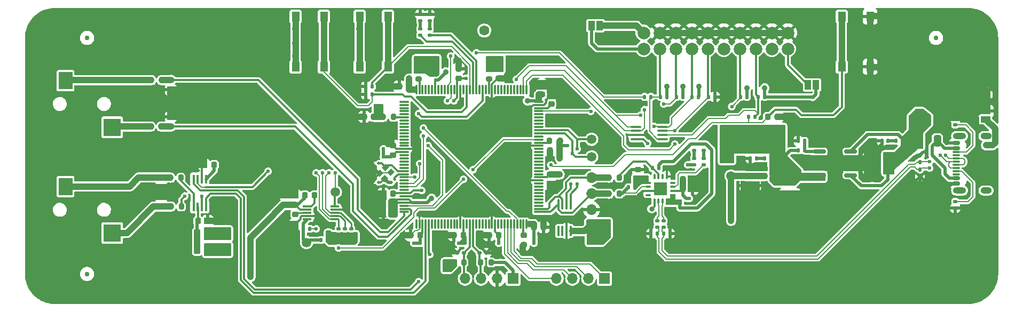
<source format=gbr>
%TF.GenerationSoftware,KiCad,Pcbnew,7.0.8*%
%TF.CreationDate,2024-02-04T20:23:02+01:00*%
%TF.ProjectId,schneidbrett,7363686e-6569-4646-9272-6574742e6b69,rev?*%
%TF.SameCoordinates,Original*%
%TF.FileFunction,Copper,L1,Top*%
%TF.FilePolarity,Positive*%
%FSLAX46Y46*%
G04 Gerber Fmt 4.6, Leading zero omitted, Abs format (unit mm)*
G04 Created by KiCad (PCBNEW 7.0.8) date 2024-02-04 20:23:02*
%MOMM*%
%LPD*%
G01*
G04 APERTURE LIST*
G04 Aperture macros list*
%AMRoundRect*
0 Rectangle with rounded corners*
0 $1 Rounding radius*
0 $2 $3 $4 $5 $6 $7 $8 $9 X,Y pos of 4 corners*
0 Add a 4 corners polygon primitive as box body*
4,1,4,$2,$3,$4,$5,$6,$7,$8,$9,$2,$3,0*
0 Add four circle primitives for the rounded corners*
1,1,$1+$1,$2,$3*
1,1,$1+$1,$4,$5*
1,1,$1+$1,$6,$7*
1,1,$1+$1,$8,$9*
0 Add four rect primitives between the rounded corners*
20,1,$1+$1,$2,$3,$4,$5,0*
20,1,$1+$1,$4,$5,$6,$7,0*
20,1,$1+$1,$6,$7,$8,$9,0*
20,1,$1+$1,$8,$9,$2,$3,0*%
%AMRotRect*
0 Rectangle, with rotation*
0 The origin of the aperture is its center*
0 $1 length*
0 $2 width*
0 $3 Rotation angle, in degrees counterclockwise*
0 Add horizontal line*
21,1,$1,$2,0,0,$3*%
G04 Aperture macros list end*
%TA.AperFunction,SMDPad,CuDef*%
%ADD10RoundRect,0.225000X0.225000X0.250000X-0.225000X0.250000X-0.225000X-0.250000X0.225000X-0.250000X0*%
%TD*%
%TA.AperFunction,SMDPad,CuDef*%
%ADD11RoundRect,0.225000X0.250000X-0.225000X0.250000X0.225000X-0.250000X0.225000X-0.250000X-0.225000X0*%
%TD*%
%TA.AperFunction,SMDPad,CuDef*%
%ADD12RoundRect,0.135000X0.185000X-0.135000X0.185000X0.135000X-0.185000X0.135000X-0.185000X-0.135000X0*%
%TD*%
%TA.AperFunction,SMDPad,CuDef*%
%ADD13RoundRect,0.135000X-0.135000X-0.185000X0.135000X-0.185000X0.135000X0.185000X-0.135000X0.185000X0*%
%TD*%
%TA.AperFunction,SMDPad,CuDef*%
%ADD14RoundRect,0.225000X-0.250000X0.225000X-0.250000X-0.225000X0.250000X-0.225000X0.250000X0.225000X0*%
%TD*%
%TA.AperFunction,SMDPad,CuDef*%
%ADD15C,1.500000*%
%TD*%
%TA.AperFunction,SMDPad,CuDef*%
%ADD16RoundRect,0.140000X0.140000X0.170000X-0.140000X0.170000X-0.140000X-0.170000X0.140000X-0.170000X0*%
%TD*%
%TA.AperFunction,SMDPad,CuDef*%
%ADD17RoundRect,0.200000X0.200000X0.275000X-0.200000X0.275000X-0.200000X-0.275000X0.200000X-0.275000X0*%
%TD*%
%TA.AperFunction,SMDPad,CuDef*%
%ADD18RoundRect,0.075000X-0.350000X-0.075000X0.350000X-0.075000X0.350000X0.075000X-0.350000X0.075000X0*%
%TD*%
%TA.AperFunction,SMDPad,CuDef*%
%ADD19RoundRect,0.075000X-0.075000X-0.350000X0.075000X-0.350000X0.075000X0.350000X-0.075000X0.350000X0*%
%TD*%
%TA.AperFunction,SMDPad,CuDef*%
%ADD20R,2.100000X2.100000*%
%TD*%
%TA.AperFunction,SMDPad,CuDef*%
%ADD21RoundRect,0.135000X-0.185000X0.135000X-0.185000X-0.135000X0.185000X-0.135000X0.185000X0.135000X0*%
%TD*%
%TA.AperFunction,SMDPad,CuDef*%
%ADD22RoundRect,0.100000X0.021213X0.162635X-0.162635X-0.021213X-0.021213X-0.162635X0.162635X0.021213X0*%
%TD*%
%TA.AperFunction,SMDPad,CuDef*%
%ADD23C,0.750000*%
%TD*%
%TA.AperFunction,SMDPad,CuDef*%
%ADD24RoundRect,0.147500X0.172500X-0.147500X0.172500X0.147500X-0.172500X0.147500X-0.172500X-0.147500X0*%
%TD*%
%TA.AperFunction,SMDPad,CuDef*%
%ADD25RoundRect,0.147500X-0.172500X0.147500X-0.172500X-0.147500X0.172500X-0.147500X0.172500X0.147500X0*%
%TD*%
%TA.AperFunction,ComponentPad*%
%ADD26C,5.600000*%
%TD*%
%TA.AperFunction,SMDPad,CuDef*%
%ADD27RoundRect,0.200000X-0.200000X-0.275000X0.200000X-0.275000X0.200000X0.275000X-0.200000X0.275000X0*%
%TD*%
%TA.AperFunction,SMDPad,CuDef*%
%ADD28RoundRect,0.100000X-0.100000X0.712500X-0.100000X-0.712500X0.100000X-0.712500X0.100000X0.712500X0*%
%TD*%
%TA.AperFunction,SMDPad,CuDef*%
%ADD29RoundRect,0.225000X-0.225000X-0.250000X0.225000X-0.250000X0.225000X0.250000X-0.225000X0.250000X0*%
%TD*%
%TA.AperFunction,SMDPad,CuDef*%
%ADD30R,1.300000X1.550000*%
%TD*%
%TA.AperFunction,SMDPad,CuDef*%
%ADD31RoundRect,0.147500X-0.147500X-0.172500X0.147500X-0.172500X0.147500X0.172500X-0.147500X0.172500X0*%
%TD*%
%TA.AperFunction,SMDPad,CuDef*%
%ADD32RoundRect,0.150000X0.825000X0.150000X-0.825000X0.150000X-0.825000X-0.150000X0.825000X-0.150000X0*%
%TD*%
%TA.AperFunction,ComponentPad*%
%ADD33R,1.700000X1.700000*%
%TD*%
%TA.AperFunction,ComponentPad*%
%ADD34O,1.700000X1.700000*%
%TD*%
%TA.AperFunction,SMDPad,CuDef*%
%ADD35RoundRect,0.250000X0.325000X0.650000X-0.325000X0.650000X-0.325000X-0.650000X0.325000X-0.650000X0*%
%TD*%
%TA.AperFunction,SMDPad,CuDef*%
%ADD36RoundRect,0.135000X0.135000X0.185000X-0.135000X0.185000X-0.135000X-0.185000X0.135000X-0.185000X0*%
%TD*%
%TA.AperFunction,SMDPad,CuDef*%
%ADD37RoundRect,0.100000X0.712500X0.100000X-0.712500X0.100000X-0.712500X-0.100000X0.712500X-0.100000X0*%
%TD*%
%TA.AperFunction,SMDPad,CuDef*%
%ADD38RoundRect,0.140000X-0.140000X-0.170000X0.140000X-0.170000X0.140000X0.170000X-0.140000X0.170000X0*%
%TD*%
%TA.AperFunction,SMDPad,CuDef*%
%ADD39RoundRect,0.250000X-1.100000X0.325000X-1.100000X-0.325000X1.100000X-0.325000X1.100000X0.325000X0*%
%TD*%
%TA.AperFunction,SMDPad,CuDef*%
%ADD40R,1.400000X0.300000*%
%TD*%
%TA.AperFunction,SMDPad,CuDef*%
%ADD41RoundRect,0.150000X0.425000X-0.150000X0.425000X0.150000X-0.425000X0.150000X-0.425000X-0.150000X0*%
%TD*%
%TA.AperFunction,SMDPad,CuDef*%
%ADD42RoundRect,0.075000X0.500000X-0.075000X0.500000X0.075000X-0.500000X0.075000X-0.500000X-0.075000X0*%
%TD*%
%TA.AperFunction,ComponentPad*%
%ADD43O,2.100000X1.000000*%
%TD*%
%TA.AperFunction,ComponentPad*%
%ADD44O,1.800000X1.000000*%
%TD*%
%TA.AperFunction,SMDPad,CuDef*%
%ADD45R,1.000000X1.500000*%
%TD*%
%TA.AperFunction,SMDPad,CuDef*%
%ADD46RoundRect,0.127500X-0.177500X-0.127500X0.177500X-0.127500X0.177500X0.127500X-0.177500X0.127500X0*%
%TD*%
%TA.AperFunction,SMDPad,CuDef*%
%ADD47R,2.200000X2.800000*%
%TD*%
%TA.AperFunction,SMDPad,CuDef*%
%ADD48R,2.800000X2.800000*%
%TD*%
%TA.AperFunction,SMDPad,CuDef*%
%ADD49RoundRect,0.250000X0.325000X1.100000X-0.325000X1.100000X-0.325000X-1.100000X0.325000X-1.100000X0*%
%TD*%
%TA.AperFunction,SMDPad,CuDef*%
%ADD50RoundRect,0.100000X0.162635X-0.021213X-0.021213X0.162635X-0.162635X0.021213X0.021213X-0.162635X0*%
%TD*%
%TA.AperFunction,ComponentPad*%
%ADD51C,2.000000*%
%TD*%
%TA.AperFunction,SMDPad,CuDef*%
%ADD52RoundRect,0.127500X-0.127500X0.177500X-0.127500X-0.177500X0.127500X-0.177500X0.127500X0.177500X0*%
%TD*%
%TA.AperFunction,SMDPad,CuDef*%
%ADD53RoundRect,0.200000X-0.275000X0.200000X-0.275000X-0.200000X0.275000X-0.200000X0.275000X0.200000X0*%
%TD*%
%TA.AperFunction,SMDPad,CuDef*%
%ADD54R,1.500000X1.000000*%
%TD*%
%TA.AperFunction,SMDPad,CuDef*%
%ADD55RoundRect,0.250000X-0.262500X-0.450000X0.262500X-0.450000X0.262500X0.450000X-0.262500X0.450000X0*%
%TD*%
%TA.AperFunction,ComponentPad*%
%ADD56C,1.600000*%
%TD*%
%TA.AperFunction,SMDPad,CuDef*%
%ADD57RotRect,0.900000X0.800000X225.000000*%
%TD*%
%TA.AperFunction,SMDPad,CuDef*%
%ADD58RoundRect,0.127500X0.177500X0.127500X-0.177500X0.127500X-0.177500X-0.127500X0.177500X-0.127500X0*%
%TD*%
%TA.AperFunction,SMDPad,CuDef*%
%ADD59RoundRect,0.127500X0.127500X-0.177500X0.127500X0.177500X-0.127500X0.177500X-0.127500X-0.177500X0*%
%TD*%
%TA.AperFunction,SMDPad,CuDef*%
%ADD60R,0.450000X1.450000*%
%TD*%
%TA.AperFunction,SMDPad,CuDef*%
%ADD61RoundRect,0.100000X-0.021213X-0.162635X0.162635X0.021213X0.021213X0.162635X-0.162635X-0.021213X0*%
%TD*%
%TA.AperFunction,SMDPad,CuDef*%
%ADD62RoundRect,0.075000X-0.662500X-0.075000X0.662500X-0.075000X0.662500X0.075000X-0.662500X0.075000X0*%
%TD*%
%TA.AperFunction,SMDPad,CuDef*%
%ADD63RoundRect,0.075000X-0.075000X-0.662500X0.075000X-0.662500X0.075000X0.662500X-0.075000X0.662500X0*%
%TD*%
%TA.AperFunction,ViaPad*%
%ADD64C,0.600000*%
%TD*%
%TA.AperFunction,ViaPad*%
%ADD65C,0.900000*%
%TD*%
%TA.AperFunction,ViaPad*%
%ADD66C,0.700000*%
%TD*%
%TA.AperFunction,ViaPad*%
%ADD67C,0.650000*%
%TD*%
%TA.AperFunction,ViaPad*%
%ADD68C,0.800000*%
%TD*%
%TA.AperFunction,Conductor*%
%ADD69C,0.500000*%
%TD*%
%TA.AperFunction,Conductor*%
%ADD70C,0.300000*%
%TD*%
%TA.AperFunction,Conductor*%
%ADD71C,1.000000*%
%TD*%
%TA.AperFunction,Conductor*%
%ADD72C,0.170000*%
%TD*%
%TA.AperFunction,Conductor*%
%ADD73C,0.150000*%
%TD*%
%TA.AperFunction,Conductor*%
%ADD74C,0.200000*%
%TD*%
%TA.AperFunction,Conductor*%
%ADD75C,0.250000*%
%TD*%
G04 APERTURE END LIST*
D10*
%TO.P,C18,1*%
%TO.N,+3.3VA*%
X134887000Y-102870000D03*
%TO.P,C18,2*%
%TO.N,GND*%
X133337000Y-102870000D03*
%TD*%
D11*
%TO.P,C22,1*%
%TO.N,+3.3VA*%
X117856000Y-101626000D03*
%TO.P,C22,2*%
%TO.N,GND*%
X117856000Y-100076000D03*
%TD*%
D12*
%TO.P,R33,1*%
%TO.N,/Peripherals/FTDI_LED1*%
X184150000Y-92943000D03*
%TO.P,R33,2*%
%TO.N,+VCCIO_FTDI*%
X184150000Y-91923000D03*
%TD*%
D13*
%TO.P,R11,1*%
%TO.N,/Power Supply/POWER_LED_3V3*%
X193798000Y-94234000D03*
%TO.P,R11,2*%
%TO.N,+3.3V*%
X194818000Y-94234000D03*
%TD*%
D14*
%TO.P,C4,1*%
%TO.N,+3.3VA*%
X190754000Y-97015000D03*
%TO.P,C4,2*%
%TO.N,GND*%
X190754000Y-98565000D03*
%TD*%
D15*
%TO.P,MCLK,1,1*%
%TO.N,/Analog/GEN_MCLK*%
X121158000Y-107569000D03*
%TD*%
%TO.P,3V3,1,1*%
%TO.N,+3.3V*%
X197104000Y-94742000D03*
%TD*%
D13*
%TO.P,R10,1*%
%TO.N,GND*%
X199134000Y-91440000D03*
%TO.P,R10,2*%
%TO.N,/Power Supply/POWER_SET_TERMINAL*%
X200154000Y-91440000D03*
%TD*%
D11*
%TO.P,C7,1*%
%TO.N,+3.3V*%
X134874000Y-93739000D03*
%TO.P,C7,2*%
%TO.N,GND*%
X134874000Y-92189000D03*
%TD*%
D16*
%TO.P,C30,1*%
%TO.N,USB+*%
X176756000Y-106172000D03*
%TO.P,C30,2*%
%TO.N,GND*%
X175796000Y-106172000D03*
%TD*%
D17*
%TO.P,R31,1*%
%TO.N,+3.3V*%
X161353000Y-91440000D03*
%TO.P,R31,2*%
%TO.N,/Controller/MCU_VDDUSB*%
X159703000Y-91440000D03*
%TD*%
D18*
%TO.P,U5,1,VCCIO*%
%TO.N,+VCCIO_FTDI*%
X175342000Y-98085000D03*
%TO.P,U5,2,RXD*%
%TO.N,FTDI_UART_RX*%
X175342000Y-98735000D03*
%TO.P,U5,3,GND*%
%TO.N,GND*%
X175342000Y-99385000D03*
%TO.P,U5,4,~{CTS}*%
%TO.N,unconnected-(U5-~{CTS}-Pad4)*%
X175342000Y-100035000D03*
D19*
%TO.P,U5,5,CBUS2*%
%TO.N,/Peripherals/FTDI_CBUS2*%
X176317000Y-101010000D03*
%TO.P,U5,6,USBDP*%
%TO.N,FTDI_USBD+*%
X176967000Y-101010000D03*
%TO.P,U5,7,USBDM*%
%TO.N,FTDI_USBD-*%
X177617000Y-101010000D03*
%TO.P,U5,8,3V3OUT*%
%TO.N,+VCCIO_FTDI*%
X178267000Y-101010000D03*
D18*
%TO.P,U5,9,~{RESET}*%
X179242000Y-100035000D03*
%TO.P,U5,10,VCC*%
%TO.N,+5V*%
X179242000Y-99385000D03*
%TO.P,U5,11,CBUS1*%
%TO.N,/Peripherals/FTDI_CBUS1*%
X179242000Y-98735000D03*
%TO.P,U5,12,CBUS0*%
%TO.N,unconnected-(U5-CBUS0-Pad12)*%
X179242000Y-98085000D03*
D19*
%TO.P,U5,13,GND*%
%TO.N,GND*%
X178267000Y-97110000D03*
%TO.P,U5,14,CBUS3*%
%TO.N,unconnected-(U5-CBUS3-Pad14)*%
X177617000Y-97110000D03*
%TO.P,U5,15,TXD*%
%TO.N,FTDI_UART_TX*%
X176967000Y-97110000D03*
%TO.P,U5,16,~{RTS}*%
%TO.N,unconnected-(U5-~{RTS}-Pad16)*%
X176317000Y-97110000D03*
D20*
%TO.P,U5,17,GND*%
%TO.N,GND*%
X177292000Y-99060000D03*
%TD*%
D21*
%TO.P,R54,1*%
%TO.N,/Controller/GPIO_LED_2_JUNCTION*%
X140716000Y-73658000D03*
%TO.P,R54,2*%
%TO.N,GPIO_LED_2*%
X140716000Y-74678000D03*
%TD*%
%TO.P,R55,1*%
%TO.N,/Controller/GPIO_LED_1_JUNCTION*%
X139192000Y-73658000D03*
%TO.P,R55,2*%
%TO.N,GPIO_LED_1*%
X139192000Y-74678000D03*
%TD*%
%TO.P,R38,1*%
%TO.N,FTDI_USBD+*%
X176784000Y-104138000D03*
%TO.P,R38,2*%
%TO.N,USB+*%
X176784000Y-105158000D03*
%TD*%
D13*
%TO.P,R4,1*%
%TO.N,/Connectors/JTAG_NSRST_INNER*%
X192784000Y-84455000D03*
%TO.P,R4,2*%
%TO.N,+3.3V*%
X193804000Y-84455000D03*
%TD*%
D22*
%TO.P,C38,1*%
%TO.N,MCU_CRYSTAL_PH0*%
X132560274Y-95023726D03*
%TO.P,C38,2*%
%TO.N,GND*%
X132107726Y-95476274D03*
%TD*%
D10*
%TO.P,C15,1*%
%TO.N,+3.3V*%
X151651000Y-106426000D03*
%TO.P,C15,2*%
%TO.N,GND*%
X150101000Y-106426000D03*
%TD*%
D12*
%TO.P,R32,1*%
%TO.N,/Peripherals/FTDI_LED2*%
X182626000Y-92966000D03*
%TO.P,R32,2*%
%TO.N,+VCCIO_FTDI*%
X182626000Y-91946000D03*
%TD*%
D15*
%TO.P,GND,1,1*%
%TO.N,GND*%
X228727000Y-84074000D03*
%TD*%
D11*
%TO.P,C34,1*%
%TO.N,Audio_Out_Left_Filtered*%
X98124000Y-101867000D03*
%TO.P,C34,2*%
%TO.N,GND*%
X98124000Y-100317000D03*
%TD*%
D23*
%TO.P,FID1,*%
%TO.N,*%
X86360000Y-75100000D03*
%TD*%
D24*
%TO.P,D3,1,K*%
%TO.N,/Peripherals/FTDI_CBUS2*%
X182626000Y-95227000D03*
%TO.P,D3,2,A*%
%TO.N,/Peripherals/FTDI_LED2*%
X182626000Y-94257000D03*
%TD*%
D12*
%TO.P,R34,1*%
%TO.N,/Connectors/USB_CC2*%
X224028000Y-88902000D03*
%TO.P,R34,2*%
%TO.N,GND*%
X224028000Y-87882000D03*
%TD*%
D25*
%TO.P,D5,1,K*%
%TO.N,GND*%
X140716000Y-71397000D03*
%TO.P,D5,2,A*%
%TO.N,/Controller/GPIO_LED_2_JUNCTION*%
X140716000Y-72367000D03*
%TD*%
D26*
%TO.P,H4,1,1*%
%TO.N,GND*%
X226060000Y-75100000D03*
%TD*%
D11*
%TO.P,C25,1*%
%TO.N,Net-(U3-VCAP_2)*%
X160020000Y-85611000D03*
%TO.P,C25,2*%
%TO.N,GND*%
X160020000Y-84061000D03*
%TD*%
D15*
%TO.P,RTS,1,1*%
%TO.N,MCU_UART_RTS*%
X166370000Y-93980000D03*
%TD*%
D23*
%TO.P,FID2,*%
%TO.N,*%
X220980000Y-75100000D03*
%TD*%
D27*
%TO.P,R12,1*%
%TO.N,+3.3V*%
X133287000Y-87630000D03*
%TO.P,R12,2*%
%TO.N,/Controller/MCU_VBAT*%
X134937000Y-87630000D03*
%TD*%
D28*
%TO.P,D11,1,IO1*%
%TO.N,MCU_UART_CTS*%
X163027000Y-101519500D03*
%TO.P,D11,2,IO2*%
%TO.N,MCU_UART_RTS*%
X162377000Y-101519500D03*
%TO.P,D11,3,IO3*%
%TO.N,MCU_UART_TX*%
X161727000Y-101519500D03*
%TO.P,D11,4,IO4*%
%TO.N,MCU_UART_RX*%
X161077000Y-101519500D03*
%TO.P,D11,5,IO5*%
%TO.N,unconnected-(D11-IO5-Pad5)*%
X161077000Y-105744500D03*
%TO.P,D11,6,IO6*%
%TO.N,unconnected-(D11-IO6-Pad6)*%
X161727000Y-105744500D03*
%TO.P,D11,7,VSS*%
%TO.N,GND*%
X162377000Y-105744500D03*
%TO.P,D11,8,VCC*%
%TO.N,+3.3V*%
X163027000Y-105744500D03*
%TD*%
D25*
%TO.P,D4,1,K*%
%TO.N,GND*%
X139192000Y-71374000D03*
%TO.P,D4,2,A*%
%TO.N,/Controller/GPIO_LED_1_JUNCTION*%
X139192000Y-72344000D03*
%TD*%
D11*
%TO.P,C10,1*%
%TO.N,+3.3V*%
X145288000Y-81547000D03*
%TO.P,C10,2*%
%TO.N,GND*%
X145288000Y-79997000D03*
%TD*%
D29*
%TO.P,C6,1*%
%TO.N,/Analog/AUDIO_PWR_JUNCTION*%
X103953000Y-104140000D03*
%TO.P,C6,2*%
%TO.N,GND*%
X105503000Y-104140000D03*
%TD*%
%TO.P,C28,1*%
%TO.N,+5V*%
X180835000Y-97536000D03*
%TO.P,C28,2*%
%TO.N,GND*%
X182385000Y-97536000D03*
%TD*%
D30*
%TO.P,SW_OPTION_1,1,1*%
%TO.N,+3.3V*%
X119416000Y-79672000D03*
X119416000Y-71712000D03*
%TO.P,SW_OPTION_1,2,2*%
%TO.N,GPIO_BTN_1*%
X123916000Y-79672000D03*
X123916000Y-71712000D03*
%TD*%
D31*
%TO.P,D1,1,K*%
%TO.N,GND*%
X191539000Y-94234000D03*
%TO.P,D1,2,A*%
%TO.N,/Power Supply/POWER_LED_3V3*%
X192509000Y-94234000D03*
%TD*%
D26*
%TO.P,H3,1,1*%
%TO.N,GND*%
X226060000Y-112565000D03*
%TD*%
D21*
%TO.P,R39,1*%
%TO.N,FTDI_USBD-*%
X177800000Y-104138000D03*
%TO.P,R39,2*%
%TO.N,USB-*%
X177800000Y-105158000D03*
%TD*%
D10*
%TO.P,C40,1*%
%TO.N,+3.3VA*%
X134887000Y-101346000D03*
%TO.P,C40,2*%
%TO.N,GND*%
X133337000Y-101346000D03*
%TD*%
D11*
%TO.P,C21,1*%
%TO.N,GND*%
X119380000Y-104661000D03*
%TO.P,C21,2*%
%TO.N,/Analog/GEN_CAP*%
X119380000Y-103111000D03*
%TD*%
D32*
%TO.P,U1,1,IN*%
%TO.N,+5V*%
X207453000Y-96901000D03*
%TO.P,U1,2,GND*%
%TO.N,GND*%
X207453000Y-95631000D03*
%TO.P,U1,3,GND*%
X207453000Y-94361000D03*
%TO.P,U1,4,~{OFF}*%
%TO.N,+5V*%
X207453000Y-93091000D03*
%TO.P,U1,5,SET*%
%TO.N,/Power Supply/POWER_SET_TERMINAL*%
X202503000Y-93091000D03*
%TO.P,U1,6,GND*%
%TO.N,GND*%
X202503000Y-94361000D03*
%TO.P,U1,7,GND*%
X202503000Y-95631000D03*
%TO.P,U1,8,OUT*%
%TO.N,+3.3V*%
X202503000Y-96901000D03*
%TD*%
D13*
%TO.P,R53,1*%
%TO.N,GND*%
X130554000Y-82804000D03*
%TO.P,R53,2*%
%TO.N,GPIO_BTN_2*%
X131574000Y-82804000D03*
%TD*%
%TO.P,R52,1*%
%TO.N,GND*%
X130554000Y-84074000D03*
%TO.P,R52,2*%
%TO.N,GPIO_BTN_1*%
X131574000Y-84074000D03*
%TD*%
D33*
%TO.P,J4,1,Pin_1*%
%TO.N,+3.3V*%
X166370000Y-104892000D03*
D34*
%TO.P,J4,2,Pin_2*%
%TO.N,GND*%
X166370000Y-102352000D03*
%TO.P,J4,3,Pin_3*%
%TO.N,MCU_UART_RX*%
X166370000Y-99812000D03*
%TO.P,J4,4,Pin_4*%
%TO.N,MCU_UART_TX*%
X166370000Y-97272000D03*
%TD*%
D26*
%TO.P,H2,1,1*%
%TO.N,GND*%
X81280000Y-112565000D03*
%TD*%
D17*
%TO.P,R40,1*%
%TO.N,Audio_In_Left_Filtered*%
X98124000Y-89154000D03*
%TO.P,R40,2*%
%TO.N,Audio_In_Left*%
X96474000Y-89154000D03*
%TD*%
D10*
%TO.P,C36,1*%
%TO.N,/Analog/AUDIO_BYPASS*%
X106519000Y-95250000D03*
%TO.P,C36,2*%
%TO.N,GND*%
X104969000Y-95250000D03*
%TD*%
D35*
%TO.P,FB1,1*%
%TO.N,VBUS*%
X221185000Y-91440000D03*
%TO.P,FB1,2*%
%TO.N,+5V*%
X218235000Y-91440000D03*
%TD*%
D10*
%TO.P,C17,1*%
%TO.N,+3.3V*%
X139205000Y-106426000D03*
%TO.P,C17,2*%
%TO.N,GND*%
X137655000Y-106426000D03*
%TD*%
D30*
%TO.P,SW_RESET1,1,1*%
%TO.N,JTAG_NSRST*%
X206030000Y-79672000D03*
X206030000Y-71712000D03*
%TO.P,SW_RESET1,2,2*%
%TO.N,GND*%
X210530000Y-79672000D03*
X210530000Y-71712000D03*
%TD*%
D13*
%TO.P,R6,1*%
%TO.N,JTAG_TMS*%
X182243000Y-84455000D03*
%TO.P,R6,2*%
%TO.N,+3.3V*%
X183263000Y-84455000D03*
%TD*%
D29*
%TO.P,C14,1*%
%TO.N,+3.3V*%
X157213000Y-105156000D03*
%TO.P,C14,2*%
%TO.N,GND*%
X158763000Y-105156000D03*
%TD*%
D30*
%TO.P,SW_OPTION_2,1,1*%
%TO.N,+3.3V*%
X129576000Y-79672000D03*
X129576000Y-71712000D03*
%TO.P,SW_OPTION_2,2,2*%
%TO.N,GPIO_BTN_2*%
X134076000Y-79672000D03*
X134076000Y-71712000D03*
%TD*%
D13*
%TO.P,R37,1*%
%TO.N,FTDI_UART_RX*%
X172210000Y-98806000D03*
%TO.P,R37,2*%
%TO.N,+VCCIO_FTDI*%
X173230000Y-98806000D03*
%TD*%
D14*
%TO.P,C13,1*%
%TO.N,+3.3V*%
X159766000Y-96761000D03*
%TO.P,C13,2*%
%TO.N,GND*%
X159766000Y-98311000D03*
%TD*%
D10*
%TO.P,C9,1*%
%TO.N,+3.3V*%
X137427000Y-82804000D03*
%TO.P,C9,2*%
%TO.N,GND*%
X135877000Y-82804000D03*
%TD*%
D21*
%TO.P,R35,1*%
%TO.N,/Connectors/USB_CC1*%
X224028000Y-101090000D03*
%TO.P,R35,2*%
%TO.N,GND*%
X224028000Y-102110000D03*
%TD*%
D36*
%TO.P,R51,1*%
%TO.N,GEN_REFCLK*%
X121668000Y-105410000D03*
%TO.P,R51,2*%
%TO.N,/Analog/GEN_MCLK*%
X120648000Y-105410000D03*
%TD*%
D37*
%TO.P,D7,1,IO1*%
%TO.N,/Connectors/JTAG_NTRST_INNER*%
X177626500Y-91145000D03*
%TO.P,D7,2,IO2*%
%TO.N,/Connectors/JTAG_NSRST_INNER*%
X177626500Y-90495000D03*
%TO.P,D7,3,IO3*%
%TO.N,JTAG_TCK*%
X177626500Y-89845000D03*
%TO.P,D7,4,IO4*%
%TO.N,JTAG_TMS*%
X177626500Y-89195000D03*
%TO.P,D7,5,IO5*%
%TO.N,JTAG_TDO*%
X173401500Y-89195000D03*
%TO.P,D7,6,IO6*%
%TO.N,JTAG_TDI*%
X173401500Y-89845000D03*
%TO.P,D7,7,VSS*%
%TO.N,GND*%
X173401500Y-90495000D03*
%TO.P,D7,8,VCC*%
%TO.N,+3.3V*%
X173401500Y-91145000D03*
%TD*%
D14*
%TO.P,C26,1*%
%TO.N,Net-(U3-VCAP_1)*%
X155575000Y-106413000D03*
%TO.P,C26,2*%
%TO.N,GND*%
X155575000Y-107963000D03*
%TD*%
D33*
%TO.P,J6,1,Pin_1*%
%TO.N,+3.3V*%
X153914000Y-113284000D03*
D34*
%TO.P,J6,2,Pin_2*%
%TO.N,GND*%
X151374000Y-113284000D03*
%TO.P,J6,3,Pin_3*%
%TO.N,MCU_I2C_SDA*%
X148834000Y-113284000D03*
%TO.P,J6,4,Pin_4*%
%TO.N,MCU_I2C_SCL*%
X146294000Y-113284000D03*
%TD*%
D38*
%TO.P,C31,1*%
%TO.N,USB-*%
X177828000Y-106172000D03*
%TO.P,C31,2*%
%TO.N,GND*%
X178788000Y-106172000D03*
%TD*%
D14*
%TO.P,C5,1*%
%TO.N,+3.3V*%
X200406000Y-97015000D03*
%TO.P,C5,2*%
%TO.N,GND*%
X200406000Y-98565000D03*
%TD*%
%TO.P,C11,1*%
%TO.N,+3.3V*%
X151638000Y-79997000D03*
%TO.P,C11,2*%
%TO.N,GND*%
X151638000Y-81547000D03*
%TD*%
D17*
%TO.P,R41,1*%
%TO.N,Audio_In_Right_Filtered*%
X98187000Y-81788000D03*
%TO.P,R41,2*%
%TO.N,Audio_In_Right*%
X96537000Y-81788000D03*
%TD*%
D11*
%TO.P,C32,1*%
%TO.N,Audio_In_Left_Filtered*%
X99648000Y-89167000D03*
%TO.P,C32,2*%
%TO.N,GND*%
X99648000Y-87617000D03*
%TD*%
D39*
%TO.P,C2,1*%
%TO.N,+3.3V*%
X197866000Y-97077000D03*
%TO.P,C2,2*%
%TO.N,GND*%
X197866000Y-100027000D03*
%TD*%
D15*
%TO.P,5V,1,1*%
%TO.N,+5V*%
X218313000Y-88138000D03*
%TD*%
D10*
%TO.P,C12,1*%
%TO.N,+3.3V*%
X161303000Y-92964000D03*
%TO.P,C12,2*%
%TO.N,GND*%
X159753000Y-92964000D03*
%TD*%
D40*
%TO.P,U2,1,COMP*%
%TO.N,/Analog/GEN_COMP*%
X121244000Y-101870000D03*
%TO.P,U2,2,VDD*%
%TO.N,+3.3VA*%
X121244000Y-102370000D03*
%TO.P,U2,3,CAP/2.5V*%
%TO.N,/Analog/GEN_CAP*%
X121244000Y-102870000D03*
%TO.P,U2,4,DGND*%
%TO.N,GND*%
X121244000Y-103370000D03*
%TO.P,U2,5,MCLK*%
%TO.N,/Analog/GEN_MCLK*%
X121244000Y-103870000D03*
%TO.P,U2,6,SDATA*%
%TO.N,GEN_SPI_DATA*%
X125644000Y-103870000D03*
%TO.P,U2,7,SCLK*%
%TO.N,GEN_SPI_CLK*%
X125644000Y-103370000D03*
%TO.P,U2,8,~{FSYNC}*%
%TO.N,GEN_SPI_CSEL*%
X125644000Y-102870000D03*
%TO.P,U2,9,AGND*%
%TO.N,GND*%
X125644000Y-102370000D03*
%TO.P,U2,10,VOUT*%
%TO.N,GEN_WAVEFORM*%
X125644000Y-101870000D03*
%TD*%
D29*
%TO.P,C39,1*%
%TO.N,JTAG_NSRST*%
X194310000Y-87630000D03*
%TO.P,C39,2*%
%TO.N,GND*%
X195860000Y-87630000D03*
%TD*%
D10*
%TO.P,C8,1*%
%TO.N,+3.3V*%
X131839000Y-87630000D03*
%TO.P,C8,2*%
%TO.N,GND*%
X130289000Y-87630000D03*
%TD*%
D41*
%TO.P,J5,A1,GND*%
%TO.N,GND*%
X224158000Y-98196000D03*
%TO.P,J5,A4,VBUS*%
%TO.N,VBUS*%
X224158000Y-97396000D03*
D42*
%TO.P,J5,A5,CC1*%
%TO.N,/Connectors/USB_CC1*%
X224158000Y-96246000D03*
%TO.P,J5,A6,D+*%
%TO.N,USB+*%
X224158000Y-95246000D03*
%TO.P,J5,A7,D-*%
%TO.N,USB-*%
X224158000Y-94746000D03*
%TO.P,J5,A8,SBU1*%
%TO.N,unconnected-(J5-SBU1-PadA8)*%
X224158000Y-93746000D03*
D41*
%TO.P,J5,A9,VBUS*%
%TO.N,VBUS*%
X224158000Y-92596000D03*
%TO.P,J5,A12,GND*%
%TO.N,GND*%
X224158000Y-91796000D03*
%TO.P,J5,B1,GND*%
X224158000Y-91796000D03*
%TO.P,J5,B4,VBUS*%
%TO.N,VBUS*%
X224158000Y-92596000D03*
D42*
%TO.P,J5,B5,CC2*%
%TO.N,/Connectors/USB_CC2*%
X224158000Y-93246000D03*
%TO.P,J5,B6,D+*%
%TO.N,USB+*%
X224158000Y-94246000D03*
%TO.P,J5,B7,D-*%
%TO.N,USB-*%
X224158000Y-95746000D03*
%TO.P,J5,B8,SBU2*%
%TO.N,unconnected-(J5-SBU2-PadB8)*%
X224158000Y-96746000D03*
D41*
%TO.P,J5,B9,VBUS*%
%TO.N,VBUS*%
X224158000Y-97396000D03*
%TO.P,J5,B12,GND*%
%TO.N,GND*%
X224158000Y-98196000D03*
D43*
%TO.P,J5,S1,SHIELD*%
%TO.N,/Connectors/USB_SHIELDING*%
X224733000Y-99316000D03*
D44*
X228913000Y-99316000D03*
D43*
X224733000Y-90676000D03*
D44*
X228913000Y-90676000D03*
%TD*%
D13*
%TO.P,R16,1*%
%TO.N,/Analog/GEN_MCLK*%
X123442000Y-107188000D03*
%TO.P,R16,2*%
%TO.N,+3.3V*%
X124462000Y-107188000D03*
%TD*%
%TO.P,R2,1*%
%TO.N,/Power Supply/POWER_LED_5V*%
X214628000Y-91440000D03*
%TO.P,R2,2*%
%TO.N,+5V*%
X215648000Y-91440000D03*
%TD*%
D45*
%TO.P,TCB3,1,1*%
%TO.N,+3.3V*%
X201960000Y-82550000D03*
%TO.P,TCB3,2,2*%
%TO.N,Net-(J7-VDD)*%
X200660000Y-82550000D03*
%TD*%
D23*
%TO.P,FID3,*%
%TO.N,*%
X86360000Y-112565000D03*
%TD*%
D46*
%TO.P,D8,1*%
%TO.N,GND*%
X145007000Y-109220000D03*
%TO.P,D8,2*%
%TO.N,MCU_I2C_SCL*%
X146097000Y-109220000D03*
%TD*%
D13*
%TO.P,R8,1*%
%TO.N,JTAG_TDI*%
X179828000Y-84455000D03*
%TO.P,R8,2*%
%TO.N,+3.3V*%
X180848000Y-84455000D03*
%TD*%
D27*
%TO.P,R42,1*%
%TO.N,Audio_Out_Left_Filtered*%
X99648000Y-101867000D03*
%TO.P,R42,2*%
%TO.N,Audio_Out_Left*%
X101298000Y-101867000D03*
%TD*%
D11*
%TO.P,C27,1*%
%TO.N,+VCCIO_FTDI*%
X173736000Y-97549000D03*
%TO.P,C27,2*%
%TO.N,GND*%
X173736000Y-95999000D03*
%TD*%
D14*
%TO.P,C3,1*%
%TO.N,+3.3VA*%
X192278000Y-97028000D03*
%TO.P,C3,2*%
%TO.N,GND*%
X192278000Y-98578000D03*
%TD*%
D36*
%TO.P,R5,1*%
%TO.N,GND*%
X185928000Y-84455000D03*
%TO.P,R5,2*%
%TO.N,JTAG_TCK*%
X184908000Y-84455000D03*
%TD*%
D13*
%TO.P,R7,1*%
%TO.N,JTAG_TDO*%
X189990000Y-84455000D03*
%TO.P,R7,2*%
%TO.N,+3.3V*%
X191010000Y-84455000D03*
%TD*%
D21*
%TO.P,R14,1*%
%TO.N,GEN_SPI_DATA*%
X126238000Y-105408000D03*
%TO.P,R14,2*%
%TO.N,+3.3V*%
X126238000Y-106428000D03*
%TD*%
D47*
%TO.P,J3,R*%
%TO.N,Audio_Out_Right_Filtered*%
X82935000Y-98680000D03*
%TO.P,J3,S*%
%TO.N,GND*%
X80935000Y-106080000D03*
D48*
%TO.P,J3,T*%
%TO.N,Audio_Out_Left_Filtered*%
X90335000Y-106080000D03*
%TD*%
D15*
%TO.P,GEN_WF,1,1*%
%TO.N,GEN_WAVEFORM*%
X125730000Y-99568000D03*
%TD*%
D27*
%TO.P,R43,1*%
%TO.N,Audio_Out_Right_Filtered*%
X99585000Y-97282000D03*
%TO.P,R43,2*%
%TO.N,Audio_Out_Right*%
X101235000Y-97282000D03*
%TD*%
D49*
%TO.P,C1,1*%
%TO.N,+5V*%
X213311000Y-94996000D03*
%TO.P,C1,2*%
%TO.N,GND*%
X210361000Y-94996000D03*
%TD*%
D50*
%TO.P,C37,1*%
%TO.N,/Controller/MCU_CRYSTAL_3*%
X132560274Y-98016274D03*
%TO.P,C37,2*%
%TO.N,GND*%
X132107726Y-97563726D03*
%TD*%
D21*
%TO.P,R15,1*%
%TO.N,GEN_SPI_CSEL*%
X128270000Y-105406000D03*
%TO.P,R15,2*%
%TO.N,+3.3V*%
X128270000Y-106426000D03*
%TD*%
D27*
%TO.P,R1,1*%
%TO.N,+3.3V*%
X144463000Y-110744000D03*
%TO.P,R1,2*%
%TO.N,MCU_I2C_SCL*%
X146113000Y-110744000D03*
%TD*%
D13*
%TO.P,R36,1*%
%TO.N,FTDI_UART_TX*%
X176020000Y-95758000D03*
%TO.P,R36,2*%
%TO.N,+VCCIO_FTDI*%
X177040000Y-95758000D03*
%TD*%
D24*
%TO.P,D2,1,K*%
%TO.N,/Peripherals/FTDI_CBUS1*%
X184150000Y-95227000D03*
%TO.P,D2,2,A*%
%TO.N,/Peripherals/FTDI_LED1*%
X184150000Y-94257000D03*
%TD*%
D11*
%TO.P,C23,1*%
%TO.N,+3.3VA*%
X119380000Y-101613000D03*
%TO.P,C23,2*%
%TO.N,GND*%
X119380000Y-100063000D03*
%TD*%
D12*
%TO.P,R28,1*%
%TO.N,/Controller/MCU_BOOT0*%
X141732000Y-81792000D03*
%TO.P,R28,2*%
%TO.N,+3.3V*%
X141732000Y-80772000D03*
%TD*%
D27*
%TO.P,R50,1*%
%TO.N,MCU_UART_RX*%
X169101000Y-99822000D03*
%TO.P,R50,2*%
%TO.N,FTDI_UART_RX*%
X170751000Y-99822000D03*
%TD*%
D14*
%TO.P,C35,1*%
%TO.N,Audio_Out_Right_Filtered*%
X98124000Y-97269000D03*
%TO.P,C35,2*%
%TO.N,GND*%
X98124000Y-98819000D03*
%TD*%
D51*
%TO.P,J7,1,VREF*%
%TO.N,+3.3V*%
X174625000Y-76835000D03*
%TO.P,J7,2,VAPP*%
%TO.N,Net-(J7-VAPP)*%
X174625000Y-74295000D03*
%TO.P,J7,3,~{TRST}*%
%TO.N,/Connectors/JTAG_NTRST_INNER*%
X177165000Y-76835000D03*
%TO.P,J7,4,GND*%
%TO.N,GND*%
X177165000Y-74295000D03*
%TO.P,J7,5,TDI*%
%TO.N,JTAG_TDI*%
X179705000Y-76835000D03*
%TO.P,J7,6,GND*%
%TO.N,GND*%
X179705000Y-74295000D03*
%TO.P,J7,7,TMS/SWDIO*%
%TO.N,JTAG_TMS*%
X182245000Y-76835000D03*
%TO.P,J7,8,GND*%
%TO.N,GND*%
X182245000Y-74295000D03*
%TO.P,J7,9,TCK/SWCLK*%
%TO.N,JTAG_TCK*%
X184785000Y-76835000D03*
%TO.P,J7,10,GND*%
%TO.N,GND*%
X184785000Y-74295000D03*
%TO.P,J7,11*%
%TO.N,unconnected-(J7-Pad11)*%
X187325000Y-76835000D03*
%TO.P,J7,12,GND*%
%TO.N,GND*%
X187325000Y-74295000D03*
%TO.P,J7,13,TDO/SWO*%
%TO.N,JTAG_TDO*%
X189865000Y-76835000D03*
%TO.P,J7,14,GND*%
%TO.N,GND*%
X189865000Y-74295000D03*
%TO.P,J7,15,~{SRST}*%
%TO.N,/Connectors/JTAG_NSRST_INNER*%
X192405000Y-76835000D03*
%TO.P,J7,16,GND*%
%TO.N,GND*%
X192405000Y-74295000D03*
%TO.P,J7,17*%
%TO.N,unconnected-(J7-Pad17)*%
X194945000Y-76835000D03*
%TO.P,J7,18,GND*%
%TO.N,GND*%
X194945000Y-74295000D03*
%TO.P,J7,19,VDD*%
%TO.N,Net-(J7-VDD)*%
X197485000Y-76835000D03*
%TO.P,J7,20,GND*%
%TO.N,GND*%
X197485000Y-74295000D03*
%TD*%
D31*
%TO.P,D12,1,K*%
%TO.N,GND*%
X212390000Y-91440000D03*
%TO.P,D12,2,A*%
%TO.N,/Power Supply/POWER_LED_5V*%
X213360000Y-91440000D03*
%TD*%
D21*
%TO.P,R13,1*%
%TO.N,GEN_SPI_CLK*%
X127254000Y-105408000D03*
%TO.P,R13,2*%
%TO.N,+3.3V*%
X127254000Y-106428000D03*
%TD*%
D52*
%TO.P,D6,1*%
%TO.N,GND*%
X218440000Y-93689000D03*
%TO.P,D6,2*%
%TO.N,USB-*%
X218440000Y-94779000D03*
%TD*%
D53*
%TO.P,R30,1*%
%TO.N,+3.3V*%
X150114000Y-79947000D03*
%TO.P,R30,2*%
%TO.N,/Controller/MCU_VDDSDMMC*%
X150114000Y-81597000D03*
%TD*%
D54*
%TO.P,TCB4,1,1*%
%TO.N,/Connectors/USB_SHIELDING*%
X228854000Y-88026000D03*
%TO.P,TCB4,2,2*%
%TO.N,GND*%
X228854000Y-86726000D03*
%TD*%
D13*
%TO.P,R3,1*%
%TO.N,/Connectors/JTAG_NTRST_INNER*%
X177288000Y-84455000D03*
%TO.P,R3,2*%
%TO.N,+3.3V*%
X178308000Y-84455000D03*
%TD*%
D55*
%TO.P,R47,1*%
%TO.N,/Analog/AUDIO_PWR_JUNCTION*%
X103815500Y-106172000D03*
%TO.P,R47,2*%
%TO.N,+3.3V*%
X105640500Y-106172000D03*
%TD*%
D10*
%TO.P,C20,1*%
%TO.N,+3.3V*%
X134887000Y-99822000D03*
%TO.P,C20,2*%
%TO.N,GND*%
X133337000Y-99822000D03*
%TD*%
D53*
%TO.P,R29,1*%
%TO.N,+3.3V*%
X138938000Y-79947000D03*
%TO.P,R29,2*%
%TO.N,/Controller/MCU_PDR_ON*%
X138938000Y-81597000D03*
%TD*%
D29*
%TO.P,C29,1*%
%TO.N,+5V*%
X180835000Y-99060000D03*
%TO.P,C29,2*%
%TO.N,GND*%
X182385000Y-99060000D03*
%TD*%
%TO.P,C24,1*%
%TO.N,+3.3VA*%
X120891000Y-100076000D03*
%TO.P,C24,2*%
%TO.N,/Analog/GEN_COMP*%
X122441000Y-100076000D03*
%TD*%
D27*
%TO.P,R49,1*%
%TO.N,MCU_UART_TX*%
X169101000Y-97282000D03*
%TO.P,R49,2*%
%TO.N,FTDI_UART_TX*%
X170751000Y-97282000D03*
%TD*%
D33*
%TO.P,J1,1,Pin_1*%
%TO.N,GPIO_OPT_3*%
X168402000Y-113284000D03*
D34*
%TO.P,J1,2,Pin_2*%
%TO.N,GPIO_OPT_2*%
X165862000Y-113284000D03*
%TO.P,J1,3,Pin_3*%
%TO.N,GPIO_OPT_1*%
X163322000Y-113284000D03*
%TO.P,J1,4,Pin_4*%
%TO.N,GPIO_OPT_0*%
X160782000Y-113284000D03*
%TD*%
D47*
%TO.P,J2,R*%
%TO.N,Audio_In_Right*%
X82935000Y-81880000D03*
%TO.P,J2,S*%
%TO.N,GND*%
X80935000Y-89280000D03*
D48*
%TO.P,J2,T*%
%TO.N,Audio_In_Left*%
X90335000Y-89280000D03*
%TD*%
D15*
%TO.P,3V3A,1,1*%
%TO.N,+3.3VA*%
X188468000Y-97028000D03*
%TD*%
D56*
%TO.P,SW_BOOT1,1*%
%TO.N,GND*%
X156972000Y-73914000D03*
%TO.P,SW_BOOT1,2*%
%TO.N,/Controller/MCU_BOOT0*%
X149352000Y-73914000D03*
%TD*%
D57*
%TO.P,Y1,1,1*%
%TO.N,MCU_CRYSTAL_PH0*%
X133710066Y-95636117D03*
%TO.P,Y1,2,2*%
%TO.N,GND*%
X132720117Y-96626066D03*
%TO.P,Y1,3,3*%
%TO.N,/Controller/MCU_CRYSTAL_3*%
X133497934Y-97403883D03*
%TO.P,Y1,4,4*%
%TO.N,GND*%
X134487883Y-96413934D03*
%TD*%
D11*
%TO.P,C19,1*%
%TO.N,+3.3V*%
X158496000Y-84087000D03*
%TO.P,C19,2*%
%TO.N,GND*%
X158496000Y-82537000D03*
%TD*%
D36*
%TO.P,R20,1*%
%TO.N,/Connectors/JTAG_NTRST_INNER*%
X175768000Y-84455000D03*
%TO.P,R20,2*%
%TO.N,JTAG_NTRST*%
X174748000Y-84455000D03*
%TD*%
D15*
%TO.P,CTS,1,1*%
%TO.N,MCU_UART_CTS*%
X166370000Y-91186000D03*
%TD*%
D14*
%TO.P,C33,1*%
%TO.N,Audio_In_Right_Filtered*%
X99648000Y-81775000D03*
%TO.P,C33,2*%
%TO.N,GND*%
X99648000Y-83325000D03*
%TD*%
D36*
%TO.P,R9,1*%
%TO.N,/Power Supply/POWER_SET_TERMINAL*%
X200154000Y-92964000D03*
%TO.P,R9,2*%
%TO.N,+3.3V*%
X199134000Y-92964000D03*
%TD*%
D58*
%TO.P,D9,1*%
%TO.N,GND*%
X149653000Y-109220000D03*
%TO.P,D9,2*%
%TO.N,MCU_I2C_SDA*%
X148563000Y-109220000D03*
%TD*%
D17*
%TO.P,R17,1*%
%TO.N,+3.3V*%
X150431000Y-110744000D03*
%TO.P,R17,2*%
%TO.N,MCU_I2C_SDA*%
X148781000Y-110744000D03*
%TD*%
D55*
%TO.P,R48,1*%
%TO.N,/Analog/AUDIO_PWR_JUNCTION*%
X103815500Y-108712000D03*
%TO.P,R48,2*%
%TO.N,+3.3VA*%
X105640500Y-108712000D03*
%TD*%
D59*
%TO.P,D10,1*%
%TO.N,GND*%
X218440000Y-97065000D03*
%TO.P,D10,2*%
%TO.N,USB+*%
X218440000Y-95975000D03*
%TD*%
D60*
%TO.P,U4,1,BYPASS*%
%TO.N,/Analog/AUDIO_BYPASS*%
X105195000Y-97495000D03*
%TO.P,U4,2,GND*%
%TO.N,GND*%
X104545000Y-97495000D03*
%TO.P,U4,3,SHUTDOWN*%
%TO.N,Audio_Shutdown*%
X103895000Y-97495000D03*
%TO.P,U4,4,IN_B*%
%TO.N,Audio_Out_Right_MCU*%
X103245000Y-97495000D03*
%TO.P,U4,5,OUT_B*%
%TO.N,Audio_Out_Right*%
X103245000Y-101895000D03*
%TO.P,U4,6,VDD*%
%TO.N,/Analog/AUDIO_PWR_JUNCTION*%
X103895000Y-101895000D03*
%TO.P,U4,7,OUT_A*%
%TO.N,Audio_Out_Left*%
X104545000Y-101895000D03*
%TO.P,U4,8,IN_A*%
%TO.N,Audio_Out_Left_MCU*%
X105195000Y-101895000D03*
%TD*%
D36*
%TO.P,R21,1*%
%TO.N,/Connectors/JTAG_NSRST_INNER*%
X192280000Y-87630000D03*
%TO.P,R21,2*%
%TO.N,JTAG_NSRST*%
X191260000Y-87630000D03*
%TD*%
D26*
%TO.P,H1,1,1*%
%TO.N,GND*%
X81280000Y-75100000D03*
%TD*%
D10*
%TO.P,L1,1,1*%
%TO.N,+3.3V*%
X195352000Y-97028000D03*
%TO.P,L1,2,2*%
%TO.N,+3.3VA*%
X193802000Y-97028000D03*
%TD*%
D45*
%TO.P,TCB2,1,1*%
%TO.N,+3.3V*%
X166355000Y-73152000D03*
%TO.P,TCB2,2,2*%
%TO.N,Net-(J7-VAPP)*%
X167655000Y-73152000D03*
%TD*%
D61*
%TO.P,R56,1*%
%TO.N,/Controller/MCU_CRYSTAL_3*%
X134647726Y-98016274D03*
%TO.P,R56,2*%
%TO.N,MCU_CRYSTAL_PH1*%
X135100274Y-97563726D03*
%TD*%
D62*
%TO.P,U3,1,PE2*%
%TO.N,unconnected-(U3-PE2-Pad1)*%
X136652000Y-85230000D03*
%TO.P,U3,2,PE3*%
%TO.N,unconnected-(U3-PE3-Pad2)*%
X136652000Y-85730000D03*
%TO.P,U3,3,PE4*%
%TO.N,unconnected-(U3-PE4-Pad3)*%
X136652000Y-86230000D03*
%TO.P,U3,4,PE5*%
%TO.N,unconnected-(U3-PE5-Pad4)*%
X136652000Y-86730000D03*
%TO.P,U3,5,PE6*%
%TO.N,unconnected-(U3-PE6-Pad5)*%
X136652000Y-87230000D03*
%TO.P,U3,6,VBAT*%
%TO.N,/Controller/MCU_VBAT*%
X136652000Y-87730000D03*
%TO.P,U3,7,PC13*%
%TO.N,unconnected-(U3-PC13-Pad7)*%
X136652000Y-88230000D03*
%TO.P,U3,8,PC14*%
%TO.N,unconnected-(U3-PC14-Pad8)*%
X136652000Y-88730000D03*
%TO.P,U3,9,PC15*%
%TO.N,unconnected-(U3-PC15-Pad9)*%
X136652000Y-89230000D03*
%TO.P,U3,10,PF0*%
%TO.N,unconnected-(U3-PF0-Pad10)*%
X136652000Y-89730000D03*
%TO.P,U3,11,PF1*%
%TO.N,unconnected-(U3-PF1-Pad11)*%
X136652000Y-90230000D03*
%TO.P,U3,12,PF2*%
%TO.N,unconnected-(U3-PF2-Pad12)*%
X136652000Y-90730000D03*
%TO.P,U3,13,PF3*%
%TO.N,unconnected-(U3-PF3-Pad13)*%
X136652000Y-91230000D03*
%TO.P,U3,14,PF4*%
%TO.N,unconnected-(U3-PF4-Pad14)*%
X136652000Y-91730000D03*
%TO.P,U3,15,PF5*%
%TO.N,unconnected-(U3-PF5-Pad15)*%
X136652000Y-92230000D03*
%TO.P,U3,16,VSS*%
%TO.N,GND*%
X136652000Y-92730000D03*
%TO.P,U3,17,VDD*%
%TO.N,+3.3V*%
X136652000Y-93230000D03*
%TO.P,U3,18,PF6*%
%TO.N,unconnected-(U3-PF6-Pad18)*%
X136652000Y-93730000D03*
%TO.P,U3,19,PF7*%
%TO.N,unconnected-(U3-PF7-Pad19)*%
X136652000Y-94230000D03*
%TO.P,U3,20,PF8*%
%TO.N,unconnected-(U3-PF8-Pad20)*%
X136652000Y-94730000D03*
%TO.P,U3,21,PF9*%
%TO.N,unconnected-(U3-PF9-Pad21)*%
X136652000Y-95230000D03*
%TO.P,U3,22,PF10*%
%TO.N,unconnected-(U3-PF10-Pad22)*%
X136652000Y-95730000D03*
%TO.P,U3,23,PH0*%
%TO.N,MCU_CRYSTAL_PH0*%
X136652000Y-96230000D03*
%TO.P,U3,24,PH1*%
%TO.N,MCU_CRYSTAL_PH1*%
X136652000Y-96730000D03*
%TO.P,U3,25,NRST*%
%TO.N,JTAG_NSRST*%
X136652000Y-97230000D03*
%TO.P,U3,26,PC0*%
%TO.N,unconnected-(U3-PC0-Pad26)*%
X136652000Y-97730000D03*
%TO.P,U3,27,PC1*%
%TO.N,GEN_SPI_DATA*%
X136652000Y-98230000D03*
%TO.P,U3,28,PC2*%
%TO.N,GEN_SPI_CSEL*%
X136652000Y-98730000D03*
%TO.P,U3,29,PC3*%
%TO.N,unconnected-(U3-PC3-Pad29)*%
X136652000Y-99230000D03*
%TO.P,U3,30,VDD*%
%TO.N,+3.3V*%
X136652000Y-99730000D03*
%TO.P,U3,31,VSSA*%
%TO.N,GND*%
X136652000Y-100230000D03*
%TO.P,U3,32,VREF+*%
%TO.N,+3.3VA*%
X136652000Y-100730000D03*
%TO.P,U3,33,VDDA*%
X136652000Y-101230000D03*
%TO.P,U3,34,PA0*%
%TO.N,GEN_WAVEFORM*%
X136652000Y-101730000D03*
%TO.P,U3,35,PA1*%
%TO.N,Audio_In_Left_Filtered*%
X136652000Y-102230000D03*
%TO.P,U3,36,PA2*%
%TO.N,Audio_In_Right_Filtered*%
X136652000Y-102730000D03*
D63*
%TO.P,U3,37,PA3*%
%TO.N,unconnected-(U3-PA3-Pad37)*%
X138564500Y-104642500D03*
%TO.P,U3,38,VSS*%
%TO.N,GND*%
X139064500Y-104642500D03*
%TO.P,U3,39,VDD*%
%TO.N,+3.3V*%
X139564500Y-104642500D03*
%TO.P,U3,40,PA4*%
%TO.N,Audio_Out_Left_MCU*%
X140064500Y-104642500D03*
%TO.P,U3,41,PA5*%
%TO.N,Audio_Out_Right_MCU*%
X140564500Y-104642500D03*
%TO.P,U3,42,PA6*%
%TO.N,unconnected-(U3-PA6-Pad42)*%
X141064500Y-104642500D03*
%TO.P,U3,43,PA7*%
%TO.N,unconnected-(U3-PA7-Pad43)*%
X141564500Y-104642500D03*
%TO.P,U3,44,PC4*%
%TO.N,unconnected-(U3-PC4-Pad44)*%
X142064500Y-104642500D03*
%TO.P,U3,45,PC5*%
%TO.N,unconnected-(U3-PC5-Pad45)*%
X142564500Y-104642500D03*
%TO.P,U3,46,PB0*%
%TO.N,unconnected-(U3-PB0-Pad46)*%
X143064500Y-104642500D03*
%TO.P,U3,47,PB1*%
%TO.N,unconnected-(U3-PB1-Pad47)*%
X143564500Y-104642500D03*
%TO.P,U3,48,PB2*%
%TO.N,unconnected-(U3-PB2-Pad48)*%
X144064500Y-104642500D03*
%TO.P,U3,49,PF11*%
%TO.N,unconnected-(U3-PF11-Pad49)*%
X144564500Y-104642500D03*
%TO.P,U3,50,PF12*%
%TO.N,unconnected-(U3-PF12-Pad50)*%
X145064500Y-104642500D03*
%TO.P,U3,51,VSS*%
%TO.N,GND*%
X145564500Y-104642500D03*
%TO.P,U3,52,VDD*%
%TO.N,+3.3V*%
X146064500Y-104642500D03*
%TO.P,U3,53,PF13*%
%TO.N,unconnected-(U3-PF13-Pad53)*%
X146564500Y-104642500D03*
%TO.P,U3,54,PF14*%
%TO.N,MCU_I2C_SCL*%
X147064500Y-104642500D03*
%TO.P,U3,55,PF15*%
%TO.N,MCU_I2C_SDA*%
X147564500Y-104642500D03*
%TO.P,U3,56,PG0*%
%TO.N,unconnected-(U3-PG0-Pad56)*%
X148064500Y-104642500D03*
%TO.P,U3,57,PG1*%
%TO.N,unconnected-(U3-PG1-Pad57)*%
X148564500Y-104642500D03*
%TO.P,U3,58,PE7*%
%TO.N,unconnected-(U3-PE7-Pad58)*%
X149064500Y-104642500D03*
%TO.P,U3,59,PE8*%
%TO.N,unconnected-(U3-PE8-Pad59)*%
X149564500Y-104642500D03*
%TO.P,U3,60,PE9*%
%TO.N,unconnected-(U3-PE9-Pad60)*%
X150064500Y-104642500D03*
%TO.P,U3,61,VSS*%
%TO.N,GND*%
X150564500Y-104642500D03*
%TO.P,U3,62,VDD*%
%TO.N,+3.3V*%
X151064500Y-104642500D03*
%TO.P,U3,63,PE10*%
%TO.N,unconnected-(U3-PE10-Pad63)*%
X151564500Y-104642500D03*
%TO.P,U3,64,PE11*%
%TO.N,unconnected-(U3-PE11-Pad64)*%
X152064500Y-104642500D03*
%TO.P,U3,65,PE12*%
%TO.N,GPIO_OPT_0*%
X152564500Y-104642500D03*
%TO.P,U3,66,PE13*%
%TO.N,GPIO_OPT_1*%
X153064500Y-104642500D03*
%TO.P,U3,67,PE14*%
%TO.N,GPIO_OPT_2*%
X153564500Y-104642500D03*
%TO.P,U3,68,PE15*%
%TO.N,GPIO_OPT_3*%
X154064500Y-104642500D03*
%TO.P,U3,69,PB10*%
%TO.N,GEN_SPI_CLK*%
X154564500Y-104642500D03*
%TO.P,U3,70,PB11*%
%TO.N,unconnected-(U3-PB11-Pad70)*%
X155064500Y-104642500D03*
%TO.P,U3,71,VCAP_1*%
%TO.N,Net-(U3-VCAP_1)*%
X155564500Y-104642500D03*
%TO.P,U3,72,VDD*%
%TO.N,+3.3V*%
X156064500Y-104642500D03*
D62*
%TO.P,U3,73,PB12*%
%TO.N,MCU_UART_RX*%
X157977000Y-102730000D03*
%TO.P,U3,74,PB13*%
%TO.N,MCU_UART_TX*%
X157977000Y-102230000D03*
%TO.P,U3,75,PB14*%
%TO.N,unconnected-(U3-PB14-Pad75)*%
X157977000Y-101730000D03*
%TO.P,U3,76,PB15*%
%TO.N,unconnected-(U3-PB15-Pad76)*%
X157977000Y-101230000D03*
%TO.P,U3,77,PD8*%
%TO.N,unconnected-(U3-PD8-Pad77)*%
X157977000Y-100730000D03*
%TO.P,U3,78,PD9*%
%TO.N,unconnected-(U3-PD9-Pad78)*%
X157977000Y-100230000D03*
%TO.P,U3,79,PD10*%
%TO.N,unconnected-(U3-PD10-Pad79)*%
X157977000Y-99730000D03*
%TO.P,U3,80,PD11*%
%TO.N,unconnected-(U3-PD11-Pad80)*%
X157977000Y-99230000D03*
%TO.P,U3,81,PD12*%
%TO.N,unconnected-(U3-PD12-Pad81)*%
X157977000Y-98730000D03*
%TO.P,U3,82,PD13*%
%TO.N,unconnected-(U3-PD13-Pad82)*%
X157977000Y-98230000D03*
%TO.P,U3,83,VSS*%
%TO.N,GND*%
X157977000Y-97730000D03*
%TO.P,U3,84,VDD*%
%TO.N,+3.3V*%
X157977000Y-97230000D03*
%TO.P,U3,85,PD14*%
%TO.N,unconnected-(U3-PD14-Pad85)*%
X157977000Y-96730000D03*
%TO.P,U3,86,PD15*%
%TO.N,unconnected-(U3-PD15-Pad86)*%
X157977000Y-96230000D03*
%TO.P,U3,87,PG2*%
%TO.N,unconnected-(U3-PG2-Pad87)*%
X157977000Y-95730000D03*
%TO.P,U3,88,PG3*%
%TO.N,unconnected-(U3-PG3-Pad88)*%
X157977000Y-95230000D03*
%TO.P,U3,89,PG4*%
%TO.N,unconnected-(U3-PG4-Pad89)*%
X157977000Y-94730000D03*
%TO.P,U3,90,PG5*%
%TO.N,unconnected-(U3-PG5-Pad90)*%
X157977000Y-94230000D03*
%TO.P,U3,91,PG6*%
%TO.N,unconnected-(U3-PG6-Pad91)*%
X157977000Y-93730000D03*
%TO.P,U3,92,PG7*%
%TO.N,unconnected-(U3-PG7-Pad92)*%
X157977000Y-93230000D03*
%TO.P,U3,93,PG8*%
%TO.N,unconnected-(U3-PG8-Pad93)*%
X157977000Y-92730000D03*
%TO.P,U3,94,VSS*%
%TO.N,GND*%
X157977000Y-92230000D03*
%TO.P,U3,95,VDDUSB*%
%TO.N,/Controller/MCU_VDDUSB*%
X157977000Y-91730000D03*
%TO.P,U3,96,PC6*%
%TO.N,GEN_REFCLK*%
X157977000Y-91230000D03*
%TO.P,U3,97,PC7*%
%TO.N,unconnected-(U3-PC7-Pad97)*%
X157977000Y-90730000D03*
%TO.P,U3,98,PC8*%
%TO.N,MCU_UART_RTS*%
X157977000Y-90230000D03*
%TO.P,U3,99,PC9*%
%TO.N,MCU_UART_CTS*%
X157977000Y-89730000D03*
%TO.P,U3,100,PA8*%
%TO.N,unconnected-(U3-PA8-Pad100)*%
X157977000Y-89230000D03*
%TO.P,U3,101,PA9*%
%TO.N,unconnected-(U3-PA9-Pad101)*%
X157977000Y-88730000D03*
%TO.P,U3,102,PA10*%
%TO.N,unconnected-(U3-PA10-Pad102)*%
X157977000Y-88230000D03*
%TO.P,U3,103,PA11*%
%TO.N,unconnected-(U3-PA11-Pad103)*%
X157977000Y-87730000D03*
%TO.P,U3,104,PA12*%
%TO.N,unconnected-(U3-PA12-Pad104)*%
X157977000Y-87230000D03*
%TO.P,U3,105,PA13*%
%TO.N,JTAG_TMS*%
X157977000Y-86730000D03*
%TO.P,U3,106,VCAP_2*%
%TO.N,Net-(U3-VCAP_2)*%
X157977000Y-86230000D03*
%TO.P,U3,107,VSS*%
%TO.N,GND*%
X157977000Y-85730000D03*
%TO.P,U3,108,VDD*%
%TO.N,+3.3V*%
X157977000Y-85230000D03*
D63*
%TO.P,U3,109,PA14*%
%TO.N,JTAG_TCK*%
X156064500Y-83317500D03*
%TO.P,U3,110,PA15*%
%TO.N,JTAG_TDI*%
X155564500Y-83317500D03*
%TO.P,U3,111,PC10*%
%TO.N,unconnected-(U3-PC10-Pad111)*%
X155064500Y-83317500D03*
%TO.P,U3,112,PC11*%
%TO.N,unconnected-(U3-PC11-Pad112)*%
X154564500Y-83317500D03*
%TO.P,U3,113,PC12*%
%TO.N,unconnected-(U3-PC12-Pad113)*%
X154064500Y-83317500D03*
%TO.P,U3,114,PD0*%
%TO.N,unconnected-(U3-PD0-Pad114)*%
X153564500Y-83317500D03*
%TO.P,U3,115,PD1*%
%TO.N,unconnected-(U3-PD1-Pad115)*%
X153064500Y-83317500D03*
%TO.P,U3,116,PD2*%
%TO.N,unconnected-(U3-PD2-Pad116)*%
X152564500Y-83317500D03*
%TO.P,U3,117,PD3*%
%TO.N,unconnected-(U3-PD3-Pad117)*%
X152064500Y-83317500D03*
%TO.P,U3,118,PD4*%
%TO.N,unconnected-(U3-PD4-Pad118)*%
X151564500Y-83317500D03*
%TO.P,U3,119,PD5*%
%TO.N,unconnected-(U3-PD5-Pad119)*%
X151064500Y-83317500D03*
%TO.P,U3,120,VSS*%
%TO.N,GND*%
X150564500Y-83317500D03*
%TO.P,U3,121,VDDSDMMC*%
%TO.N,/Controller/MCU_VDDSDMMC*%
X150064500Y-83317500D03*
%TO.P,U3,122,PD6*%
%TO.N,unconnected-(U3-PD6-Pad122)*%
X149564500Y-83317500D03*
%TO.P,U3,123,PD7*%
%TO.N,Audio_Shutdown*%
X149064500Y-83317500D03*
%TO.P,U3,124,PG9*%
%TO.N,unconnected-(U3-PG9-Pad124)*%
X148564500Y-83317500D03*
%TO.P,U3,125,PG10*%
%TO.N,GPIO_LED_2*%
X148064500Y-83317500D03*
%TO.P,U3,126,PG11*%
%TO.N,GPIO_LED_1*%
X147564500Y-83317500D03*
%TO.P,U3,127,PG12*%
%TO.N,GPIO_BTN_2*%
X147064500Y-83317500D03*
%TO.P,U3,128,PG13*%
%TO.N,GPIO_BTN_1*%
X146564500Y-83317500D03*
%TO.P,U3,129,PG14*%
%TO.N,unconnected-(U3-PG14-Pad129)*%
X146064500Y-83317500D03*
%TO.P,U3,130,VSS*%
%TO.N,GND*%
X145564500Y-83317500D03*
%TO.P,U3,131,VDD*%
%TO.N,+3.3V*%
X145064500Y-83317500D03*
%TO.P,U3,132,PG15*%
%TO.N,unconnected-(U3-PG15-Pad132)*%
X144564500Y-83317500D03*
%TO.P,U3,133,PB3*%
%TO.N,JTAG_TDO*%
X144064500Y-83317500D03*
%TO.P,U3,134,PB4*%
%TO.N,JTAG_NTRST*%
X143564500Y-83317500D03*
%TO.P,U3,135,PB5*%
%TO.N,unconnected-(U3-PB5-Pad135)*%
X143064500Y-83317500D03*
%TO.P,U3,136,PB6*%
%TO.N,unconnected-(U3-PB6-Pad136)*%
X142564500Y-83317500D03*
%TO.P,U3,137,PB7*%
%TO.N,unconnected-(U3-PB7-Pad137)*%
X142064500Y-83317500D03*
%TO.P,U3,138,BOOT0*%
%TO.N,/Controller/MCU_BOOT0*%
X141564500Y-83317500D03*
%TO.P,U3,139,PB8*%
%TO.N,unconnected-(U3-PB8-Pad139)*%
X141064500Y-83317500D03*
%TO.P,U3,140,PB9*%
%TO.N,unconnected-(U3-PB9-Pad140)*%
X140564500Y-83317500D03*
%TO.P,U3,141,PE0*%
%TO.N,unconnected-(U3-PE0-Pad141)*%
X140064500Y-83317500D03*
%TO.P,U3,142,PE1*%
%TO.N,unconnected-(U3-PE1-Pad142)*%
X139564500Y-83317500D03*
%TO.P,U3,143,PDR_ON*%
%TO.N,/Controller/MCU_PDR_ON*%
X139064500Y-83317500D03*
%TO.P,U3,144,VDD*%
%TO.N,+3.3V*%
X138564500Y-83317500D03*
%TD*%
D10*
%TO.P,C16,1*%
%TO.N,+3.3V*%
X146063000Y-106426000D03*
%TO.P,C16,2*%
%TO.N,GND*%
X144513000Y-106426000D03*
%TD*%
D64*
%TO.N,+5V*%
X210820000Y-98552000D03*
X181864000Y-100584000D03*
%TO.N,GND*%
X134874000Y-90932000D03*
D65*
X220980000Y-81280000D03*
X121920000Y-93980000D03*
X149860000Y-90170000D03*
X138684000Y-92710000D03*
X140970000Y-85090000D03*
X161290000Y-98298000D03*
X163830000Y-85090000D03*
X130937000Y-95250000D03*
X91440000Y-101600000D03*
D64*
X222631000Y-89535000D03*
X218440000Y-98044000D03*
D65*
X127254000Y-102362000D03*
X106680000Y-78740000D03*
D64*
X222631000Y-91059000D03*
D65*
X208280000Y-71628000D03*
X201930000Y-98552000D03*
X101600000Y-104140000D03*
D64*
X100965000Y-87630000D03*
D65*
X221742000Y-99187000D03*
X215900000Y-101600000D03*
D64*
X175260000Y-90805000D03*
D65*
X195580000Y-106680000D03*
X116840000Y-111760000D03*
X220599000Y-98171000D03*
X106680000Y-73660000D03*
X115570000Y-86360000D03*
X204978000Y-94234000D03*
X121920000Y-86360000D03*
X132080000Y-73660000D03*
X178816000Y-107442000D03*
D64*
X96647000Y-99568000D03*
D65*
X195580000Y-78740000D03*
X121920000Y-82550000D03*
D64*
X99695000Y-84455000D03*
D65*
X101600000Y-109220000D03*
X162560000Y-107442000D03*
X220980000Y-104140000D03*
X137160000Y-73660000D03*
X86360000Y-93980000D03*
X210312000Y-92710000D03*
X215900000Y-83820000D03*
X195580000Y-115570000D03*
X187452000Y-82804000D03*
X156210000Y-115570000D03*
X210566000Y-81534000D03*
X200406000Y-94234000D03*
X221742000Y-98171000D03*
X106680000Y-83820000D03*
D64*
X100965000Y-83312000D03*
D65*
X190500000Y-104140000D03*
X210820000Y-104140000D03*
X197358000Y-87630000D03*
X185420000Y-111760000D03*
X195580000Y-111760000D03*
X175260000Y-111760000D03*
X168910000Y-115570000D03*
X200660000Y-78740000D03*
D64*
X222631000Y-90297000D03*
X99695000Y-86487000D03*
D65*
X175260000Y-115570000D03*
X115570000Y-78740000D03*
X145542000Y-85852000D03*
X194310000Y-85852000D03*
X121920000Y-111760000D03*
X101600000Y-78740000D03*
X226822000Y-86614000D03*
X226822000Y-87884000D03*
X137160000Y-111760000D03*
X96520000Y-93980000D03*
X111760000Y-83820000D03*
X204470000Y-85090000D03*
X121920000Y-73660000D03*
X103378000Y-95250000D03*
X208280000Y-78740000D03*
X101600000Y-93980000D03*
X220980000Y-106680000D03*
X205740000Y-111760000D03*
X101600000Y-115570000D03*
X208280000Y-75438000D03*
X157226000Y-82550000D03*
X226060000Y-106680000D03*
X190500000Y-100076000D03*
X91440000Y-111760000D03*
X172720000Y-81280000D03*
X212598000Y-79756000D03*
X200660000Y-111760000D03*
X173990000Y-100076000D03*
X82550000Y-92075000D03*
X91440000Y-93980000D03*
X153670000Y-100330000D03*
X101600000Y-73660000D03*
X82550000Y-108585000D03*
X103378000Y-93726000D03*
X224028000Y-86614000D03*
X187452000Y-79756000D03*
X86360000Y-86360000D03*
D64*
X100965000Y-84455000D03*
D65*
X119380000Y-98552000D03*
X215900000Y-86360000D03*
D64*
X134112000Y-90932000D03*
D65*
X78740000Y-92075000D03*
X226060000Y-104140000D03*
X91440000Y-86360000D03*
X200660000Y-104140000D03*
X143764000Y-109220000D03*
X226822000Y-84074000D03*
D64*
X96647000Y-98806000D03*
D65*
X132080000Y-111760000D03*
X220980000Y-83820000D03*
X175260000Y-81280000D03*
X86360000Y-101600000D03*
X197866000Y-101600000D03*
X117856000Y-98552000D03*
X152400000Y-73660000D03*
D64*
X100965000Y-85471000D03*
D65*
X183896000Y-97536000D03*
X132080000Y-78740000D03*
X116840000Y-106680000D03*
X111760000Y-78740000D03*
X119380000Y-106172000D03*
D64*
X99441000Y-100330000D03*
D65*
X200406000Y-100076000D03*
X204978000Y-95758000D03*
X159766000Y-99568000D03*
X170180000Y-74930000D03*
X86360000Y-109220000D03*
X80645000Y-108585000D03*
X190500000Y-106680000D03*
X137160000Y-78740000D03*
X178308000Y-95758000D03*
X211582000Y-92710000D03*
D64*
X217424000Y-94234000D03*
D65*
X170180000Y-81280000D03*
X127000000Y-78740000D03*
X215900000Y-104140000D03*
X185420000Y-104140000D03*
X111760000Y-91440000D03*
X156210000Y-92202000D03*
X205740000Y-88900000D03*
X143256000Y-106426000D03*
X111760000Y-73660000D03*
X208280000Y-88900000D03*
X205740000Y-115570000D03*
X205740000Y-91440000D03*
X220980000Y-111760000D03*
X173990000Y-101092000D03*
X127000000Y-73660000D03*
X225552000Y-85344000D03*
X111760000Y-86360000D03*
D66*
X177800000Y-99568000D03*
D65*
X86360000Y-115570000D03*
X158750000Y-103886000D03*
X146050000Y-91440000D03*
X106680000Y-86360000D03*
X152908000Y-81534000D03*
X210820000Y-106680000D03*
X180340000Y-111760000D03*
X219456000Y-99187000D03*
X201930000Y-100076000D03*
X96520000Y-109220000D03*
X117602000Y-104902000D03*
X220980000Y-78740000D03*
X201168000Y-86106000D03*
X161290000Y-84074000D03*
X181864000Y-88900000D03*
X116332000Y-100076000D03*
X108204000Y-103632000D03*
D66*
X177800000Y-98552000D03*
D65*
X106934000Y-104140000D03*
X78740000Y-106680000D03*
X200660000Y-115570000D03*
X172212000Y-97028000D03*
X106680000Y-111760000D03*
X91440000Y-115570000D03*
X192278000Y-100076000D03*
X131826000Y-102870000D03*
X225552000Y-87884000D03*
D66*
X176784000Y-98552000D03*
D65*
X226822000Y-85344000D03*
X80645000Y-92075000D03*
X138303000Y-100203000D03*
X201930000Y-101600000D03*
X143002000Y-71374000D03*
X215900000Y-76200000D03*
X159258000Y-72898000D03*
X172720000Y-74930000D03*
X195580000Y-81280000D03*
X131826000Y-101346000D03*
X130937000Y-96774000D03*
D64*
X224028000Y-102997000D03*
D65*
X215900000Y-73660000D03*
X183896000Y-99060000D03*
X113030000Y-102870000D03*
X190500000Y-115570000D03*
X122936000Y-103378000D03*
X180340000Y-115570000D03*
X218313000Y-100203000D03*
X96520000Y-86360000D03*
X215900000Y-111760000D03*
X159766000Y-94234000D03*
X190500000Y-111760000D03*
D64*
X222631000Y-88773000D03*
D65*
X150622000Y-102870000D03*
X197866000Y-91440000D03*
D66*
X176784000Y-99568000D03*
D65*
X78740000Y-101600000D03*
X215900000Y-78740000D03*
X96520000Y-78740000D03*
X210820000Y-86360000D03*
X215900000Y-99060000D03*
X185420000Y-106680000D03*
D64*
X99441000Y-99568000D03*
D65*
X136398000Y-106426000D03*
X156210000Y-97790000D03*
X228600000Y-101600000D03*
X203200000Y-88900000D03*
X145542000Y-102870000D03*
X121920000Y-78740000D03*
X144780000Y-96520000D03*
X104902000Y-93726000D03*
X212598000Y-71628000D03*
X200406000Y-95758000D03*
X151130000Y-109220000D03*
D64*
X222631000Y-91821000D03*
D65*
X224028000Y-85344000D03*
X162560000Y-115570000D03*
X116840000Y-91440000D03*
X215900000Y-106680000D03*
X148844000Y-106426000D03*
X221742000Y-100203000D03*
X200660000Y-106680000D03*
X211582000Y-97282000D03*
X127000000Y-111760000D03*
X220599000Y-100203000D03*
X226060000Y-81280000D03*
X195072000Y-100076000D03*
D64*
X222631000Y-88011000D03*
D65*
X155448000Y-109220000D03*
X175768000Y-107442000D03*
X210566000Y-78105000D03*
X149860000Y-115570000D03*
X78740000Y-108585000D03*
X156210000Y-86614000D03*
X86360000Y-78740000D03*
X210312000Y-97282000D03*
X185928000Y-86360000D03*
X131826000Y-99822000D03*
X160020000Y-82550000D03*
D64*
X222631000Y-87249000D03*
X222631000Y-86487000D03*
D65*
X81280000Y-93980000D03*
X130556000Y-85090000D03*
X225552000Y-84074000D03*
X145288000Y-78740000D03*
X210566000Y-73406000D03*
X220980000Y-115570000D03*
X195580000Y-104140000D03*
X210820000Y-88900000D03*
X106680000Y-115570000D03*
X129032000Y-87630000D03*
X160020000Y-109220000D03*
X220599000Y-99187000D03*
X136906000Y-71374000D03*
X190246000Y-94234000D03*
D64*
X99441000Y-98806000D03*
D65*
X131826000Y-93980000D03*
X143510000Y-115570000D03*
D64*
X99695000Y-85471000D03*
D65*
X228600000Y-106680000D03*
D64*
X133096000Y-90932000D03*
D65*
X205740000Y-104140000D03*
X210820000Y-83820000D03*
X195072000Y-101600000D03*
X148590000Y-101600000D03*
X96520000Y-115570000D03*
X134620000Y-82804000D03*
X165100000Y-88900000D03*
X225552000Y-86614000D03*
X153670000Y-93980000D03*
X210820000Y-111760000D03*
X210566000Y-75946000D03*
X96520000Y-73660000D03*
X210820000Y-115570000D03*
X96520000Y-111760000D03*
X200406000Y-101600000D03*
X205740000Y-101600000D03*
D64*
X100965000Y-86487000D03*
D65*
X187198000Y-84582000D03*
X91440000Y-109220000D03*
X101600000Y-111760000D03*
X168910000Y-92710000D03*
X220599000Y-97155000D03*
X170180000Y-109220000D03*
X139192000Y-103124000D03*
X150622000Y-85090000D03*
X78740000Y-90170000D03*
X215900000Y-81280000D03*
X99060000Y-106680000D03*
X130937000Y-98298000D03*
X226060000Y-78740000D03*
X219456000Y-100203000D03*
X111760000Y-93980000D03*
X162560000Y-73660000D03*
X91440000Y-73660000D03*
X159258000Y-74676000D03*
X170180000Y-78740000D03*
X130556000Y-81788000D03*
D64*
X96647000Y-100330000D03*
D65*
X91440000Y-78740000D03*
X144780000Y-101600000D03*
D64*
%TO.N,+3.3V*%
X139192000Y-107696000D03*
X151638000Y-107696000D03*
D65*
X161290000Y-94234000D03*
X150114000Y-78486000D03*
D64*
X107442000Y-106680000D03*
D65*
X194945000Y-90170000D03*
X141732000Y-78486000D03*
X188595000Y-92710000D03*
X188595000Y-90170000D03*
D64*
X128524000Y-107442000D03*
D65*
X189865000Y-91440000D03*
D64*
X146431000Y-81534000D03*
X143256000Y-112014000D03*
D65*
X193675000Y-91440000D03*
D64*
X146304000Y-107696000D03*
X151892000Y-110744000D03*
D65*
X178308000Y-82804000D03*
X129576000Y-77978000D03*
X187452000Y-90170000D03*
D64*
X124714000Y-106172000D03*
D65*
X129540000Y-73660000D03*
X193802000Y-83058000D03*
X194945000Y-92710000D03*
D64*
X133350000Y-92710000D03*
X157226000Y-107696000D03*
D65*
X119380000Y-75946000D03*
X180848000Y-82804000D03*
D64*
X162560000Y-92202000D03*
D65*
X192405000Y-90170000D03*
D64*
X157226000Y-106680000D03*
X126492000Y-107442000D03*
D65*
X193675000Y-92710000D03*
X192405000Y-92710000D03*
D64*
X127508000Y-107442000D03*
D65*
X183388000Y-82804000D03*
X156210000Y-85090000D03*
X129576000Y-75946000D03*
X151638000Y-78486000D03*
X187960000Y-93980000D03*
X138938000Y-78486000D03*
X161290000Y-96774000D03*
X189865000Y-90170000D03*
X191135000Y-90170000D03*
X192405000Y-91440000D03*
X168910000Y-104902000D03*
X189865000Y-92710000D03*
D64*
X137414000Y-81534000D03*
X107442000Y-105664000D03*
X143256000Y-110490000D03*
X139446000Y-99314000D03*
X145288000Y-107696000D03*
X132080000Y-85852000D03*
D65*
X193675000Y-90170000D03*
D64*
X108585000Y-106680000D03*
D65*
X166370000Y-107442000D03*
D64*
X133350000Y-93980000D03*
D65*
X194945000Y-91440000D03*
D64*
X138176000Y-107696000D03*
X133096000Y-85852000D03*
D65*
X191135000Y-91440000D03*
X191008000Y-83058000D03*
X119380000Y-77978000D03*
X191135000Y-92710000D03*
D64*
X144526000Y-85090000D03*
D65*
X119380000Y-73660000D03*
X188595000Y-91440000D03*
D64*
X108585000Y-105664000D03*
X175260000Y-91821000D03*
D65*
X140335000Y-78486000D03*
D64*
%TO.N,+3.3VA*%
X107442000Y-109220000D03*
X107442000Y-108204000D03*
D65*
X188468000Y-103124000D03*
D64*
X108585000Y-109220000D03*
D65*
X140970000Y-100584000D03*
X188468000Y-104140000D03*
X188468000Y-102108000D03*
X188468000Y-99060000D03*
X188468000Y-100076000D03*
X112268000Y-113030000D03*
X188468000Y-101092000D03*
D64*
%TO.N,USB+*%
X219964000Y-95758000D03*
X222504000Y-93726000D03*
%TO.N,+VCCIO_FTDI*%
X175006000Y-97282000D03*
D67*
X180340000Y-101092000D03*
D64*
%TO.N,USB-*%
X219964000Y-94742000D03*
X221615000Y-93726000D03*
D68*
%TO.N,/Peripherals/FTDI_CBUS2*%
X175895000Y-102235000D03*
D64*
X181610000Y-95250000D03*
%TO.N,JTAG_NTRST*%
X144039977Y-77999977D03*
X148082000Y-77470000D03*
%TO.N,JTAG_TDI*%
X177800000Y-85598000D03*
X174752000Y-86487000D03*
%TO.N,JTAG_TMS*%
X176276000Y-89154000D03*
X166243000Y-86741000D03*
%TO.N,JTAG_TCK*%
X179578000Y-89789000D03*
X179578000Y-91948000D03*
%TO.N,JTAG_TDO*%
X154432000Y-81661000D03*
X143510000Y-85090000D03*
X174117000Y-87376000D03*
X188595000Y-85979000D03*
%TO.N,GEN_SPI_DATA*%
X139123964Y-95062373D03*
X122682000Y-96520000D03*
%TO.N,GEN_SPI_CLK*%
X139700000Y-89408000D03*
X123698000Y-96520000D03*
%TO.N,GEN_SPI_CSEL*%
X139725233Y-90652767D03*
X124714000Y-96520000D03*
D65*
%TO.N,/Controller/MCU_BOOT0*%
X143256000Y-80518000D03*
D64*
%TO.N,Audio_Out_Left*%
X104521000Y-100203000D03*
X101854000Y-100203000D03*
%TO.N,GEN_REFCLK*%
X146050000Y-97536000D03*
X122682000Y-105410000D03*
X147574000Y-96012000D03*
X126238000Y-108458000D03*
%TO.N,GEN_WAVEFORM*%
X140462000Y-92202000D03*
X125730000Y-96520000D03*
%TO.N,MCU_UART_RTS*%
X163322000Y-93472000D03*
X163068000Y-98298000D03*
%TO.N,MCU_UART_CTS*%
X164084000Y-98298000D03*
X164084000Y-92710000D03*
%TO.N,JTAG_NSRST*%
X138303000Y-97155000D03*
X159893000Y-95250000D03*
%TO.N,Audio_Out_Right_MCU*%
X138938000Y-113792000D03*
X140716000Y-109474000D03*
%TO.N,Audio_Shutdown*%
X115062000Y-96266000D03*
X138938000Y-87122000D03*
D65*
%TO.N,/Connectors/USB_SHIELDING*%
X228913000Y-92143000D03*
%TD*%
D69*
%TO.N,+5V*%
X181356000Y-100584000D02*
X180835000Y-100063000D01*
D70*
X179242000Y-99385000D02*
X180510000Y-99385000D01*
D69*
X181864000Y-100584000D02*
X181356000Y-100584000D01*
X207453000Y-93091000D02*
X210120000Y-90424000D01*
X214952000Y-90424000D02*
X215648000Y-91120000D01*
D70*
X180510000Y-99385000D02*
X180835000Y-99060000D01*
D69*
X213311000Y-97585000D02*
X212344000Y-98552000D01*
X215648000Y-91440000D02*
X215648000Y-91760000D01*
X210820000Y-98552000D02*
X209104000Y-98552000D01*
X180835000Y-100063000D02*
X180835000Y-99060000D01*
X210120000Y-90424000D02*
X214952000Y-90424000D01*
X213311000Y-93775000D02*
X213311000Y-94996000D01*
D71*
X180835000Y-99060000D02*
X180835000Y-97536000D01*
D69*
X215648000Y-91120000D02*
X215648000Y-91440000D01*
X209104000Y-98552000D02*
X207453000Y-96901000D01*
X213311000Y-94996000D02*
X213311000Y-97585000D01*
X212344000Y-98552000D02*
X210820000Y-98552000D01*
D70*
%TO.N,GND*%
X120399024Y-103370000D02*
X120194000Y-103575024D01*
D69*
X218440000Y-97065000D02*
X218440000Y-98044000D01*
D70*
X120194000Y-103847000D02*
X119380000Y-104661000D01*
D71*
X212598000Y-71628000D02*
X210573000Y-71628000D01*
X155448000Y-109220000D02*
X155448000Y-108090000D01*
D69*
X133604000Y-91440000D02*
X134353000Y-92189000D01*
X224158000Y-91796000D02*
X222656000Y-91796000D01*
X142979000Y-71397000D02*
X143002000Y-71374000D01*
D70*
X150564500Y-102927500D02*
X150564500Y-104642500D01*
D69*
X130556000Y-85090000D02*
X130556000Y-84076000D01*
D71*
X210573000Y-71628000D02*
X210530000Y-71585000D01*
D69*
X222631000Y-91821000D02*
X222631000Y-86487000D01*
D72*
X138788618Y-105665000D02*
X139064500Y-105389118D01*
D71*
X98124000Y-100317000D02*
X98124000Y-98819000D01*
D70*
X150564500Y-83317500D02*
X150564500Y-82478958D01*
D71*
X99648000Y-86440000D02*
X99695000Y-86487000D01*
X99695000Y-86487000D02*
X99648000Y-86534000D01*
D72*
X138416000Y-105665000D02*
X138788618Y-105665000D01*
D69*
X134874000Y-92189000D02*
X134874000Y-91694000D01*
D70*
X178267000Y-97110000D02*
X178267000Y-95799000D01*
X157977000Y-85730000D02*
X158815542Y-85730000D01*
X138664000Y-92730000D02*
X136652000Y-92730000D01*
X145542000Y-85852000D02*
X145564500Y-85829500D01*
X176967000Y-99385000D02*
X176784000Y-99568000D01*
X125644000Y-102370000D02*
X127246000Y-102370000D01*
X145564500Y-104642500D02*
X145564500Y-102892500D01*
D71*
X137655000Y-106426000D02*
X136398000Y-106426000D01*
X99648000Y-83325000D02*
X99648000Y-84408000D01*
D70*
X175342000Y-99385000D02*
X176601000Y-99385000D01*
D69*
X134112000Y-90932000D02*
X133096000Y-90932000D01*
D73*
X132834025Y-96512158D02*
X132720117Y-96626066D01*
D71*
X195860000Y-87630000D02*
X197358000Y-87630000D01*
D70*
X175342000Y-99385000D02*
X174681000Y-99385000D01*
X145564500Y-102892500D02*
X145542000Y-102870000D01*
D69*
X140716000Y-71397000D02*
X142979000Y-71397000D01*
D70*
X174950000Y-90495000D02*
X173401500Y-90495000D01*
D69*
X134366000Y-91694000D02*
X134874000Y-91694000D01*
X197866000Y-91440000D02*
X199134000Y-91440000D01*
D73*
X133604000Y-96520000D02*
X132826183Y-96520000D01*
D70*
X158815542Y-85730000D02*
X159195000Y-85350542D01*
X121244000Y-103370000D02*
X122928000Y-103370000D01*
D69*
X145288000Y-79248000D02*
X145288000Y-78740000D01*
D70*
X162377000Y-105744500D02*
X162377000Y-107259000D01*
X138303000Y-100203000D02*
X138276000Y-100230000D01*
D69*
X224028000Y-102110000D02*
X224028000Y-102997000D01*
D70*
X175260000Y-90805000D02*
X174950000Y-90495000D01*
D71*
X210741000Y-79756000D02*
X210530000Y-79545000D01*
D70*
X135415000Y-92730000D02*
X134874000Y-92189000D01*
D71*
X210566000Y-79581000D02*
X210530000Y-79545000D01*
D73*
X132826183Y-96520000D02*
X132720117Y-96626066D01*
D70*
X156270000Y-97730000D02*
X157977000Y-97730000D01*
D69*
X134493000Y-91313000D02*
X134874000Y-91313000D01*
D70*
X145564500Y-85829500D02*
X145564500Y-83317500D01*
D71*
X151638000Y-81547000D02*
X152895000Y-81547000D01*
D69*
X140693000Y-71374000D02*
X140716000Y-71397000D01*
D71*
X99648000Y-86534000D02*
X99648000Y-87617000D01*
D70*
X176601000Y-99385000D02*
X176784000Y-99568000D01*
D73*
X134487883Y-96413934D02*
X134384024Y-96517793D01*
D71*
X159766000Y-92977000D02*
X159753000Y-92964000D01*
D69*
X175768000Y-106200000D02*
X175796000Y-106172000D01*
X212390000Y-91902000D02*
X211582000Y-92710000D01*
D70*
X157094000Y-85730000D02*
X157977000Y-85730000D01*
D69*
X130556000Y-84076000D02*
X130554000Y-84074000D01*
X175768000Y-107442000D02*
X175768000Y-106200000D01*
D71*
X212598000Y-79756000D02*
X210741000Y-79756000D01*
D70*
X104545000Y-95674000D02*
X104969000Y-95250000D01*
D73*
X134384024Y-96517793D02*
X133606207Y-96517793D01*
D69*
X173990000Y-101092000D02*
X173990000Y-100076000D01*
D70*
X104545000Y-97495000D02*
X104545000Y-95674000D01*
D71*
X145288000Y-79997000D02*
X145288000Y-78740000D01*
X210566000Y-73406000D02*
X210566000Y-79509000D01*
D70*
X132107726Y-97238457D02*
X132720117Y-96626066D01*
D71*
X145288000Y-79997000D02*
X145288000Y-79248000D01*
D70*
X138684000Y-92710000D02*
X138664000Y-92730000D01*
D69*
X217424000Y-94234000D02*
X217969000Y-93689000D01*
X178816000Y-106200000D02*
X178788000Y-106172000D01*
D70*
X138276000Y-100230000D02*
X136652000Y-100230000D01*
X151496458Y-81547000D02*
X151638000Y-81547000D01*
D71*
X210566000Y-81534000D02*
X210566000Y-79581000D01*
X158750000Y-105143000D02*
X158763000Y-105156000D01*
X99695000Y-84455000D02*
X99648000Y-84502000D01*
D70*
X132107726Y-96013675D02*
X132720117Y-96626066D01*
X127246000Y-102370000D02*
X127254000Y-102362000D01*
D69*
X212390000Y-91440000D02*
X212390000Y-91902000D01*
X130554000Y-82804000D02*
X130554000Y-81790000D01*
D70*
X121244000Y-103370000D02*
X120399024Y-103370000D01*
D72*
X139064500Y-103251500D02*
X139064500Y-104642500D01*
D69*
X191539000Y-94234000D02*
X190246000Y-94234000D01*
D73*
X133606207Y-96517793D02*
X133604000Y-96520000D01*
D69*
X222656000Y-91796000D02*
X222631000Y-91821000D01*
D71*
X150101000Y-106426000D02*
X148844000Y-106426000D01*
D69*
X134112000Y-90932000D02*
X134493000Y-91313000D01*
D71*
X177165000Y-74295000D02*
X197485000Y-74295000D01*
X210566000Y-71621000D02*
X210530000Y-71585000D01*
D69*
X172212000Y-96520000D02*
X172733000Y-95999000D01*
D70*
X162377000Y-107259000D02*
X162560000Y-107442000D01*
D71*
X99648000Y-85424000D02*
X99695000Y-85471000D01*
X210566000Y-79509000D02*
X210530000Y-79545000D01*
D69*
X217969000Y-93689000D02*
X218440000Y-93689000D01*
D71*
X152895000Y-81547000D02*
X152908000Y-81534000D01*
D69*
X172733000Y-95999000D02*
X173736000Y-95999000D01*
D72*
X139192000Y-103124000D02*
X139064500Y-103251500D01*
D70*
X156238000Y-92230000D02*
X157977000Y-92230000D01*
X177292000Y-99060000D02*
X176967000Y-99385000D01*
X150564500Y-83317500D02*
X150564500Y-85032500D01*
D71*
X99648000Y-85518000D02*
X99648000Y-86440000D01*
D70*
X120194000Y-103575024D02*
X120194000Y-103847000D01*
X159195000Y-84886000D02*
X160020000Y-84061000D01*
X187071000Y-84455000D02*
X187198000Y-84582000D01*
D69*
X134112000Y-90932000D02*
X133604000Y-91440000D01*
D70*
X150622000Y-102870000D02*
X150564500Y-102927500D01*
D71*
X144513000Y-106426000D02*
X143256000Y-106426000D01*
D69*
X134874000Y-90932000D02*
X134112000Y-90932000D01*
D71*
X99648000Y-84502000D02*
X99648000Y-85424000D01*
D69*
X134112000Y-91440000D02*
X134366000Y-91694000D01*
X145007000Y-109220000D02*
X143764000Y-109220000D01*
D71*
X130289000Y-87630000D02*
X129032000Y-87630000D01*
D70*
X156210000Y-92202000D02*
X156238000Y-92230000D01*
D69*
X151130000Y-109220000D02*
X149653000Y-109220000D01*
X130554000Y-81790000D02*
X130556000Y-81788000D01*
X139192000Y-71374000D02*
X136906000Y-71374000D01*
X133096000Y-90932000D02*
X133604000Y-91440000D01*
D70*
X136652000Y-92730000D02*
X135415000Y-92730000D01*
D69*
X185928000Y-84455000D02*
X187071000Y-84455000D01*
X134874000Y-91313000D02*
X134874000Y-90932000D01*
X178816000Y-107442000D02*
X178816000Y-106200000D01*
X172212000Y-97028000D02*
X172212000Y-96520000D01*
D70*
X132107726Y-95476274D02*
X132107726Y-96013675D01*
D72*
X137655000Y-106426000D02*
X138416000Y-105665000D01*
D71*
X135877000Y-82804000D02*
X134620000Y-82804000D01*
D70*
X122928000Y-103370000D02*
X122936000Y-103378000D01*
D69*
X139192000Y-71374000D02*
X140693000Y-71374000D01*
X130554000Y-84074000D02*
X130554000Y-82804000D01*
D71*
X159766000Y-94234000D02*
X159766000Y-92977000D01*
X158750000Y-103886000D02*
X158750000Y-105143000D01*
X99648000Y-84408000D02*
X99695000Y-84455000D01*
D70*
X159195000Y-85350542D02*
X159195000Y-84886000D01*
X150564500Y-85032500D02*
X150622000Y-85090000D01*
D71*
X210566000Y-73406000D02*
X210566000Y-71621000D01*
D72*
X139064500Y-105389118D02*
X139064500Y-104642500D01*
D69*
X134353000Y-92189000D02*
X134874000Y-92189000D01*
D70*
X178267000Y-95799000D02*
X178308000Y-95758000D01*
D71*
X99695000Y-85471000D02*
X99648000Y-85518000D01*
D69*
X134112000Y-90932000D02*
X134112000Y-91440000D01*
D70*
X156210000Y-97790000D02*
X156270000Y-97730000D01*
X150564500Y-82478958D02*
X151496458Y-81547000D01*
D69*
X134874000Y-91694000D02*
X134874000Y-91313000D01*
D71*
X155448000Y-108090000D02*
X155575000Y-107963000D01*
D70*
X174681000Y-99385000D02*
X173990000Y-100076000D01*
D69*
X218440000Y-97065000D02*
X218477000Y-97065000D01*
D70*
X156210000Y-86614000D02*
X157094000Y-85730000D01*
X132107726Y-97563726D02*
X132107726Y-97238457D01*
D71*
%TO.N,+3.3V*%
X119380000Y-75946000D02*
X119416000Y-75982000D01*
D70*
X144526000Y-85090000D02*
X145064500Y-84551500D01*
D69*
X151892000Y-110744000D02*
X152654000Y-110744000D01*
D71*
X119416000Y-71585000D02*
X119416000Y-73624000D01*
X159779000Y-96774000D02*
X159766000Y-96761000D01*
D70*
X145064500Y-81770500D02*
X145288000Y-81547000D01*
X134887000Y-99822000D02*
X134979000Y-99730000D01*
X151064500Y-104642500D02*
X151064500Y-105839500D01*
D71*
X129540000Y-73660000D02*
X129576000Y-73624000D01*
X200344000Y-97077000D02*
X200406000Y-97015000D01*
X137427000Y-82804000D02*
X137427000Y-83279000D01*
D69*
X145288000Y-107696000D02*
X145542000Y-107696000D01*
X133350000Y-93980000D02*
X134633000Y-93980000D01*
D71*
X161303000Y-91490000D02*
X161353000Y-91440000D01*
D69*
X152654000Y-110744000D02*
X153914000Y-112004000D01*
D70*
X151064500Y-105839500D02*
X151651000Y-106426000D01*
D69*
X145542000Y-107696000D02*
X146304000Y-107696000D01*
X125478000Y-107188000D02*
X126238000Y-106428000D01*
D71*
X157213000Y-105156000D02*
X157213000Y-104681000D01*
D69*
X201295000Y-84455000D02*
X193804000Y-84455000D01*
X183388000Y-84330000D02*
X183263000Y-84455000D01*
X178308000Y-82804000D02*
X178308000Y-84455000D01*
X197866000Y-92964000D02*
X197104000Y-93726000D01*
X139192000Y-107696000D02*
X139192000Y-106439000D01*
D71*
X150164000Y-79997000D02*
X150114000Y-79947000D01*
D70*
X145301000Y-81534000D02*
X145288000Y-81547000D01*
D71*
X161303000Y-92202000D02*
X161303000Y-91490000D01*
D70*
X145064500Y-83317500D02*
X145064500Y-81770500D01*
D71*
X133287000Y-87630000D02*
X131839000Y-87630000D01*
X137427000Y-83279000D02*
X137465500Y-83317500D01*
D69*
X137414000Y-82791000D02*
X137427000Y-82804000D01*
D70*
X174584000Y-91145000D02*
X173401500Y-91145000D01*
X159297000Y-97230000D02*
X159766000Y-96761000D01*
D69*
X157226000Y-107696000D02*
X157226000Y-106680000D01*
D71*
X119416000Y-75982000D02*
X119416000Y-77942000D01*
X119416000Y-73624000D02*
X119380000Y-73660000D01*
X141732000Y-80772000D02*
X140907000Y-79947000D01*
D69*
X162560000Y-92202000D02*
X161303000Y-92202000D01*
X124462000Y-107188000D02*
X125478000Y-107188000D01*
X166355000Y-75931000D02*
X166355000Y-73152000D01*
X191008000Y-84453000D02*
X191010000Y-84455000D01*
D70*
X145064500Y-84551500D02*
X145064500Y-83317500D01*
D71*
X158496000Y-84087000D02*
X158021000Y-84087000D01*
X119380000Y-73660000D02*
X119416000Y-73696000D01*
D70*
X135383000Y-93230000D02*
X134874000Y-93739000D01*
D71*
X119380000Y-77978000D02*
X119416000Y-78014000D01*
D69*
X201960000Y-82550000D02*
X201960000Y-84044000D01*
D71*
X137465500Y-83317500D02*
X138214500Y-83317500D01*
D69*
X146063000Y-107175000D02*
X145542000Y-107696000D01*
X200520000Y-96901000D02*
X200406000Y-97015000D01*
D71*
X119416000Y-77942000D02*
X119380000Y-77978000D01*
D70*
X175260000Y-91821000D02*
X174584000Y-91145000D01*
D69*
X183388000Y-82804000D02*
X183388000Y-84330000D01*
D71*
X157213000Y-104681000D02*
X157174500Y-104642500D01*
D69*
X201422000Y-84582000D02*
X201295000Y-84455000D01*
D70*
X136652000Y-93230000D02*
X135383000Y-93230000D01*
D69*
X197104000Y-93726000D02*
X196596000Y-94234000D01*
D71*
X140907000Y-79947000D02*
X138938000Y-79947000D01*
X166126000Y-104892000D02*
X165273500Y-105744500D01*
D69*
X128270000Y-106426000D02*
X126240000Y-106426000D01*
X138176000Y-107696000D02*
X139192000Y-107696000D01*
D71*
X165273500Y-105744500D02*
X163277000Y-105744500D01*
D69*
X193802000Y-83058000D02*
X193802000Y-84453000D01*
D71*
X161290000Y-96774000D02*
X159779000Y-96774000D01*
D69*
X167259000Y-76835000D02*
X166355000Y-75931000D01*
X139192000Y-106439000D02*
X139205000Y-106426000D01*
D71*
X129576000Y-73624000D02*
X129576000Y-71585000D01*
D69*
X202503000Y-96901000D02*
X200520000Y-96901000D01*
D70*
X146431000Y-81534000D02*
X145301000Y-81534000D01*
D69*
X151638000Y-107696000D02*
X151638000Y-106439000D01*
D71*
X166370000Y-104892000D02*
X166126000Y-104892000D01*
D70*
X139446000Y-99314000D02*
X138060629Y-99314000D01*
D71*
X119416000Y-78014000D02*
X119416000Y-79545000D01*
D69*
X153914000Y-112004000D02*
X153914000Y-113284000D01*
D71*
X161290000Y-92977000D02*
X161303000Y-92964000D01*
X137414000Y-81534000D02*
X137414000Y-82791000D01*
D69*
X146304000Y-106667000D02*
X146063000Y-106426000D01*
D71*
X157174500Y-104642500D02*
X156414500Y-104642500D01*
D69*
X193802000Y-84453000D02*
X193804000Y-84455000D01*
X199134000Y-92964000D02*
X197866000Y-92964000D01*
D71*
X129576000Y-73696000D02*
X129540000Y-73660000D01*
X129576000Y-75946000D02*
X129576000Y-77978000D01*
D69*
X133350000Y-92710000D02*
X133350000Y-93980000D01*
D70*
X137644629Y-99730000D02*
X136652000Y-99730000D01*
D71*
X161303000Y-92964000D02*
X161303000Y-92202000D01*
D69*
X146063000Y-106426000D02*
X146063000Y-107175000D01*
D70*
X138060629Y-99314000D02*
X137644629Y-99730000D01*
D71*
X197866000Y-97077000D02*
X200344000Y-97077000D01*
D69*
X174625000Y-76835000D02*
X167259000Y-76835000D01*
X126240000Y-106426000D02*
X126238000Y-106428000D01*
X191008000Y-83058000D02*
X191008000Y-84453000D01*
X156210000Y-85090000D02*
X157767000Y-85090000D01*
D71*
X129576000Y-77978000D02*
X129576000Y-79545000D01*
X151638000Y-79997000D02*
X150164000Y-79997000D01*
D70*
X146064500Y-104642500D02*
X146064500Y-106424500D01*
X134979000Y-99730000D02*
X136652000Y-99730000D01*
D69*
X157213000Y-106667000D02*
X157226000Y-106680000D01*
X157767000Y-85090000D02*
X157977000Y-84880000D01*
D71*
X119416000Y-75910000D02*
X119380000Y-75946000D01*
X197817000Y-97028000D02*
X197866000Y-97077000D01*
X161290000Y-94234000D02*
X161290000Y-92977000D01*
D70*
X139564500Y-104642500D02*
X139564500Y-106066500D01*
D69*
X201960000Y-84044000D02*
X201422000Y-84582000D01*
X151638000Y-106439000D02*
X151651000Y-106426000D01*
X151892000Y-110744000D02*
X150431000Y-110744000D01*
D71*
X157977000Y-84131000D02*
X157977000Y-84880000D01*
D70*
X139564500Y-106066500D02*
X139205000Y-106426000D01*
D71*
X158021000Y-84087000D02*
X157977000Y-84131000D01*
D70*
X157977000Y-97230000D02*
X159297000Y-97230000D01*
D71*
X195352000Y-97028000D02*
X197817000Y-97028000D01*
D70*
X146064500Y-106424500D02*
X146063000Y-106426000D01*
D69*
X134633000Y-93980000D02*
X134874000Y-93739000D01*
X157213000Y-105156000D02*
X157213000Y-106667000D01*
D71*
X129576000Y-75946000D02*
X129576000Y-73696000D01*
D69*
X146304000Y-107696000D02*
X146304000Y-106667000D01*
X196596000Y-94234000D02*
X194818000Y-94234000D01*
D71*
X119416000Y-73696000D02*
X119416000Y-75910000D01*
D69*
X180848000Y-82804000D02*
X180848000Y-84455000D01*
D70*
%TO.N,+3.3VA*%
X135003000Y-101230000D02*
X134887000Y-101346000D01*
D71*
X193802000Y-97028000D02*
X190767000Y-97028000D01*
X112268000Y-112395000D02*
X112268000Y-113030000D01*
X119380000Y-101613000D02*
X117869000Y-101613000D01*
D70*
X135503000Y-100730000D02*
X134887000Y-101346000D01*
D71*
X188468000Y-104140000D02*
X188468000Y-97028000D01*
X188481000Y-97015000D02*
X188468000Y-97028000D01*
X117449000Y-101626000D02*
X114554000Y-104521000D01*
D69*
X140324000Y-101230000D02*
X137922000Y-101230000D01*
D70*
X136652000Y-100730000D02*
X135503000Y-100730000D01*
D69*
X120891000Y-100463500D02*
X120891000Y-100076000D01*
D71*
X190754000Y-97015000D02*
X188481000Y-97015000D01*
D70*
X136652000Y-101230000D02*
X135003000Y-101230000D01*
D71*
X114554000Y-104521000D02*
X112268000Y-106807000D01*
X117856000Y-101626000D02*
X117449000Y-101626000D01*
X117869000Y-101613000D02*
X117856000Y-101626000D01*
X112268000Y-110744000D02*
X112268000Y-112395000D01*
D69*
X119741500Y-101613000D02*
X120891000Y-100463500D01*
D70*
X137922000Y-101230000D02*
X136652000Y-101230000D01*
X137422000Y-100730000D02*
X137922000Y-101230000D01*
X121244000Y-102370000D02*
X120137000Y-102370000D01*
D69*
X140970000Y-100584000D02*
X140324000Y-101230000D01*
D70*
X136652000Y-100730000D02*
X137422000Y-100730000D01*
X120137000Y-102370000D02*
X119380000Y-101613000D01*
D69*
X119380000Y-101613000D02*
X119741500Y-101613000D01*
D71*
X190767000Y-97028000D02*
X190754000Y-97015000D01*
X112268000Y-106807000D02*
X112268000Y-110744000D01*
D72*
%TO.N,USB+*%
X225294000Y-95246000D02*
X225298000Y-95250000D01*
D74*
X176784000Y-105158000D02*
X176784000Y-105208000D01*
D72*
X223024000Y-94246000D02*
X224158000Y-94246000D01*
D74*
X202277200Y-110207000D02*
X216882200Y-95602000D01*
D72*
X225310000Y-94246000D02*
X225552000Y-94488000D01*
D74*
X217982499Y-95975000D02*
X218440000Y-95975000D01*
X176784000Y-105208000D02*
X177067000Y-105491000D01*
D72*
X225552000Y-94996000D02*
X225298000Y-95250000D01*
D74*
X177067000Y-109059200D02*
X178214800Y-110207000D01*
X176756000Y-106142000D02*
X176756000Y-106172000D01*
X177067000Y-105491000D02*
X177067000Y-105831000D01*
X216882200Y-95602000D02*
X217609499Y-95602000D01*
X178214800Y-110207000D02*
X202277200Y-110207000D01*
X217609499Y-95602000D02*
X217982499Y-95975000D01*
D72*
X224158000Y-95246000D02*
X225294000Y-95246000D01*
X225552000Y-94488000D02*
X225552000Y-94996000D01*
D69*
X176784000Y-106144000D02*
X176756000Y-106172000D01*
D74*
X176756000Y-106172000D02*
X176756000Y-106637001D01*
X177067000Y-106948001D02*
X177067000Y-109059200D01*
X177067000Y-105831000D02*
X176756000Y-106142000D01*
X176756000Y-106637001D02*
X177067000Y-106948001D01*
D72*
X222504000Y-93726000D02*
X223024000Y-94246000D01*
X224158000Y-94246000D02*
X225310000Y-94246000D01*
X218657000Y-95758000D02*
X218440000Y-95975000D01*
X219964000Y-95758000D02*
X218657000Y-95758000D01*
D75*
%TO.N,/Analog/GEN_CAP*%
X119621000Y-102870000D02*
X119380000Y-103111000D01*
X121244000Y-102870000D02*
X119621000Y-102870000D01*
D70*
%TO.N,/Analog/GEN_COMP*%
X122441000Y-101333000D02*
X121904000Y-101870000D01*
X122441000Y-100076000D02*
X122441000Y-101333000D01*
X121904000Y-101870000D02*
X121244000Y-101870000D01*
%TO.N,Net-(U3-VCAP_2)*%
X160020000Y-85611000D02*
X159401000Y-86230000D01*
X157977000Y-86230000D02*
X158750000Y-86230000D01*
X159401000Y-86230000D02*
X157977000Y-86230000D01*
%TO.N,Net-(U3-VCAP_1)*%
X155564500Y-106402500D02*
X155575000Y-106413000D01*
X155564500Y-104642500D02*
X155564500Y-106402500D01*
D69*
%TO.N,+VCCIO_FTDI*%
X180340000Y-102108000D02*
X183134000Y-102108000D01*
X177546000Y-94742000D02*
X179324000Y-94742000D01*
X182649000Y-91923000D02*
X182626000Y-91946000D01*
X185420000Y-99822000D02*
X185420000Y-92873000D01*
X179324000Y-94742000D02*
X182120000Y-91946000D01*
X182120000Y-91946000D02*
X182626000Y-91946000D01*
X180340000Y-101092000D02*
X180299000Y-101092000D01*
X177040000Y-95248000D02*
X177546000Y-94742000D01*
X183134000Y-102108000D02*
X185420000Y-99822000D01*
X184150000Y-91923000D02*
X182649000Y-91923000D01*
X184470000Y-91923000D02*
X184150000Y-91923000D01*
X185420000Y-92873000D02*
X184470000Y-91923000D01*
X177040000Y-95758000D02*
X177040000Y-95248000D01*
X180340000Y-101092000D02*
X180340000Y-102108000D01*
D72*
%TO.N,USB-*%
X223266000Y-95746000D02*
X223012000Y-95492000D01*
D74*
X177828000Y-106172000D02*
X177828000Y-106637001D01*
D72*
X222631000Y-94742000D02*
X223258000Y-94742000D01*
X223012000Y-94996000D02*
X223262000Y-94746000D01*
X218477000Y-94742000D02*
X218440000Y-94779000D01*
X223262000Y-94746000D02*
X224158000Y-94746000D01*
D74*
X177800000Y-105158000D02*
X177800000Y-105208000D01*
D72*
X224158000Y-95746000D02*
X223266000Y-95746000D01*
D74*
X177800000Y-105208000D02*
X177517000Y-105491000D01*
X177517000Y-105491000D02*
X177517000Y-105831000D01*
X216695800Y-95152000D02*
X217609499Y-95152000D01*
X217982499Y-94779000D02*
X218440000Y-94779000D01*
D72*
X223012000Y-95492000D02*
X223012000Y-94996000D01*
D74*
X177828000Y-106637001D02*
X177517000Y-106948001D01*
D72*
X223258000Y-94742000D02*
X223262000Y-94746000D01*
D74*
X217609499Y-95152000D02*
X217982499Y-94779000D01*
X177828000Y-106142000D02*
X177828000Y-106172000D01*
D69*
X177800000Y-106144000D02*
X177828000Y-106172000D01*
D74*
X178401200Y-109757000D02*
X202090800Y-109757000D01*
X177517000Y-108872800D02*
X178401200Y-109757000D01*
D72*
X219964000Y-94742000D02*
X218477000Y-94742000D01*
D74*
X177517000Y-106948001D02*
X177517000Y-108872800D01*
D72*
X221615000Y-93726000D02*
X222631000Y-94742000D01*
D74*
X202090800Y-109757000D02*
X216695800Y-95152000D01*
X177517000Y-105831000D02*
X177828000Y-106142000D01*
D70*
%TO.N,Audio_In_Left_Filtered*%
X119367000Y-89167000D02*
X99648000Y-89167000D01*
X128524000Y-102616000D02*
X128524000Y-98324000D01*
X137490542Y-102230000D02*
X137739500Y-102478958D01*
D71*
X99635000Y-89154000D02*
X99648000Y-89167000D01*
D70*
X136652000Y-102230000D02*
X137490542Y-102230000D01*
X132588000Y-106680000D02*
X128524000Y-102616000D01*
X137739500Y-102478958D02*
X137739500Y-102997606D01*
D71*
X98124000Y-89154000D02*
X99635000Y-89154000D01*
D70*
X128524000Y-98324000D02*
X119367000Y-89167000D01*
X137739500Y-102997606D02*
X134057106Y-106680000D01*
X134057106Y-106680000D02*
X132588000Y-106680000D01*
%TO.N,Audio_In_Right_Filtered*%
X136652000Y-103378000D02*
X134112000Y-105918000D01*
X129286000Y-97536000D02*
X113525000Y-81775000D01*
X134112000Y-105918000D02*
X132842000Y-105918000D01*
X129286000Y-102362000D02*
X129286000Y-97536000D01*
X132842000Y-105918000D02*
X129286000Y-102362000D01*
X113525000Y-81775000D02*
X99648000Y-81775000D01*
D71*
X98187000Y-81788000D02*
X99635000Y-81788000D01*
D70*
X136652000Y-102730000D02*
X136652000Y-103378000D01*
D71*
X99635000Y-81788000D02*
X99648000Y-81775000D01*
%TO.N,Audio_Out_Left_Filtered*%
X96888000Y-101867000D02*
X92675000Y-106080000D01*
X92675000Y-106080000D02*
X90335000Y-106080000D01*
X98124000Y-101867000D02*
X96888000Y-101867000D01*
X98124000Y-101867000D02*
X99648000Y-101867000D01*
%TO.N,Audio_Out_Right_Filtered*%
X93090000Y-98680000D02*
X82935000Y-98680000D01*
X98124000Y-97269000D02*
X94501000Y-97269000D01*
X99572000Y-97269000D02*
X99585000Y-97282000D01*
X94501000Y-97269000D02*
X93090000Y-98680000D01*
X98124000Y-97269000D02*
X99572000Y-97269000D01*
D69*
%TO.N,/Analog/AUDIO_BYPASS*%
X106519000Y-96196000D02*
X105220000Y-97495000D01*
X106519000Y-95250000D02*
X106519000Y-96196000D01*
%TO.N,/Controller/MCU_CRYSTAL_3*%
X134138610Y-98044559D02*
X134619441Y-98044559D01*
X133497934Y-97403883D02*
X134138610Y-98044559D01*
D70*
X132885543Y-98016274D02*
X133497934Y-97403883D01*
X132560274Y-98016274D02*
X132885543Y-98016274D01*
%TO.N,MCU_CRYSTAL_PH0*%
X133710066Y-95636117D02*
X134028264Y-95317919D01*
X134028264Y-95317919D02*
X134687919Y-95317919D01*
X133097675Y-95023726D02*
X133710066Y-95636117D01*
X132560274Y-95023726D02*
X133097675Y-95023726D01*
X134687919Y-95317919D02*
X135600000Y-96230000D01*
X135600000Y-96230000D02*
X136657500Y-96230000D01*
D72*
%TO.N,/Peripherals/FTDI_CBUS1*%
X180050000Y-96810000D02*
X180340000Y-96520000D01*
X179242000Y-98735000D02*
X179667000Y-98735000D01*
X180340000Y-96520000D02*
X182857000Y-96520000D01*
X182857000Y-96520000D02*
X184150000Y-95227000D01*
X179667000Y-98735000D02*
X180050000Y-98352000D01*
X180050000Y-98352000D02*
X180050000Y-96810000D01*
D69*
%TO.N,/Peripherals/FTDI_LED1*%
X184150000Y-94257000D02*
X184150000Y-92943000D01*
%TO.N,/Peripherals/FTDI_CBUS2*%
X181633000Y-95227000D02*
X181610000Y-95250000D01*
D70*
X176317000Y-101010000D02*
X176317000Y-101813000D01*
X176317000Y-101813000D02*
X175895000Y-102235000D01*
D69*
X182626000Y-95227000D02*
X181633000Y-95227000D01*
%TO.N,/Peripherals/FTDI_LED2*%
X182626000Y-94257000D02*
X182626000Y-92966000D01*
%TO.N,VBUS*%
X222377000Y-95758000D02*
X220345000Y-93726000D01*
D74*
X224158000Y-97396000D02*
X223702670Y-97396000D01*
D69*
X220345000Y-92280000D02*
X221185000Y-91440000D01*
X220345000Y-93726000D02*
X220345000Y-92280000D01*
X224158000Y-92596000D02*
X222341000Y-92596000D01*
X222377000Y-96647000D02*
X222377000Y-95758000D01*
X223702670Y-97396000D02*
X223126000Y-97396000D01*
X223126000Y-97396000D02*
X222377000Y-96647000D01*
X224158000Y-97396000D02*
X224542132Y-97396000D01*
D75*
X224648686Y-92596000D02*
X224158000Y-92596000D01*
D69*
X222341000Y-92596000D02*
X221185000Y-91440000D01*
%TO.N,/Controller/GPIO_LED_1_JUNCTION*%
X139192000Y-72344000D02*
X139192000Y-73658000D01*
%TO.N,/Controller/GPIO_LED_2_JUNCTION*%
X140716000Y-72367000D02*
X140716000Y-73658000D01*
D73*
%TO.N,/Connectors/USB_CC1*%
X224158000Y-96246000D02*
X225024000Y-96246000D01*
X226062000Y-101090000D02*
X224028000Y-101090000D01*
X225024000Y-96246000D02*
X226822000Y-98044000D01*
X226822000Y-100330000D02*
X226062000Y-101090000D01*
X226822000Y-98044000D02*
X226822000Y-100330000D01*
D71*
%TO.N,Audio_In_Right*%
X96537000Y-81788000D02*
X83027000Y-81788000D01*
X83027000Y-81788000D02*
X82935000Y-81880000D01*
%TO.N,Audio_In_Left*%
X96474000Y-89154000D02*
X90461000Y-89154000D01*
X90461000Y-89154000D02*
X90335000Y-89280000D01*
D73*
%TO.N,JTAG_NTRST*%
X161290000Y-77470000D02*
X148082000Y-77470000D01*
X168275000Y-84455000D02*
X161290000Y-77470000D01*
X144039977Y-77999977D02*
X144018000Y-78021954D01*
X144018000Y-78021954D02*
X144018000Y-82131524D01*
X144018000Y-82131524D02*
X143564500Y-82585024D01*
X143564500Y-82585024D02*
X143564500Y-83317500D01*
X174748000Y-84455000D02*
X168275000Y-84455000D01*
D70*
%TO.N,MCU_UART_TX*%
X163078000Y-97272000D02*
X166370000Y-97272000D01*
X157977000Y-102235000D02*
X159385000Y-102235000D01*
X161727000Y-101519500D02*
X161727000Y-100707000D01*
X162306000Y-99060000D02*
X162306000Y-98044000D01*
X159639000Y-101335656D02*
X160617656Y-100357000D01*
D71*
X166370000Y-97272000D02*
X169091000Y-97272000D01*
X169091000Y-97272000D02*
X169101000Y-97282000D01*
D70*
X162306000Y-98044000D02*
X163078000Y-97272000D01*
X160617656Y-100357000D02*
X161377000Y-100357000D01*
X159639000Y-101981000D02*
X159639000Y-101335656D01*
X159385000Y-102235000D02*
X159639000Y-101981000D01*
X161377000Y-100357000D02*
X161009000Y-100357000D01*
X161377000Y-100357000D02*
X161727000Y-100707000D01*
X161009000Y-100357000D02*
X162306000Y-99060000D01*
D71*
%TO.N,Net-(J7-VAPP)*%
X173482000Y-73152000D02*
X167655000Y-73152000D01*
X174625000Y-74295000D02*
X173482000Y-73152000D01*
D73*
%TO.N,/Connectors/USB_CC2*%
X225778000Y-93246000D02*
X226822000Y-92202000D01*
X225681000Y-88902000D02*
X224028000Y-88902000D01*
X226822000Y-90043000D02*
X225681000Y-88902000D01*
X224158000Y-93246000D02*
X225778000Y-93246000D01*
X226822000Y-92202000D02*
X226822000Y-90043000D01*
%TO.N,JTAG_TDI*%
X162052000Y-80264000D02*
X156718000Y-80264000D01*
D72*
X178816000Y-85598000D02*
X177800000Y-85598000D01*
D70*
X179705000Y-76835000D02*
X179705000Y-84332000D01*
D73*
X173401500Y-89845000D02*
X174315000Y-89845000D01*
X179828000Y-84586000D02*
X178816000Y-85598000D01*
X156718000Y-80264000D02*
X155564500Y-81417500D01*
X174752000Y-89408000D02*
X174752000Y-86487000D01*
X173401500Y-89845000D02*
X171633000Y-89845000D01*
X155564500Y-81417500D02*
X155564500Y-83317500D01*
X174315000Y-89845000D02*
X174752000Y-89408000D01*
X171633000Y-89845000D02*
X162052000Y-80264000D01*
D70*
X179705000Y-84332000D02*
X179828000Y-84455000D01*
D73*
X179828000Y-84455000D02*
X179828000Y-84586000D01*
%TO.N,JTAG_TMS*%
X157977000Y-86730000D02*
X166232000Y-86730000D01*
X177585500Y-89154000D02*
X177626500Y-89195000D01*
D70*
X182245000Y-76835000D02*
X182245000Y-84453000D01*
D73*
X179070000Y-88773000D02*
X179070000Y-87751500D01*
X179070000Y-87751500D02*
X182243000Y-84578500D01*
X178648000Y-89195000D02*
X177626500Y-89195000D01*
X166232000Y-86730000D02*
X166243000Y-86741000D01*
X176276000Y-89154000D02*
X177585500Y-89154000D01*
D70*
X182245000Y-84453000D02*
X182243000Y-84455000D01*
D73*
X182243000Y-84578500D02*
X182243000Y-84455000D01*
X179070000Y-88773000D02*
X178648000Y-89195000D01*
%TO.N,JTAG_TCK*%
X179578000Y-89785000D02*
X184908000Y-84455000D01*
X171450000Y-92075000D02*
X172212000Y-92837000D01*
X161798000Y-81026000D02*
X171450000Y-90678000D01*
X177626500Y-89845000D02*
X179518000Y-89845000D01*
X178689000Y-92837000D02*
X179578000Y-91948000D01*
X172212000Y-92837000D02*
X178689000Y-92837000D01*
X156064500Y-81933500D02*
X156972000Y-81026000D01*
X171450000Y-90678000D02*
X171450000Y-92075000D01*
X156972000Y-81026000D02*
X161798000Y-81026000D01*
X179578000Y-89789000D02*
X179578000Y-89785000D01*
D70*
X184785000Y-76835000D02*
X184785000Y-84332000D01*
D73*
X156064500Y-83317500D02*
X156064500Y-81933500D01*
X179518000Y-89845000D02*
X179574000Y-89789000D01*
D70*
X184785000Y-84332000D02*
X184908000Y-84455000D01*
D73*
X179574000Y-89789000D02*
X179578000Y-89789000D01*
%TO.N,JTAG_TDO*%
X170243500Y-87439500D02*
X171999000Y-89195000D01*
X171999000Y-89195000D02*
X173401500Y-89195000D01*
X156464000Y-79502000D02*
X162306000Y-79502000D01*
D70*
X189865000Y-84330000D02*
X189990000Y-84455000D01*
D73*
X144064500Y-84535500D02*
X144064500Y-83317500D01*
D72*
X170307000Y-87376000D02*
X174117000Y-87376000D01*
D73*
X143510000Y-85090000D02*
X144064500Y-84535500D01*
X154432000Y-81534000D02*
X156464000Y-79502000D01*
X162306000Y-79502000D02*
X170243500Y-87439500D01*
D72*
X189990000Y-84584000D02*
X189990000Y-84455000D01*
D70*
X189865000Y-76835000D02*
X189865000Y-84330000D01*
D73*
X154432000Y-81661000D02*
X154432000Y-81534000D01*
D72*
X170243500Y-87439500D02*
X170307000Y-87376000D01*
X188595000Y-85979000D02*
X189990000Y-84584000D01*
D70*
%TO.N,/Connectors/JTAG_NTRST_INNER*%
X177165000Y-76835000D02*
X177165000Y-84332000D01*
D73*
X176814000Y-91145000D02*
X177626500Y-91145000D01*
D70*
X177165000Y-84332000D02*
X177288000Y-84455000D01*
D73*
X175768000Y-84455000D02*
X177288000Y-84455000D01*
X175600000Y-84623000D02*
X175600000Y-89931000D01*
X175600000Y-89931000D02*
X176814000Y-91145000D01*
X175768000Y-84455000D02*
X175600000Y-84623000D01*
D70*
%TO.N,Net-(J7-VDD)*%
X197485000Y-79375000D02*
X200660000Y-82550000D01*
X197485000Y-76835000D02*
X197485000Y-79375000D01*
D73*
%TO.N,GEN_SPI_DATA*%
X125644000Y-103870000D02*
X124799024Y-103870000D01*
D75*
X126238000Y-105408000D02*
X126238000Y-103870000D01*
D72*
X139123964Y-95062373D02*
X139125500Y-95062500D01*
X139125500Y-97256767D02*
X139123964Y-95062373D01*
D73*
X124799024Y-103870000D02*
X123190000Y-102260976D01*
X123190000Y-102260976D02*
X123190000Y-97028000D01*
X139125500Y-97256767D02*
X138152267Y-98230000D01*
D75*
X126238000Y-103870000D02*
X125644000Y-103870000D01*
D73*
X123190000Y-97028000D02*
X122682000Y-96520000D01*
X138152267Y-98230000D02*
X136652000Y-98230000D01*
D70*
%TO.N,/Connectors/JTAG_NSRST_INNER*%
X192405000Y-76835000D02*
X192405000Y-84076000D01*
D73*
X187579000Y-87884000D02*
X188087000Y-87376000D01*
X177626500Y-90495000D02*
X182301000Y-90495000D01*
X189738000Y-87376000D02*
X190500000Y-86614000D01*
D70*
X192405000Y-84076000D02*
X192784000Y-84455000D01*
X192784000Y-84455000D02*
X192784000Y-87126000D01*
D73*
X192272000Y-86614000D02*
X192784000Y-87126000D01*
X184912000Y-87884000D02*
X187579000Y-87884000D01*
D70*
X192784000Y-87126000D02*
X192280000Y-87630000D01*
D73*
X190500000Y-86614000D02*
X192272000Y-86614000D01*
X188087000Y-87376000D02*
X189738000Y-87376000D01*
X182301000Y-90495000D02*
X184912000Y-87884000D01*
D69*
%TO.N,/Power Supply/POWER_SET_TERMINAL*%
X200154000Y-91440000D02*
X200154000Y-92964000D01*
X202503000Y-93091000D02*
X200281000Y-93091000D01*
X200281000Y-93091000D02*
X200154000Y-92964000D01*
D75*
%TO.N,GEN_SPI_CLK*%
X127254000Y-105408000D02*
X127254000Y-104170380D01*
X126453620Y-103370000D02*
X125644000Y-103370000D01*
D73*
X152908000Y-102616000D02*
X153275500Y-102616000D01*
X125644000Y-103370000D02*
X124793998Y-103370000D01*
X139700000Y-89408000D02*
X152908000Y-102616000D01*
X154564500Y-103905000D02*
X154564500Y-104642500D01*
X123698000Y-102274002D02*
X123698000Y-96520000D01*
D75*
X127254000Y-104170380D02*
X126453620Y-103370000D01*
D73*
X153275500Y-102616000D02*
X154564500Y-103905000D01*
X124793998Y-103370000D02*
X123698000Y-102274002D01*
%TO.N,GEN_SPI_CSEL*%
X124206000Y-102170910D02*
X124206000Y-97028000D01*
D75*
X128270000Y-105406000D02*
X128270000Y-104549984D01*
D73*
X139725233Y-90652767D02*
X139700000Y-90678000D01*
X124905090Y-102870000D02*
X124206000Y-102170910D01*
X139700000Y-97536000D02*
X138506000Y-98730000D01*
D75*
X126590016Y-102870000D02*
X125644000Y-102870000D01*
D73*
X125644000Y-102870000D02*
X124905090Y-102870000D01*
X139700000Y-90678000D02*
X139700000Y-97536000D01*
X138506000Y-98730000D02*
X136652000Y-98730000D01*
X124206000Y-97028000D02*
X124714000Y-96520000D01*
D75*
X128270000Y-104549984D02*
X126590016Y-102870000D01*
D70*
%TO.N,/Controller/MCU_VBAT*%
X135037000Y-87730000D02*
X134937000Y-87630000D01*
X136652000Y-87730000D02*
X135037000Y-87730000D01*
D69*
%TO.N,/Analog/GEN_MCLK*%
X120648000Y-105410000D02*
X120648000Y-104566000D01*
X120648000Y-104566000D02*
X121244000Y-103970000D01*
X121666000Y-107188000D02*
X121158000Y-107696000D01*
X121158000Y-107696000D02*
X120648000Y-107186000D01*
X123442000Y-107188000D02*
X121666000Y-107188000D01*
X120648000Y-107186000D02*
X120648000Y-105410000D01*
%TO.N,/Controller/MCU_BOOT0*%
X143256000Y-80591502D02*
X143256000Y-80518000D01*
X142055502Y-81792000D02*
X143256000Y-80591502D01*
X141732000Y-81792000D02*
X142055502Y-81792000D01*
D70*
X141564500Y-83317500D02*
X141564500Y-81959500D01*
X141564500Y-81959500D02*
X141732000Y-81792000D01*
%TO.N,/Controller/MCU_PDR_ON*%
X139064500Y-81723500D02*
X138938000Y-81597000D01*
X139064500Y-83317500D02*
X139064500Y-81723500D01*
%TO.N,/Controller/MCU_VDDSDMMC*%
X150064500Y-81646500D02*
X150064500Y-83317500D01*
X150114000Y-81597000D02*
X150064500Y-81646500D01*
%TO.N,FTDI_UART_TX*%
X170751000Y-96965000D02*
X170751000Y-97282000D01*
X172974000Y-94742000D02*
X170751000Y-96965000D01*
X175006000Y-94742000D02*
X172974000Y-94742000D01*
X176967000Y-96705000D02*
X176020000Y-95758000D01*
X176020000Y-95758000D02*
X176020000Y-95756000D01*
X176967000Y-97110000D02*
X176967000Y-96705000D01*
X176020000Y-95756000D02*
X175006000Y-94742000D01*
X176967000Y-97110000D02*
X176967000Y-96701000D01*
D69*
%TO.N,FTDI_UART_RX*%
X171194000Y-99822000D02*
X171385500Y-99630500D01*
D73*
X173350347Y-99690348D02*
X171445348Y-99690348D01*
X173990000Y-99060000D02*
X173980695Y-99060000D01*
X171445348Y-99690348D02*
X171385500Y-99630500D01*
X174315000Y-98735000D02*
X173990000Y-99060000D01*
D69*
X170751000Y-99822000D02*
X171194000Y-99822000D01*
X171385500Y-99630500D02*
X172210000Y-98806000D01*
D73*
X175342000Y-98735000D02*
X174315000Y-98735000D01*
X173980695Y-99060000D02*
X173350347Y-99690348D01*
D70*
%TO.N,MCU_I2C_SCL*%
X146097000Y-109220000D02*
X146097000Y-110728000D01*
X146113000Y-110744000D02*
X146113000Y-113103000D01*
X146097000Y-110728000D02*
X146113000Y-110744000D01*
X147064500Y-104642500D02*
X147064500Y-108252500D01*
X147064500Y-108252500D02*
X146097000Y-109220000D01*
X146113000Y-113103000D02*
X146294000Y-113284000D01*
%TO.N,MCU_I2C_SDA*%
X148563000Y-109220000D02*
X148563000Y-110526000D01*
X148781000Y-110744000D02*
X148781000Y-113231000D01*
X147564500Y-108221500D02*
X148563000Y-109220000D01*
X148781000Y-113231000D02*
X148834000Y-113284000D01*
X147564500Y-104642500D02*
X147564500Y-108221500D01*
X148563000Y-110526000D02*
X148781000Y-110744000D01*
%TO.N,Audio_Out_Left*%
X104521000Y-100203000D02*
X104521000Y-101871000D01*
X101298000Y-100759000D02*
X101854000Y-100203000D01*
X101298000Y-101867000D02*
X101298000Y-100759000D01*
X104521000Y-101871000D02*
X104545000Y-101895000D01*
%TO.N,Audio_Out_Right*%
X103245000Y-101895000D02*
X103245000Y-99816000D01*
X101235000Y-97806000D02*
X101235000Y-97282000D01*
X103245000Y-99816000D02*
X101235000Y-97806000D01*
%TO.N,/Controller/MCU_VDDUSB*%
X159413000Y-91730000D02*
X159703000Y-91440000D01*
X157977000Y-91730000D02*
X159413000Y-91730000D01*
%TO.N,MCU_UART_RX*%
X161077000Y-102332000D02*
X161615000Y-102870000D01*
X161615000Y-102870000D02*
X163312000Y-102870000D01*
D71*
X166370000Y-99812000D02*
X169091000Y-99812000D01*
D70*
X163312000Y-102870000D02*
X166370000Y-99812000D01*
D71*
X169091000Y-99812000D02*
X169101000Y-99822000D01*
D70*
X157977000Y-102730000D02*
X159866500Y-102730000D01*
X159866500Y-102730000D02*
X161077000Y-101519500D01*
X161077000Y-101519500D02*
X161077000Y-102332000D01*
D73*
%TO.N,GEN_REFCLK*%
X152356000Y-91230000D02*
X147574000Y-96012000D01*
X141478000Y-102108000D02*
X138928695Y-102108000D01*
X138928695Y-102108000D02*
X138176000Y-102860695D01*
X138176000Y-103551984D02*
X133269984Y-108458000D01*
X133269984Y-108458000D02*
X126238000Y-108458000D01*
X146050000Y-97536000D02*
X141478000Y-102108000D01*
X138176000Y-102860695D02*
X138176000Y-103551984D01*
X157977000Y-91230000D02*
X152356000Y-91230000D01*
X121668000Y-105410000D02*
X122682000Y-105410000D01*
%TO.N,GPIO_BTN_1*%
X130937000Y-85852000D02*
X129286000Y-85852000D01*
X123916000Y-80482000D02*
X123916000Y-79672000D01*
D70*
X146564500Y-86099500D02*
X146564500Y-83317500D01*
D71*
X123916000Y-79545000D02*
X123916000Y-71585000D01*
D70*
X145796000Y-86868000D02*
X146564500Y-86099500D01*
D73*
X131574000Y-85215000D02*
X130937000Y-85852000D01*
D70*
X136398000Y-84074000D02*
X136729000Y-84405000D01*
X131574000Y-84074000D02*
X136398000Y-84074000D01*
X136729000Y-84405000D02*
X137745000Y-84405000D01*
X140208000Y-86868000D02*
X145796000Y-86868000D01*
X137745000Y-84405000D02*
X140208000Y-86868000D01*
D73*
X129286000Y-85852000D02*
X123916000Y-80482000D01*
X131574000Y-84074000D02*
X131574000Y-85215000D01*
%TO.N,GPIO_BTN_2*%
X147064500Y-79373500D02*
X144145000Y-76454000D01*
D71*
X134076000Y-71585000D02*
X134076000Y-79545000D01*
D70*
X131574000Y-82804000D02*
X131574000Y-82174000D01*
D73*
X137294000Y-76454000D02*
X134076000Y-79672000D01*
D70*
X131574000Y-82174000D02*
X134076000Y-79672000D01*
D73*
X147064500Y-83317500D02*
X147064500Y-79373500D01*
X144145000Y-76454000D02*
X137294000Y-76454000D01*
D70*
%TO.N,GPIO_LED_2*%
X148064500Y-83317500D02*
X148064500Y-78722500D01*
X144020000Y-74678000D02*
X140716000Y-74678000D01*
X148064500Y-78722500D02*
X144020000Y-74678000D01*
%TO.N,GPIO_LED_1*%
X147564500Y-78984500D02*
X144272000Y-75692000D01*
X147564500Y-83317500D02*
X147564500Y-78984500D01*
X140208000Y-75692000D02*
X139194000Y-74678000D01*
X144272000Y-75692000D02*
X140208000Y-75692000D01*
X139194000Y-74678000D02*
X139192000Y-74678000D01*
%TO.N,GEN_WAVEFORM*%
X125644000Y-99654000D02*
X125730000Y-99568000D01*
D73*
X142748000Y-100076000D02*
X141094000Y-101730000D01*
D70*
X125644000Y-101870000D02*
X125644000Y-99654000D01*
D73*
X141094000Y-101730000D02*
X136652000Y-101730000D01*
X142748000Y-94488000D02*
X142748000Y-100076000D01*
X140462000Y-92202000D02*
X142748000Y-94488000D01*
X125730000Y-99568000D02*
X125730000Y-96520000D01*
D70*
%TO.N,MCU_UART_RTS*%
X163322000Y-93472000D02*
X163830000Y-93980000D01*
X163322000Y-91440000D02*
X162112000Y-90230000D01*
X163830000Y-93980000D02*
X166370000Y-93980000D01*
X163322000Y-93472000D02*
X163322000Y-91440000D01*
X163068000Y-98298000D02*
X163068000Y-99060000D01*
X162377000Y-99751000D02*
X162377000Y-101519500D01*
X162112000Y-90230000D02*
X157977000Y-90230000D01*
X163068000Y-99060000D02*
X162377000Y-99751000D01*
%TO.N,MCU_UART_CTS*%
X163027000Y-99863000D02*
X164084000Y-98806000D01*
X164084000Y-92710000D02*
X164084000Y-91186000D01*
X162628000Y-89730000D02*
X164084000Y-91186000D01*
X157977000Y-89730000D02*
X162628000Y-89730000D01*
X164084000Y-98806000D02*
X164084000Y-98298000D01*
X164084000Y-91186000D02*
X166370000Y-91186000D01*
X163027000Y-101519500D02*
X163027000Y-99863000D01*
D69*
%TO.N,/Analog/AUDIO_PWR_JUNCTION*%
X103815500Y-106172000D02*
X103815500Y-104277500D01*
X103815500Y-104277500D02*
X103953000Y-104140000D01*
D70*
X103953000Y-101953000D02*
X103895000Y-101895000D01*
X103953000Y-104140000D02*
X103953000Y-101953000D01*
D71*
X103815500Y-108712000D02*
X103815500Y-106172000D01*
D70*
%TO.N,MCU_CRYSTAL_PH1*%
X135100274Y-97563726D02*
X135100274Y-97305311D01*
X135100274Y-97305311D02*
X135675585Y-96730000D01*
X135675585Y-96730000D02*
X136657500Y-96730000D01*
D73*
%TO.N,JTAG_NSRST*%
X191260000Y-88519000D02*
X193421000Y-88519000D01*
D70*
X206030000Y-86070000D02*
X204724000Y-87376000D01*
D72*
X191260000Y-88519000D02*
X185420000Y-88519000D01*
X169799000Y-95504000D02*
X160147000Y-95504000D01*
X179197000Y-93599000D02*
X171704000Y-93599000D01*
D70*
X195453000Y-86487000D02*
X194310000Y-87630000D01*
X206030000Y-79672000D02*
X206030000Y-86070000D01*
D73*
X191260000Y-87630000D02*
X191260000Y-88519000D01*
D71*
X206030000Y-71585000D02*
X206030000Y-79545000D01*
D70*
X199644000Y-87376000D02*
X198755000Y-86487000D01*
D72*
X181737000Y-91059000D02*
X179197000Y-93599000D01*
D73*
X193421000Y-88519000D02*
X194310000Y-87630000D01*
D72*
X160147000Y-95504000D02*
X159893000Y-95250000D01*
X182880000Y-91059000D02*
X181737000Y-91059000D01*
X185420000Y-88519000D02*
X182880000Y-91059000D01*
X171704000Y-93599000D02*
X169799000Y-95504000D01*
X138228000Y-97230000D02*
X136652000Y-97230000D01*
X138303000Y-97155000D02*
X138228000Y-97230000D01*
D70*
X198755000Y-86487000D02*
X195453000Y-86487000D01*
X204724000Y-87376000D02*
X199644000Y-87376000D01*
%TO.N,Audio_Out_Left_MCU*%
X105195000Y-100545000D02*
X105918000Y-99822000D01*
X138176000Y-115570000D02*
X140064500Y-113681500D01*
X112776000Y-115570000D02*
X138176000Y-115570000D01*
X105195000Y-101895000D02*
X105195000Y-100545000D01*
X110744000Y-100584000D02*
X110744000Y-113538000D01*
X105918000Y-99822000D02*
X109982000Y-99822000D01*
X109982000Y-99822000D02*
X110744000Y-100584000D01*
X110744000Y-113538000D02*
X112776000Y-115570000D01*
X140064500Y-113681500D02*
X140064500Y-104642500D01*
%TO.N,Audio_Out_Right_MCU*%
X103245000Y-98289976D02*
X103245000Y-97495000D01*
X138938000Y-113792000D02*
X137668000Y-115062000D01*
X111252000Y-100330000D02*
X110244000Y-99322000D01*
X140716000Y-109474000D02*
X140564500Y-109322500D01*
X104277024Y-99322000D02*
X103245000Y-98289976D01*
X140564500Y-109322500D02*
X140564500Y-104642500D01*
X137668000Y-115062000D02*
X112975106Y-115062000D01*
X111252000Y-113338894D02*
X111252000Y-100330000D01*
X112975106Y-115062000D02*
X111252000Y-113338894D01*
X110244000Y-99322000D02*
X104277024Y-99322000D01*
D74*
%TO.N,FTDI_USBD+*%
X176967000Y-101647501D02*
X177067000Y-101747501D01*
X176784000Y-103657999D02*
X176784000Y-104138000D01*
X176967000Y-101010000D02*
X176967000Y-101647501D01*
X177067000Y-103374999D02*
X176784000Y-103657999D01*
X177067000Y-101747501D02*
X177067000Y-103374999D01*
%TO.N,FTDI_USBD-*%
X177617000Y-101647501D02*
X177517000Y-101747501D01*
X177517000Y-103374999D02*
X177800000Y-103657999D01*
X177800000Y-103657999D02*
X177800000Y-104138000D01*
X177617000Y-101010000D02*
X177617000Y-101647501D01*
X177517000Y-101747501D02*
X177517000Y-103374999D01*
D70*
%TO.N,Audio_Shutdown*%
X112565500Y-98762500D02*
X115062000Y-96266000D01*
D73*
X103895000Y-98183910D02*
X103895000Y-97495000D01*
D70*
X146558000Y-87630000D02*
X149064500Y-85123500D01*
X139446000Y-87630000D02*
X146558000Y-87630000D01*
D73*
X105156000Y-98762500D02*
X104524500Y-98762500D01*
X105156000Y-98762500D02*
X104473590Y-98762500D01*
D70*
X138938000Y-87122000D02*
X139446000Y-87630000D01*
D73*
X104473590Y-98762500D02*
X103895000Y-98183910D01*
D70*
X105156000Y-98762500D02*
X112565500Y-98762500D01*
X149064500Y-85123500D02*
X149064500Y-83317500D01*
D71*
%TO.N,/Connectors/USB_SHIELDING*%
X229929000Y-92143000D02*
X230340000Y-91732000D01*
X228913000Y-92143000D02*
X229929000Y-92143000D01*
X230340000Y-89512000D02*
X228854000Y-88026000D01*
X230340000Y-91732000D02*
X230340000Y-89512000D01*
D69*
%TO.N,/Power Supply/POWER_LED_3V3*%
X192509000Y-94234000D02*
X193798000Y-94234000D01*
%TO.N,/Power Supply/POWER_LED_5V*%
X214628000Y-91440000D02*
X213360000Y-91440000D01*
D72*
%TO.N,GPIO_OPT_3*%
X166116000Y-110998000D02*
X168402000Y-113284000D01*
X156845000Y-110109000D02*
X157734000Y-110998000D01*
X154064500Y-104642500D02*
X154064500Y-108946658D01*
X157734000Y-110998000D02*
X166116000Y-110998000D01*
X155226842Y-110109000D02*
X156210000Y-110109000D01*
X156210000Y-110109000D02*
X156845000Y-110109000D01*
X154064500Y-108946658D02*
X155226842Y-110109000D01*
%TO.N,GPIO_OPT_2*%
X153564500Y-104642500D02*
X153564500Y-109114500D01*
X154940000Y-110490000D02*
X156464000Y-110490000D01*
X153564500Y-109114500D02*
X154940000Y-110490000D01*
X163957000Y-111379000D02*
X165862000Y-113284000D01*
X157353000Y-111379000D02*
X163957000Y-111379000D01*
X156464000Y-110490000D02*
X157353000Y-111379000D01*
%TO.N,GPIO_OPT_1*%
X153064500Y-104642500D02*
X153064500Y-109249500D01*
X156083000Y-110871000D02*
X157099000Y-111887000D01*
X157099000Y-111887000D02*
X161925000Y-111887000D01*
X153064500Y-109249500D02*
X154686000Y-110871000D01*
X154686000Y-110871000D02*
X156083000Y-110871000D01*
X161925000Y-111887000D02*
X163322000Y-113284000D01*
%TO.N,GPIO_OPT_0*%
X152564500Y-109384500D02*
X156464000Y-113284000D01*
X156464000Y-113284000D02*
X160782000Y-113284000D01*
X152564500Y-104642500D02*
X152564500Y-109384500D01*
%TD*%
%TA.AperFunction,Conductor*%
%TO.N,+3.3V*%
G36*
X197047039Y-88919685D02*
G01*
X197092794Y-88972489D01*
X197104000Y-89024000D01*
X197104000Y-93472000D01*
X188976000Y-93472000D01*
X188976000Y-94872000D01*
X188956315Y-94939039D01*
X188903511Y-94984794D01*
X188852000Y-94996000D01*
X187706000Y-94996000D01*
X186814000Y-94996000D01*
X186746961Y-94976315D01*
X186701206Y-94923511D01*
X186690000Y-94872000D01*
X186690000Y-89028500D01*
X186709685Y-88961461D01*
X186762489Y-88915706D01*
X186814000Y-88904500D01*
X191291941Y-88904500D01*
X191308775Y-88901691D01*
X191329184Y-88900000D01*
X196980000Y-88900000D01*
X197047039Y-88919685D01*
G37*
%TD.AperFunction*%
%TD*%
%TA.AperFunction,Conductor*%
%TO.N,GND*%
G36*
X119888000Y-100584000D02*
G01*
X115824000Y-100584000D01*
X115824000Y-98044000D01*
X119888000Y-98044000D01*
X119888000Y-100584000D01*
G37*
%TD.AperFunction*%
%TD*%
%TA.AperFunction,Conductor*%
%TO.N,GND*%
G36*
X119888000Y-106680000D02*
G01*
X117094000Y-106680000D01*
X117094000Y-104140000D01*
X119888000Y-104140000D01*
X119888000Y-106680000D01*
G37*
%TD.AperFunction*%
%TD*%
%TA.AperFunction,Conductor*%
%TO.N,GND*%
G36*
X108712000Y-104648000D02*
G01*
X104902000Y-104648000D01*
X104902000Y-103632000D01*
X106934000Y-103632000D01*
X107442000Y-103124000D01*
X108712000Y-103124000D01*
X108712000Y-104648000D01*
G37*
%TD.AperFunction*%
%TD*%
%TA.AperFunction,Conductor*%
%TO.N,GND*%
G36*
X221901068Y-96933068D02*
G01*
X221902221Y-96935722D01*
X221913541Y-96949636D01*
X221925439Y-96967117D01*
X221934234Y-96982760D01*
X221934236Y-96982761D01*
X221965532Y-97014057D01*
X221969783Y-97018766D01*
X221997722Y-97053108D01*
X222012381Y-97063455D01*
X222028552Y-97077077D01*
X222730093Y-97778618D01*
X222775320Y-97827044D01*
X222813144Y-97850045D01*
X222818374Y-97853604D01*
X222831740Y-97863740D01*
X222885000Y-97917000D01*
X222945048Y-97917000D01*
X222947247Y-97917616D01*
X222953263Y-97919639D01*
X222994436Y-97935876D01*
X223012287Y-97937711D01*
X223033052Y-97941657D01*
X223050335Y-97946500D01*
X223094594Y-97946500D01*
X223100935Y-97946824D01*
X223144972Y-97951352D01*
X223162656Y-97948303D01*
X223183724Y-97946500D01*
X223492496Y-97946500D01*
X223533451Y-97953459D01*
X223648298Y-97993645D01*
X223648300Y-97993646D01*
X223678730Y-97996500D01*
X224562177Y-97996500D01*
X224629216Y-98016185D01*
X224663000Y-98055173D01*
X224663000Y-98515500D01*
X224138039Y-98515500D01*
X224003750Y-98530630D01*
X224003745Y-98530631D01*
X223942676Y-98552000D01*
X223520000Y-98552000D01*
X222758000Y-99314000D01*
X222758000Y-100330000D01*
X222250000Y-100838000D01*
X218059000Y-100838000D01*
X217551000Y-100457000D01*
X217551000Y-99822000D01*
X218059000Y-99314000D01*
X219837000Y-97663000D01*
X219837000Y-96901000D01*
X220345000Y-96393000D01*
X221361000Y-96393000D01*
X221901068Y-96933068D01*
G37*
%TD.AperFunction*%
%TD*%
%TA.AperFunction,Conductor*%
%TO.N,+5V*%
G36*
X218971542Y-86379685D02*
G01*
X218981965Y-86387172D01*
X220171462Y-87338770D01*
X220211514Y-87396020D01*
X220218000Y-87435597D01*
X220218000Y-88848638D01*
X220198315Y-88915677D01*
X220181681Y-88936319D01*
X218948000Y-90169999D01*
X218948000Y-90170000D01*
X216154000Y-90170000D01*
X216662000Y-89662000D01*
X216662000Y-87427362D01*
X216681685Y-87360323D01*
X216698319Y-87339681D01*
X217641681Y-86396319D01*
X217703004Y-86362834D01*
X217729362Y-86360000D01*
X218904503Y-86360000D01*
X218971542Y-86379685D01*
G37*
%TD.AperFunction*%
%TD*%
%TA.AperFunction,Conductor*%
%TO.N,GND*%
G36*
X229616000Y-83312000D02*
G01*
X229616000Y-87225500D01*
X228059143Y-87225500D01*
X228059117Y-87225502D01*
X228034012Y-87228413D01*
X228034008Y-87228415D01*
X227987387Y-87249000D01*
X227965000Y-87249000D01*
X227947300Y-87266699D01*
X227931235Y-87273793D01*
X227851794Y-87353234D01*
X227844700Y-87369299D01*
X226949000Y-88265000D01*
X223139000Y-88265000D01*
X222631000Y-88773000D01*
X222377000Y-88773000D01*
X222377000Y-86741000D01*
X223012000Y-85852000D01*
X224917000Y-83312000D01*
X225552000Y-82550000D01*
X228854000Y-82550000D01*
X229616000Y-83312000D01*
G37*
%TD.AperFunction*%
%TD*%
%TA.AperFunction,Conductor*%
%TO.N,+VCCIO_FTDI*%
G36*
X175330039Y-96920685D02*
G01*
X175375794Y-96973489D01*
X175387000Y-97025000D01*
X175387000Y-97917000D01*
X175644000Y-97917000D01*
X175711039Y-97936685D01*
X175756794Y-97989489D01*
X175768000Y-98041000D01*
X175768000Y-98160500D01*
X175748315Y-98227539D01*
X175695511Y-98273294D01*
X175644000Y-98284500D01*
X174956364Y-98284500D01*
X174883375Y-98295134D01*
X174883373Y-98295134D01*
X174873844Y-98296523D01*
X174873657Y-98295240D01*
X174855378Y-98298000D01*
X174370997Y-98298000D01*
X174342717Y-98326281D01*
X174281394Y-98359765D01*
X174275444Y-98360908D01*
X174260847Y-98363344D01*
X174206368Y-98370135D01*
X174198844Y-98372375D01*
X174191392Y-98374934D01*
X174143119Y-98401057D01*
X174093790Y-98425172D01*
X174087398Y-98429735D01*
X174081174Y-98434580D01*
X174044003Y-98474958D01*
X173792317Y-98726643D01*
X173767804Y-98744146D01*
X173767846Y-98744204D01*
X173753070Y-98754753D01*
X173746870Y-98759579D01*
X173709687Y-98799970D01*
X173358976Y-99150681D01*
X173297653Y-99184166D01*
X173271295Y-99187000D01*
X173098000Y-99187000D01*
X173030961Y-99167315D01*
X172985206Y-99114511D01*
X172974000Y-99063000D01*
X172974000Y-97025000D01*
X172993685Y-96957961D01*
X173046489Y-96912206D01*
X173098000Y-96901000D01*
X175263000Y-96901000D01*
X175330039Y-96920685D01*
G37*
%TD.AperFunction*%
%TD*%
%TA.AperFunction,Conductor*%
%TO.N,GND*%
G36*
X132334000Y-94234000D02*
G01*
X131826000Y-94742000D01*
X131826000Y-94996000D01*
X132025423Y-95195423D01*
X132036340Y-95229023D01*
X132036344Y-95229031D01*
X132092153Y-95305845D01*
X132092155Y-95305847D01*
X132092156Y-95305848D01*
X132278152Y-95491843D01*
X132334000Y-95532420D01*
X132334000Y-96446496D01*
X132119076Y-96661420D01*
X132119076Y-96661421D01*
X132313530Y-96855875D01*
X132334000Y-96835404D01*
X132334000Y-97507578D01*
X132278154Y-97548153D01*
X132092157Y-97734151D01*
X132036342Y-97810972D01*
X132036340Y-97810976D01*
X132025422Y-97844577D01*
X131826000Y-98044000D01*
X131826000Y-98806000D01*
X130429000Y-98806000D01*
X130429000Y-97542513D01*
X131843132Y-97542513D01*
X131850893Y-97581530D01*
X131867415Y-97606257D01*
X131877916Y-97616757D01*
X131930949Y-97563726D01*
X131858834Y-97491611D01*
X131850894Y-97503493D01*
X131850894Y-97503495D01*
X131843132Y-97542513D01*
X130429000Y-97542513D01*
X130429000Y-97314832D01*
X132035610Y-97314832D01*
X132107725Y-97386948D01*
X132160758Y-97333916D01*
X132160757Y-97333915D01*
X132150263Y-97323422D01*
X132150257Y-97323417D01*
X132125530Y-97306894D01*
X132125529Y-97306893D01*
X132086513Y-97299132D01*
X132047493Y-97306894D01*
X132035610Y-97314832D01*
X130429000Y-97314832D01*
X130429000Y-95725165D01*
X132035610Y-95725165D01*
X132047494Y-95733105D01*
X132086513Y-95740867D01*
X132125530Y-95733106D01*
X132150257Y-95716585D01*
X132160757Y-95706082D01*
X132107726Y-95653051D01*
X132035610Y-95725164D01*
X132035610Y-95725165D01*
X130429000Y-95725165D01*
X130429000Y-95497486D01*
X131843132Y-95497486D01*
X131850894Y-95536505D01*
X131858832Y-95548388D01*
X131930948Y-95476274D01*
X131877915Y-95423240D01*
X131877914Y-95423240D01*
X131867427Y-95433730D01*
X131867412Y-95433748D01*
X131850895Y-95458466D01*
X131850893Y-95458470D01*
X131843132Y-95497486D01*
X130429000Y-95497486D01*
X130429000Y-93472000D01*
X131572000Y-93472000D01*
X132334000Y-93472000D01*
X132334000Y-94234000D01*
G37*
%TD.AperFunction*%
%TD*%
%TA.AperFunction,Conductor*%
%TO.N,GND*%
G36*
X184404000Y-99568000D02*
G01*
X182880000Y-99568000D01*
X181610000Y-99568000D01*
X181610000Y-99268885D01*
X181620368Y-99239255D01*
X181635500Y-99104954D01*
X181635500Y-97491046D01*
X181620368Y-97356745D01*
X181610000Y-97327114D01*
X181610000Y-96905500D01*
X182809348Y-96905500D01*
X182824533Y-96907075D01*
X182826491Y-96907485D01*
X182840849Y-96910496D01*
X182878653Y-96905783D01*
X182883233Y-96905500D01*
X182888938Y-96905500D01*
X182888941Y-96905500D01*
X182912583Y-96901554D01*
X182968518Y-96894583D01*
X182968521Y-96894581D01*
X182974399Y-96892832D01*
X182974470Y-96893073D01*
X182978186Y-96891883D01*
X182978104Y-96891644D01*
X182983896Y-96889654D01*
X182983902Y-96889654D01*
X183033462Y-96862833D01*
X183084102Y-96838077D01*
X183084107Y-96838071D01*
X183089098Y-96834510D01*
X183089245Y-96834716D01*
X183092367Y-96832387D01*
X183092212Y-96832188D01*
X183097048Y-96828422D01*
X183097053Y-96828420D01*
X183135226Y-96786952D01*
X183148178Y-96774000D01*
X184404000Y-96774000D01*
X184404000Y-99568000D01*
G37*
%TD.AperFunction*%
%TD*%
%TA.AperFunction,Conductor*%
%TO.N,+5V*%
G36*
X218948000Y-92586000D02*
G01*
X218928315Y-92653039D01*
X218875511Y-92698794D01*
X218824000Y-92710000D01*
X218185997Y-92710000D01*
X214376000Y-96011999D01*
X214376000Y-96650000D01*
X214356315Y-96717039D01*
X214303511Y-96762794D01*
X214252000Y-96774000D01*
X212722000Y-96774000D01*
X212654961Y-96754315D01*
X212609206Y-96701511D01*
X212598000Y-96650000D01*
X212598000Y-93342000D01*
X212617685Y-93274961D01*
X212670489Y-93229206D01*
X212722000Y-93218000D01*
X214376000Y-93218000D01*
X215392000Y-92202000D01*
X215392000Y-90983362D01*
X215411685Y-90916323D01*
X215428319Y-90895681D01*
X216154000Y-90170000D01*
X218948000Y-90170000D01*
X218948000Y-92586000D01*
G37*
%TD.AperFunction*%
%TD*%
%TA.AperFunction,Conductor*%
%TO.N,+3.3V*%
G36*
X152343039Y-77997685D02*
G01*
X152388794Y-78050489D01*
X152400000Y-78102000D01*
X152400000Y-80394000D01*
X152380315Y-80461039D01*
X152327511Y-80506794D01*
X152276000Y-80518000D01*
X149730000Y-80518000D01*
X149662961Y-80498315D01*
X149617206Y-80445511D01*
X149606000Y-80394000D01*
X149606000Y-78102000D01*
X149625685Y-78034961D01*
X149678489Y-77989206D01*
X149730000Y-77978000D01*
X152276000Y-77978000D01*
X152343039Y-77997685D01*
G37*
%TD.AperFunction*%
%TD*%
%TA.AperFunction,Conductor*%
%TO.N,+VCCIO_FTDI*%
G36*
X179622639Y-99892485D02*
G01*
X179668394Y-99945289D01*
X179679600Y-99996800D01*
X179679600Y-100736400D01*
X180571600Y-100736400D01*
X180638639Y-100756085D01*
X180684394Y-100808889D01*
X180695600Y-100860400D01*
X180695600Y-101476000D01*
X180675915Y-101543039D01*
X180623111Y-101588794D01*
X180571600Y-101600000D01*
X179781200Y-101600000D01*
X178228800Y-101600000D01*
X178161761Y-101580315D01*
X178116006Y-101527511D01*
X178104800Y-101476000D01*
X178104800Y-100708000D01*
X178124485Y-100640961D01*
X178177289Y-100595206D01*
X178228800Y-100584000D01*
X178816000Y-100584000D01*
X178816000Y-99996800D01*
X178835685Y-99929761D01*
X178888489Y-99884006D01*
X178940000Y-99872800D01*
X179555600Y-99872800D01*
X179622639Y-99892485D01*
G37*
%TD.AperFunction*%
%TD*%
%TA.AperFunction,Conductor*%
%TO.N,+3.3V*%
G36*
X133293039Y-85617685D02*
G01*
X133338794Y-85670489D01*
X133350000Y-85722000D01*
X133350000Y-88014000D01*
X133330315Y-88081039D01*
X133277511Y-88126794D01*
X133226000Y-88138000D01*
X131950000Y-88138000D01*
X131882961Y-88118315D01*
X131837206Y-88065511D01*
X131826000Y-88014000D01*
X131826000Y-85722000D01*
X131845685Y-85654961D01*
X131898489Y-85609206D01*
X131950000Y-85598000D01*
X133226000Y-85598000D01*
X133293039Y-85617685D01*
G37*
%TD.AperFunction*%
%TD*%
%TA.AperFunction,Conductor*%
%TO.N,+3.3V*%
G36*
X142183039Y-77997685D02*
G01*
X142228794Y-78050489D01*
X142240000Y-78102000D01*
X142240000Y-80480538D01*
X142220315Y-80547577D01*
X142219257Y-80549196D01*
X141809024Y-81166158D01*
X141755513Y-81211084D01*
X141705768Y-81221500D01*
X141494546Y-81221500D01*
X141465125Y-81224258D01*
X141465123Y-81224258D01*
X141389346Y-81250773D01*
X141341206Y-81267619D01*
X141341205Y-81267619D01*
X141332436Y-81270688D01*
X141331996Y-81269432D01*
X141284665Y-81281118D01*
X140753410Y-81280073D01*
X140686409Y-81260256D01*
X140684871Y-81259247D01*
X139954001Y-80772000D01*
X139954000Y-80772000D01*
X138300000Y-80772000D01*
X138232961Y-80752315D01*
X138187206Y-80699511D01*
X138176000Y-80648000D01*
X138176000Y-78102000D01*
X138195685Y-78034961D01*
X138248489Y-77989206D01*
X138300000Y-77978000D01*
X142116000Y-77978000D01*
X142183039Y-77997685D01*
G37*
%TD.AperFunction*%
%TD*%
%TA.AperFunction,Conductor*%
%TO.N,GND*%
G36*
X160274000Y-72390000D02*
G01*
X160274000Y-75184000D01*
X159512000Y-75946000D01*
X156210000Y-75946000D01*
X155448000Y-75184000D01*
X155448000Y-72390000D01*
X156210000Y-71628000D01*
X159512000Y-71628000D01*
X160274000Y-72390000D01*
G37*
%TD.AperFunction*%
%TD*%
%TA.AperFunction,Conductor*%
%TO.N,+3.3V*%
G36*
X169361039Y-103905685D02*
G01*
X169406794Y-103958489D01*
X169418000Y-104010000D01*
X169418000Y-106628638D01*
X169398315Y-106695677D01*
X169381681Y-106716319D01*
X168184319Y-107913681D01*
X168122996Y-107947166D01*
X168096638Y-107950000D01*
X165732000Y-107950000D01*
X165664961Y-107930315D01*
X165619206Y-107877511D01*
X165608000Y-107826000D01*
X165608000Y-104010000D01*
X165627685Y-103942961D01*
X165680489Y-103897206D01*
X165732000Y-103886000D01*
X169294000Y-103886000D01*
X169361039Y-103905685D01*
G37*
%TD.AperFunction*%
%TD*%
%TA.AperFunction,Conductor*%
%TO.N,+3.3V*%
G36*
X109163039Y-105175685D02*
G01*
X109208794Y-105228489D01*
X109220000Y-105280000D01*
X109220000Y-107064000D01*
X109200315Y-107131039D01*
X109147511Y-107176794D01*
X109096000Y-107188000D01*
X105026000Y-107188000D01*
X104958961Y-107168315D01*
X104913206Y-107115511D01*
X104902000Y-107064000D01*
X104902000Y-105280000D01*
X104921685Y-105212961D01*
X104974489Y-105167206D01*
X105026000Y-105156000D01*
X109096000Y-105156000D01*
X109163039Y-105175685D01*
G37*
%TD.AperFunction*%
%TD*%
%TA.AperFunction,Conductor*%
%TO.N,GND*%
G36*
X161798000Y-98044000D02*
G01*
X161798000Y-98930896D01*
X160844071Y-99884826D01*
X160798195Y-99906218D01*
X160791745Y-99906500D01*
X160645039Y-99906500D01*
X160640893Y-99906267D01*
X160600621Y-99901729D01*
X160542167Y-99912789D01*
X160483372Y-99921651D01*
X160478068Y-99923287D01*
X160478054Y-99923243D01*
X160472406Y-99925101D01*
X160472421Y-99925143D01*
X160467187Y-99926974D01*
X160414582Y-99954777D01*
X160361010Y-99980577D01*
X160356432Y-99983698D01*
X160356407Y-99983662D01*
X160351551Y-99987108D01*
X160351577Y-99987144D01*
X160347113Y-99990438D01*
X160305069Y-100032483D01*
X160261462Y-100072943D01*
X160259025Y-100076000D01*
X159512000Y-100076000D01*
X159258000Y-99822000D01*
X159258000Y-97790000D01*
X161544000Y-97790000D01*
X161798000Y-98044000D01*
G37*
%TD.AperFunction*%
%TD*%
%TA.AperFunction,Conductor*%
%TO.N,GND*%
G36*
X99822000Y-100838000D02*
G01*
X96266000Y-100838000D01*
X96266000Y-98298000D01*
X99822000Y-98298000D01*
X99822000Y-100838000D01*
G37*
%TD.AperFunction*%
%TD*%
%TA.AperFunction,Conductor*%
%TO.N,+3.3VA*%
G36*
X109163039Y-107715685D02*
G01*
X109208794Y-107768489D01*
X109220000Y-107820000D01*
X109220000Y-109604000D01*
X109200315Y-109671039D01*
X109147511Y-109716794D01*
X109096000Y-109728000D01*
X105026000Y-109728000D01*
X104958961Y-109708315D01*
X104913206Y-109655511D01*
X104902000Y-109604000D01*
X104902000Y-107820000D01*
X104921685Y-107752961D01*
X104974489Y-107707206D01*
X105026000Y-107696000D01*
X109096000Y-107696000D01*
X109163039Y-107715685D01*
G37*
%TD.AperFunction*%
%TD*%
%TA.AperFunction,Conductor*%
%TO.N,GND*%
G36*
X83185000Y-109220000D02*
G01*
X78105000Y-109220000D01*
X78105000Y-104140000D01*
X83185000Y-104140000D01*
X83185000Y-109220000D01*
G37*
%TD.AperFunction*%
%TD*%
%TA.AperFunction,Conductor*%
%TO.N,GND*%
G36*
X105410000Y-95758000D02*
G01*
X102870000Y-95758000D01*
X102870000Y-93218000D01*
X105410000Y-93218000D01*
X105410000Y-95758000D01*
G37*
%TD.AperFunction*%
%TD*%
%TA.AperFunction,Conductor*%
%TO.N,GND*%
G36*
X202438000Y-102108000D02*
G01*
X194564000Y-102108000D01*
X194564000Y-99314000D01*
X199390000Y-99314000D01*
X199390000Y-98222041D01*
X199494867Y-98117174D01*
X199540743Y-98095782D01*
X199547193Y-98095500D01*
X202438000Y-98095500D01*
X202438000Y-102108000D01*
G37*
%TD.AperFunction*%
%TD*%
%TA.AperFunction,Conductor*%
%TO.N,+3.3V*%
G36*
X194564000Y-94742000D02*
G01*
X194564000Y-93472000D01*
X196151500Y-93472000D01*
X194564000Y-94742000D01*
G37*
%TD.AperFunction*%
%TD*%
%TA.AperFunction,Conductor*%
%TO.N,+3.3V*%
G36*
X203397039Y-96539685D02*
G01*
X203442794Y-96592489D01*
X203454000Y-96644000D01*
X203454000Y-97666000D01*
X203434315Y-97733039D01*
X203381511Y-97778794D01*
X203330000Y-97790000D01*
X199136000Y-97790000D01*
X199136000Y-96520000D01*
X199644000Y-96520000D01*
X203330000Y-96520000D01*
X203397039Y-96539685D01*
G37*
%TD.AperFunction*%
%TD*%
%TA.AperFunction,Conductor*%
%TO.N,GND*%
G36*
X101346000Y-88138000D02*
G01*
X99060000Y-88138000D01*
X99060000Y-82804000D01*
X101346000Y-82804000D01*
X101346000Y-88138000D01*
G37*
%TD.AperFunction*%
%TD*%
%TA.AperFunction,Conductor*%
%TO.N,GND*%
G36*
X161798000Y-84836000D02*
G01*
X159258000Y-84836000D01*
X159258000Y-84446107D01*
X159261359Y-84437590D01*
X159271500Y-84353144D01*
X159271500Y-84307028D01*
X159275652Y-84282588D01*
X159281368Y-84266255D01*
X159301565Y-84087000D01*
X159281368Y-83907745D01*
X159275652Y-83891408D01*
X159271500Y-83866969D01*
X159271500Y-83820854D01*
X159266771Y-83781478D01*
X159261359Y-83736410D01*
X159258000Y-83727892D01*
X159258000Y-83312000D01*
X158704887Y-83312000D01*
X158675263Y-83301634D01*
X158675256Y-83301632D01*
X158675255Y-83301632D01*
X158540954Y-83286500D01*
X158111194Y-83286500D01*
X157930805Y-83286500D01*
X157930803Y-83286500D01*
X157888730Y-83296102D01*
X157884639Y-83296797D01*
X157841751Y-83301631D01*
X157841739Y-83301633D01*
X157812112Y-83312000D01*
X156718000Y-83312000D01*
X156718000Y-81811037D01*
X156741038Y-81788000D01*
X161798000Y-81788000D01*
X161798000Y-84836000D01*
G37*
%TD.AperFunction*%
%TD*%
%TA.AperFunction,Conductor*%
%TO.N,GND*%
G36*
X133858000Y-100689932D02*
G01*
X133842238Y-100716597D01*
X133842234Y-100716606D01*
X133824924Y-100764163D01*
X133806500Y-100868648D01*
X133806500Y-103354024D01*
X133807074Y-103367142D01*
X133807461Y-103374163D01*
X133835404Y-103482907D01*
X133856798Y-103528786D01*
X133858000Y-103530502D01*
X133858000Y-103632000D01*
X131318000Y-103632000D01*
X131318000Y-99314000D01*
X133858000Y-99314000D01*
X133858000Y-100689932D01*
G37*
%TD.AperFunction*%
%TD*%
%TA.AperFunction,Conductor*%
%TO.N,GND*%
G36*
X212090000Y-97790000D02*
G01*
X209550000Y-97790000D01*
X209550000Y-96266000D01*
X203521341Y-96266000D01*
X203483111Y-96246561D01*
X203483108Y-96246560D01*
X203416075Y-96226876D01*
X203416070Y-96226875D01*
X203330002Y-96214500D01*
X203330000Y-96214500D01*
X200023500Y-96214500D01*
X199975934Y-96197187D01*
X199950624Y-96153350D01*
X199949500Y-96140500D01*
X199949500Y-96055178D01*
X199948624Y-96038839D01*
X199948624Y-96038838D01*
X199944915Y-96004345D01*
X199944080Y-95997340D01*
X199909297Y-95890593D01*
X199909295Y-95890589D01*
X199909294Y-95890586D01*
X199898000Y-95869902D01*
X199898000Y-93726000D01*
X209550000Y-93726000D01*
X209550000Y-92202000D01*
X212090000Y-92202000D01*
X212090000Y-97790000D01*
G37*
%TD.AperFunction*%
%TD*%
%TA.AperFunction,Conductor*%
%TO.N,GND*%
G36*
X190608728Y-97815733D02*
G01*
X190618386Y-97816820D01*
X190630648Y-97818201D01*
X190634712Y-97818892D01*
X190676806Y-97828500D01*
X190676810Y-97828500D01*
X193040000Y-97828500D01*
X193040000Y-100584000D01*
X189992000Y-100584000D01*
X189992000Y-97815500D01*
X190604584Y-97815500D01*
X190608728Y-97815733D01*
G37*
%TD.AperFunction*%
%TD*%
%TA.AperFunction,Conductor*%
%TO.N,+3.3V*%
G36*
X199607681Y-95975681D02*
G01*
X199641166Y-96037004D01*
X199644000Y-96063362D01*
X199644000Y-96520000D01*
X199136000Y-96520000D01*
X199136000Y-97790000D01*
X199389999Y-97790000D01*
X198664319Y-98515681D01*
X198602996Y-98549166D01*
X198576638Y-98552000D01*
X195377362Y-98552000D01*
X195310323Y-98532315D01*
X195289681Y-98515681D01*
X194601198Y-97827198D01*
X194567713Y-97765875D01*
X194564897Y-97737402D01*
X194565299Y-97713856D01*
X194572912Y-97267565D01*
X194579852Y-97228734D01*
X194587368Y-97207255D01*
X194607565Y-97028000D01*
X194587368Y-96848745D01*
X194582630Y-96835205D01*
X194575674Y-96794962D01*
X194564000Y-94742000D01*
X196151500Y-93472000D01*
X197104000Y-93472000D01*
X199607681Y-95975681D01*
G37*
%TD.AperFunction*%
%TD*%
%TA.AperFunction,Conductor*%
%TO.N,+3.3V*%
G36*
X144977039Y-110255685D02*
G01*
X145022794Y-110308489D01*
X145034000Y-110360000D01*
X145034000Y-111200638D01*
X145014315Y-111267677D01*
X144997681Y-111288319D01*
X144054319Y-112231681D01*
X143992996Y-112265166D01*
X143966638Y-112268000D01*
X142872000Y-112268000D01*
X142804961Y-112248315D01*
X142759206Y-112195511D01*
X142748000Y-112144000D01*
X142748000Y-110360000D01*
X142767685Y-110292961D01*
X142820489Y-110247206D01*
X142872000Y-110236000D01*
X144910000Y-110236000D01*
X144977039Y-110255685D01*
G37*
%TD.AperFunction*%
%TD*%
%TA.AperFunction,Conductor*%
%TO.N,GND*%
G36*
X83185000Y-92710000D02*
G01*
X78105000Y-92710000D01*
X78105000Y-86995000D01*
X83185000Y-86995000D01*
X83185000Y-92710000D01*
G37*
%TD.AperFunction*%
%TD*%
%TA.AperFunction,Conductor*%
%TO.N,+3.3V*%
G36*
X124983677Y-105683685D02*
G01*
X125004319Y-105700319D01*
X125222000Y-105918000D01*
X125789243Y-105918000D01*
X125838149Y-105930128D01*
X125838435Y-105929312D01*
X125847140Y-105932358D01*
X125847180Y-105932368D01*
X125847202Y-105932380D01*
X125971119Y-105975741D01*
X125978796Y-105976460D01*
X126000543Y-105978500D01*
X126475456Y-105978499D01*
X126504879Y-105975741D01*
X126628794Y-105932381D01*
X126628797Y-105932379D01*
X126628820Y-105932368D01*
X126628859Y-105932358D01*
X126637565Y-105929312D01*
X126637850Y-105930128D01*
X126686757Y-105918000D01*
X126805243Y-105918000D01*
X126854149Y-105930128D01*
X126854435Y-105929312D01*
X126863140Y-105932358D01*
X126863180Y-105932368D01*
X126863202Y-105932380D01*
X126987119Y-105975741D01*
X126994796Y-105976460D01*
X127016543Y-105978500D01*
X127491456Y-105978499D01*
X127520879Y-105975741D01*
X127644794Y-105932381D01*
X127644797Y-105932379D01*
X127644820Y-105932368D01*
X127644859Y-105932358D01*
X127653565Y-105929312D01*
X127653850Y-105930128D01*
X127702757Y-105918000D01*
X127825028Y-105918000D01*
X127869807Y-105929105D01*
X127870435Y-105927312D01*
X128003119Y-105973741D01*
X128010796Y-105974460D01*
X128032543Y-105976500D01*
X128507456Y-105976499D01*
X128536879Y-105973741D01*
X128625509Y-105942727D01*
X128669565Y-105927312D01*
X128670192Y-105929105D01*
X128714972Y-105918000D01*
X129162000Y-105918000D01*
X129229039Y-105937685D01*
X129274794Y-105990489D01*
X129286000Y-106042000D01*
X129286000Y-107390638D01*
X129266315Y-107457677D01*
X129249681Y-107478319D01*
X128814319Y-107913681D01*
X128752996Y-107947166D01*
X128726638Y-107950000D01*
X126602708Y-107950000D01*
X126548776Y-107935547D01*
X126548351Y-107936574D01*
X126394765Y-107872957D01*
X126394760Y-107872955D01*
X126238001Y-107852318D01*
X126237999Y-107852318D01*
X126081239Y-107872955D01*
X126081234Y-107872957D01*
X125927649Y-107936574D01*
X125927223Y-107935547D01*
X125873292Y-107950000D01*
X124765362Y-107950000D01*
X124698323Y-107930315D01*
X124677681Y-107913681D01*
X124242319Y-107478319D01*
X124208834Y-107416996D01*
X124206000Y-107390638D01*
X124206000Y-105788000D01*
X124225685Y-105720961D01*
X124278489Y-105675206D01*
X124330000Y-105664000D01*
X124916638Y-105664000D01*
X124983677Y-105683685D01*
G37*
%TD.AperFunction*%
%TD*%
%TA.AperFunction,Conductor*%
%TO.N,+3.3VA*%
G36*
X134532046Y-100586256D02*
G01*
X134536408Y-100587358D01*
X134536410Y-100587359D01*
X134607508Y-100595897D01*
X134620855Y-100597500D01*
X134620856Y-100597500D01*
X135153145Y-100597500D01*
X135164670Y-100596115D01*
X135237590Y-100587359D01*
X135237593Y-100587357D01*
X135241954Y-100586256D01*
X135260086Y-100584000D01*
X135351348Y-100584000D01*
X135398914Y-100601313D01*
X135403674Y-100605674D01*
X135614326Y-100816326D01*
X135635718Y-100862202D01*
X135636000Y-100868652D01*
X135636000Y-101506005D01*
X135628482Y-101538504D01*
X135624634Y-101546374D01*
X135614000Y-101619359D01*
X135614000Y-101840640D01*
X135622507Y-101899027D01*
X135624634Y-101913625D01*
X135628481Y-101921495D01*
X135636000Y-101953994D01*
X135636000Y-102006005D01*
X135628483Y-102038502D01*
X135624634Y-102046375D01*
X135614000Y-102119359D01*
X135614000Y-102340640D01*
X135622507Y-102399027D01*
X135624634Y-102413625D01*
X135628481Y-102421495D01*
X135636000Y-102453994D01*
X135636000Y-102506005D01*
X135628483Y-102538502D01*
X135624634Y-102546375D01*
X135614000Y-102619359D01*
X135614000Y-102840640D01*
X135624634Y-102913625D01*
X135628480Y-102921493D01*
X135636000Y-102953994D01*
X135636000Y-103347348D01*
X135618687Y-103394914D01*
X135614326Y-103399674D01*
X135403674Y-103610326D01*
X135357798Y-103631718D01*
X135351348Y-103632000D01*
X134396652Y-103632000D01*
X134349086Y-103614687D01*
X134344326Y-103610326D01*
X134133674Y-103399674D01*
X134112282Y-103353798D01*
X134112000Y-103347348D01*
X134112000Y-100868652D01*
X134129313Y-100821086D01*
X134133674Y-100816326D01*
X134344326Y-100605674D01*
X134390202Y-100584282D01*
X134396652Y-100584000D01*
X134513914Y-100584000D01*
X134532046Y-100586256D01*
G37*
%TD.AperFunction*%
%TD*%
%TA.AperFunction,Conductor*%
%TO.N,GND*%
G36*
X209563688Y-70340185D02*
G01*
X209609443Y-70392989D01*
X209619387Y-70462147D01*
X209590362Y-70525703D01*
X209570960Y-70543766D01*
X209522812Y-70579809D01*
X209522809Y-70579812D01*
X209436649Y-70694906D01*
X209436645Y-70694913D01*
X209386403Y-70829620D01*
X209386401Y-70829627D01*
X209380000Y-70889155D01*
X209380000Y-71462000D01*
X211680000Y-71462000D01*
X211680000Y-70889172D01*
X211679999Y-70889155D01*
X211673598Y-70829627D01*
X211673596Y-70829620D01*
X211623354Y-70694913D01*
X211623350Y-70694906D01*
X211537190Y-70579812D01*
X211537187Y-70579809D01*
X211489040Y-70543766D01*
X211447169Y-70487832D01*
X211442185Y-70418141D01*
X211475671Y-70356818D01*
X211536994Y-70323334D01*
X211563351Y-70320500D01*
X226012405Y-70320500D01*
X226059999Y-70320500D01*
X226078299Y-70321298D01*
X226473878Y-70338569D01*
X226479230Y-70339038D01*
X226887272Y-70392758D01*
X226892588Y-70393696D01*
X227294386Y-70482773D01*
X227299598Y-70484169D01*
X227692106Y-70607926D01*
X227697187Y-70609775D01*
X228077421Y-70767273D01*
X228082291Y-70769544D01*
X228447350Y-70959582D01*
X228452028Y-70962284D01*
X228799122Y-71183406D01*
X228803555Y-71186510D01*
X229130055Y-71437043D01*
X229134200Y-71440522D01*
X229437619Y-71718554D01*
X229441445Y-71722380D01*
X229719477Y-72025799D01*
X229722956Y-72029944D01*
X229973489Y-72356444D01*
X229976593Y-72360877D01*
X230197715Y-72707971D01*
X230200421Y-72712657D01*
X230387165Y-73071389D01*
X230390446Y-73077690D01*
X230392730Y-73082588D01*
X230426631Y-73164431D01*
X230550224Y-73462813D01*
X230552075Y-73467898D01*
X230675826Y-73860386D01*
X230677226Y-73865613D01*
X230766303Y-74267411D01*
X230767243Y-74272740D01*
X230820959Y-74680751D01*
X230821431Y-74686142D01*
X230839500Y-75100000D01*
X230839500Y-88580060D01*
X230819815Y-88647099D01*
X230767011Y-88692854D01*
X230697853Y-88702798D01*
X230634297Y-88673773D01*
X230627819Y-88667741D01*
X229940818Y-87980740D01*
X229907333Y-87919417D01*
X229904499Y-87893059D01*
X229904499Y-87687696D01*
X229924184Y-87620657D01*
X229954189Y-87588428D01*
X229961190Y-87583186D01*
X230047352Y-87468088D01*
X230047354Y-87468086D01*
X230097596Y-87333379D01*
X230097598Y-87333372D01*
X230103999Y-87273844D01*
X230104000Y-87273827D01*
X230104000Y-86976000D01*
X229616000Y-86976000D01*
X229616000Y-86476000D01*
X230104000Y-86476000D01*
X230104000Y-86178172D01*
X230103999Y-86178155D01*
X230097598Y-86118627D01*
X230097596Y-86118620D01*
X230047354Y-85983913D01*
X230047350Y-85983906D01*
X229961190Y-85868812D01*
X229961187Y-85868809D01*
X229846093Y-85782649D01*
X229846086Y-85782645D01*
X229711379Y-85732403D01*
X229711372Y-85732401D01*
X229651844Y-85726000D01*
X229616000Y-85726000D01*
X229616000Y-84609447D01*
X229770124Y-84763572D01*
X229813666Y-84701387D01*
X229906101Y-84503159D01*
X229906105Y-84503150D01*
X229962710Y-84291894D01*
X229962712Y-84291884D01*
X229981775Y-84074000D01*
X229981775Y-84073999D01*
X229962712Y-83856115D01*
X229962710Y-83856105D01*
X229906105Y-83644849D01*
X229906101Y-83644840D01*
X229813668Y-83446615D01*
X229770123Y-83384428D01*
X229616000Y-83538551D01*
X229616000Y-83312000D01*
X229375723Y-83071723D01*
X229416572Y-83030875D01*
X229416571Y-83030873D01*
X229354391Y-82987335D01*
X229236240Y-82932240D01*
X228854000Y-82550000D01*
X225552000Y-82550000D01*
X224917000Y-83312000D01*
X223012000Y-85852000D01*
X222377000Y-86741000D01*
X222377000Y-88773000D01*
X222631000Y-88773000D01*
X223139000Y-88265000D01*
X223253796Y-88265000D01*
X223255595Y-88271194D01*
X223337261Y-88409285D01*
X223337268Y-88409294D01*
X223407742Y-88479768D01*
X223441227Y-88541091D01*
X223437103Y-88608403D01*
X223410258Y-88685121D01*
X223407500Y-88714538D01*
X223407500Y-89089453D01*
X223410258Y-89118874D01*
X223410260Y-89118884D01*
X223453618Y-89242792D01*
X223453619Y-89242794D01*
X223459851Y-89251238D01*
X223531576Y-89348423D01*
X223550676Y-89362519D01*
X223637206Y-89426381D01*
X223652707Y-89431805D01*
X223761119Y-89469741D01*
X223768796Y-89470460D01*
X223790543Y-89472500D01*
X224265456Y-89472499D01*
X224294879Y-89469741D01*
X224418794Y-89426381D01*
X224524423Y-89348423D01*
X224539595Y-89327866D01*
X224595242Y-89285616D01*
X224639365Y-89277500D01*
X225474101Y-89277500D01*
X225541140Y-89297185D01*
X225561782Y-89313819D01*
X226410181Y-90162218D01*
X226443666Y-90223541D01*
X226446500Y-90249899D01*
X226446500Y-91995100D01*
X226426815Y-92062139D01*
X226410181Y-92082781D01*
X225936080Y-92556881D01*
X225874757Y-92590366D01*
X225805065Y-92585382D01*
X225749132Y-92543510D01*
X225724715Y-92478046D01*
X225739567Y-92409773D01*
X225741015Y-92407195D01*
X225744427Y-92401282D01*
X225744433Y-92401276D01*
X225803429Y-92258846D01*
X225823552Y-92106000D01*
X225823328Y-92104302D01*
X225819531Y-92075458D01*
X225803429Y-91953154D01*
X225744433Y-91810724D01*
X225650583Y-91688417D01*
X225594653Y-91645500D01*
X225570373Y-91626869D01*
X225529171Y-91570441D01*
X225525016Y-91500695D01*
X225559229Y-91439775D01*
X225604907Y-91411452D01*
X225608164Y-91410312D01*
X225632522Y-91401789D01*
X225785262Y-91305816D01*
X225912816Y-91178262D01*
X226008789Y-91025522D01*
X226068368Y-90855255D01*
X226068660Y-90852664D01*
X226088565Y-90676003D01*
X226088565Y-90675996D01*
X226068369Y-90496750D01*
X226068368Y-90496745D01*
X226049973Y-90444174D01*
X226008789Y-90326478D01*
X225997376Y-90308315D01*
X225953426Y-90238369D01*
X225912816Y-90173738D01*
X225785262Y-90046184D01*
X225735288Y-90014783D01*
X225632523Y-89950211D01*
X225462254Y-89890631D01*
X225462249Y-89890630D01*
X225327960Y-89875500D01*
X225327954Y-89875500D01*
X224138046Y-89875500D01*
X224138039Y-89875500D01*
X224003750Y-89890630D01*
X224003745Y-89890631D01*
X223833476Y-89950211D01*
X223680737Y-90046184D01*
X223553184Y-90173737D01*
X223457211Y-90326476D01*
X223397631Y-90496745D01*
X223397630Y-90496750D01*
X223377435Y-90675996D01*
X223377435Y-90676003D01*
X223397630Y-90855249D01*
X223397632Y-90855257D01*
X223431877Y-90953123D01*
X223435438Y-91022901D01*
X223400709Y-91083529D01*
X223377958Y-91100808D01*
X223331441Y-91128318D01*
X223331441Y-91128319D01*
X223215321Y-91244438D01*
X223215314Y-91244447D01*
X223131718Y-91385801D01*
X223085899Y-91543513D01*
X223085704Y-91545998D01*
X223085705Y-91546000D01*
X223908000Y-91546000D01*
X223926014Y-91527985D01*
X223927685Y-91522297D01*
X223980489Y-91476542D01*
X224045884Y-91466116D01*
X224056455Y-91467307D01*
X224138042Y-91476499D01*
X224138043Y-91476500D01*
X224284000Y-91476500D01*
X224351039Y-91496185D01*
X224396794Y-91548989D01*
X224408000Y-91600500D01*
X224408000Y-91871500D01*
X224388315Y-91938539D01*
X224335511Y-91984294D01*
X224284000Y-91995500D01*
X223678730Y-91995500D01*
X223648300Y-91998353D01*
X223648298Y-91998354D01*
X223533451Y-92038541D01*
X223492496Y-92045500D01*
X222620387Y-92045500D01*
X222553348Y-92025815D01*
X222532706Y-92009181D01*
X222096819Y-91573294D01*
X222063334Y-91511971D01*
X222060500Y-91485613D01*
X222060500Y-90746903D01*
X222060500Y-90746898D01*
X222049877Y-90658436D01*
X221994361Y-90517658D01*
X221994360Y-90517657D01*
X221994360Y-90517656D01*
X221902922Y-90397077D01*
X221782343Y-90305639D01*
X221673563Y-90262742D01*
X221641564Y-90250123D01*
X221641563Y-90250122D01*
X221641561Y-90250122D01*
X221595926Y-90244642D01*
X221553102Y-90239500D01*
X220816898Y-90239500D01*
X220777853Y-90244188D01*
X220728438Y-90250122D01*
X220587656Y-90305639D01*
X220467077Y-90397077D01*
X220375639Y-90517656D01*
X220320122Y-90658438D01*
X220314608Y-90704358D01*
X220309500Y-90746898D01*
X220309500Y-90746903D01*
X220309500Y-91485612D01*
X220289815Y-91552651D01*
X220273181Y-91573293D01*
X219962382Y-91884092D01*
X219913957Y-91929317D01*
X219890956Y-91967139D01*
X219887384Y-91972388D01*
X219860639Y-92007658D01*
X219860636Y-92007663D01*
X219854055Y-92024352D01*
X219844654Y-92043280D01*
X219843305Y-92045500D01*
X219835327Y-92058619D01*
X219823385Y-92101237D01*
X219821362Y-92107255D01*
X219805122Y-92148440D01*
X219803288Y-92166284D01*
X219799342Y-92187048D01*
X219794501Y-92204328D01*
X219794500Y-92204337D01*
X219794500Y-92248594D01*
X219794175Y-92254935D01*
X219792402Y-92272180D01*
X219789648Y-92298970D01*
X219789648Y-92298975D01*
X219792697Y-92316656D01*
X219794500Y-92337724D01*
X219794500Y-93716602D01*
X219792238Y-93782829D01*
X219802715Y-93825819D01*
X219803901Y-93832061D01*
X219809929Y-93875920D01*
X219817079Y-93892379D01*
X219823819Y-93912420D01*
X219828067Y-93929852D01*
X219849763Y-93968439D01*
X219852582Y-93974114D01*
X219856876Y-93984000D01*
X219862725Y-93997466D01*
X219871378Y-94066798D01*
X219841173Y-94129802D01*
X219796443Y-94161427D01*
X219661160Y-94217463D01*
X219627274Y-94243464D01*
X219535718Y-94313718D01*
X219535716Y-94313719D01*
X219535711Y-94313724D01*
X219529967Y-94319468D01*
X219527611Y-94317112D01*
X219483706Y-94349183D01*
X219441740Y-94356500D01*
X219224132Y-94356500D01*
X219157093Y-94336815D01*
X219111338Y-94284011D01*
X219101394Y-94214853D01*
X219117400Y-94169379D01*
X219147967Y-94117692D01*
X219147969Y-94117686D01*
X219192199Y-93965447D01*
X219192200Y-93965441D01*
X219195000Y-93929868D01*
X219195000Y-93448132D01*
X219192200Y-93412558D01*
X219192199Y-93412552D01*
X219164689Y-93317862D01*
X219164688Y-93317862D01*
X218440000Y-94042554D01*
X218345350Y-94137201D01*
X218284026Y-94170685D01*
X218263490Y-94173381D01*
X218260979Y-94173498D01*
X218245999Y-94174902D01*
X218232031Y-94176212D01*
X218232029Y-94176212D01*
X218232025Y-94176213D01*
X218110251Y-94218824D01*
X218006440Y-94295439D01*
X217976983Y-94335352D01*
X217921334Y-94377601D01*
X217915531Y-94379647D01*
X217897994Y-94385345D01*
X217879081Y-94389886D01*
X217857197Y-94393353D01*
X217857193Y-94393354D01*
X217837450Y-94403413D01*
X217819486Y-94410854D01*
X217798410Y-94417703D01*
X217780484Y-94430727D01*
X217763899Y-94440890D01*
X217744158Y-94450948D01*
X217744158Y-94450949D01*
X217721593Y-94473513D01*
X217479925Y-94715181D01*
X217418602Y-94748666D01*
X217392244Y-94751500D01*
X216629290Y-94751500D01*
X216562251Y-94731815D01*
X216516496Y-94679011D01*
X216506552Y-94609853D01*
X216535577Y-94546297D01*
X216548074Y-94533799D01*
X217479792Y-93726310D01*
X217543342Y-93697281D01*
X217612501Y-93707218D01*
X217665309Y-93752968D01*
X217685000Y-93820005D01*
X217685000Y-93929868D01*
X217687799Y-93965437D01*
X217687800Y-93965443D01*
X217715310Y-94060135D01*
X218440000Y-93335447D01*
X218723628Y-93051819D01*
X218784951Y-93018334D01*
X218811309Y-93015500D01*
X218823990Y-93015500D01*
X218824000Y-93015500D01*
X218888941Y-93008518D01*
X218940450Y-92997312D01*
X218940450Y-92997313D01*
X218977894Y-92986573D01*
X218978658Y-92986354D01*
X219075571Y-92929675D01*
X219128375Y-92883920D01*
X219128382Y-92883912D01*
X219128387Y-92883908D01*
X219165337Y-92844719D01*
X219170553Y-92839187D01*
X219221439Y-92739111D01*
X219241124Y-92672072D01*
X219253500Y-92586000D01*
X219253500Y-90347904D01*
X219273185Y-90280865D01*
X219289819Y-90260223D01*
X220403495Y-89146547D01*
X220403495Y-89146546D01*
X220414423Y-89134380D01*
X220414423Y-89134381D01*
X220436192Y-89107366D01*
X220437929Y-89105159D01*
X220440553Y-89101825D01*
X220491439Y-89001749D01*
X220511124Y-88934710D01*
X220523500Y-88848638D01*
X220523500Y-87435597D01*
X220519478Y-87386190D01*
X220512992Y-87346613D01*
X220508195Y-87323148D01*
X220491523Y-87286375D01*
X220461839Y-87220899D01*
X220461836Y-87220894D01*
X220421788Y-87163649D01*
X220421783Y-87163643D01*
X220393590Y-87133577D01*
X220362306Y-87100215D01*
X219169718Y-86146144D01*
X219163410Y-86141360D01*
X219149772Y-86131563D01*
X219149771Y-86131562D01*
X219149769Y-86131561D01*
X219057616Y-86086562D01*
X219057614Y-86086561D01*
X219010502Y-86072727D01*
X218990579Y-86066877D01*
X218990577Y-86066876D01*
X218990575Y-86066876D01*
X218904503Y-86054500D01*
X217721180Y-86054500D01*
X217704838Y-86055376D01*
X217670345Y-86059085D01*
X217666842Y-86059502D01*
X217663338Y-86059920D01*
X217663337Y-86059920D01*
X217556598Y-86094700D01*
X217556588Y-86094704D01*
X217495266Y-86128189D01*
X217425670Y-86180289D01*
X217425649Y-86180307D01*
X216476505Y-87129453D01*
X216465577Y-87141620D01*
X216465577Y-87141619D01*
X216443808Y-87168634D01*
X216439447Y-87174174D01*
X216388560Y-87274252D01*
X216368877Y-87341283D01*
X216368876Y-87341290D01*
X216356863Y-87424841D01*
X216356500Y-87427364D01*
X216356500Y-89484096D01*
X216336815Y-89551135D01*
X216320181Y-89571777D01*
X215937979Y-89953979D01*
X215686922Y-90205035D01*
X215625599Y-90238520D01*
X215555907Y-90233536D01*
X215511560Y-90205035D01*
X215347906Y-90041381D01*
X215341440Y-90034458D01*
X215302680Y-89992956D01*
X215289827Y-89985140D01*
X215264861Y-89969957D01*
X215259610Y-89966383D01*
X215224341Y-89939638D01*
X215224342Y-89939638D01*
X215207642Y-89933052D01*
X215188716Y-89923652D01*
X215173380Y-89914327D01*
X215130758Y-89902384D01*
X215124740Y-89900360D01*
X215083565Y-89884124D01*
X215083556Y-89884122D01*
X215065716Y-89882288D01*
X215044951Y-89878342D01*
X215027669Y-89873500D01*
X215027665Y-89873500D01*
X214983406Y-89873500D01*
X214977064Y-89873175D01*
X214949427Y-89870333D01*
X214933029Y-89868648D01*
X214933024Y-89868648D01*
X214915344Y-89871697D01*
X214894276Y-89873500D01*
X210129427Y-89873500D01*
X210063174Y-89871237D01*
X210063173Y-89871237D01*
X210063170Y-89871237D01*
X210020164Y-89881717D01*
X210013926Y-89882902D01*
X209970082Y-89888929D01*
X209970079Y-89888930D01*
X209953618Y-89896080D01*
X209933585Y-89902816D01*
X209916152Y-89907064D01*
X209916143Y-89907068D01*
X209877552Y-89928766D01*
X209871865Y-89931590D01*
X209831281Y-89949218D01*
X209831277Y-89949220D01*
X209817363Y-89960541D01*
X209799888Y-89972435D01*
X209784241Y-89981233D01*
X209752934Y-90012539D01*
X209748221Y-90016792D01*
X209713896Y-90044717D01*
X209713891Y-90044722D01*
X209703542Y-90059383D01*
X209689923Y-90075550D01*
X207311294Y-92454181D01*
X207249971Y-92487666D01*
X207223613Y-92490500D01*
X206573730Y-92490500D01*
X206543300Y-92493353D01*
X206543298Y-92493353D01*
X206415119Y-92538206D01*
X206415117Y-92538207D01*
X206305850Y-92618850D01*
X206225207Y-92728117D01*
X206225206Y-92728119D01*
X206180353Y-92856298D01*
X206180353Y-92856300D01*
X206177500Y-92886730D01*
X206177500Y-93295269D01*
X206180353Y-93325699D01*
X206180353Y-93325701D01*
X206215288Y-93425536D01*
X206225207Y-93453882D01*
X206266487Y-93509815D01*
X206267067Y-93510600D01*
X206291038Y-93576229D01*
X206275723Y-93644400D01*
X206230422Y-93690964D01*
X206226446Y-93693315D01*
X206226438Y-93693321D01*
X206193759Y-93726000D01*
X203762240Y-93726000D01*
X203729561Y-93693321D01*
X203729553Y-93693315D01*
X203725578Y-93690964D01*
X203677896Y-93639893D01*
X203665395Y-93571150D01*
X203688933Y-93510600D01*
X203730793Y-93453882D01*
X203759629Y-93371474D01*
X203775646Y-93325701D01*
X203775646Y-93325699D01*
X203778500Y-93295269D01*
X203778500Y-92886730D01*
X203775646Y-92856300D01*
X203775646Y-92856298D01*
X203738140Y-92749115D01*
X203730793Y-92728118D01*
X203650150Y-92618850D01*
X203540882Y-92538207D01*
X203540880Y-92538206D01*
X203412700Y-92493353D01*
X203382270Y-92490500D01*
X203382266Y-92490500D01*
X201623734Y-92490500D01*
X201623730Y-92490500D01*
X201593300Y-92493353D01*
X201593298Y-92493354D01*
X201478451Y-92533541D01*
X201437496Y-92540500D01*
X200828500Y-92540500D01*
X200761461Y-92520815D01*
X200715706Y-92468011D01*
X200704500Y-92416500D01*
X200704500Y-91777217D01*
X200711458Y-91736264D01*
X200721741Y-91706879D01*
X200724500Y-91677457D01*
X200724499Y-91202544D01*
X200721741Y-91173121D01*
X200678381Y-91049206D01*
X200633016Y-90987739D01*
X200600423Y-90943576D01*
X200512668Y-90878811D01*
X200494794Y-90865619D01*
X200494792Y-90865618D01*
X200370880Y-90822258D01*
X200341461Y-90819500D01*
X199966546Y-90819500D01*
X199937125Y-90822258D01*
X199937119Y-90822259D01*
X199860403Y-90849103D01*
X199790624Y-90852664D01*
X199731768Y-90819742D01*
X199661294Y-90749268D01*
X199661285Y-90749261D01*
X199523191Y-90667593D01*
X199523188Y-90667591D01*
X199384001Y-90627153D01*
X199384000Y-90627154D01*
X199384000Y-91566000D01*
X199364315Y-91633039D01*
X199311511Y-91678794D01*
X199260000Y-91690000D01*
X198364069Y-91690000D01*
X198366832Y-91725122D01*
X198366833Y-91725128D01*
X198411592Y-91879188D01*
X198411593Y-91879191D01*
X198493261Y-92017285D01*
X198493268Y-92017294D01*
X198606705Y-92130731D01*
X198606714Y-92130738D01*
X198694692Y-92182768D01*
X198742376Y-92233837D01*
X198754879Y-92302579D01*
X198728234Y-92367168D01*
X198670898Y-92407098D01*
X198631571Y-92413500D01*
X197875415Y-92413500D01*
X197809175Y-92411237D01*
X197809174Y-92411237D01*
X197766165Y-92421717D01*
X197759931Y-92422902D01*
X197716080Y-92428930D01*
X197699615Y-92436081D01*
X197679585Y-92442817D01*
X197662149Y-92447066D01*
X197656175Y-92450425D01*
X197623557Y-92468764D01*
X197617883Y-92471582D01*
X197613469Y-92473500D01*
X197582902Y-92486777D01*
X197513570Y-92495431D01*
X197450566Y-92465227D01*
X197413893Y-92405756D01*
X197409500Y-92373043D01*
X197409500Y-91190000D01*
X198364069Y-91190000D01*
X198884000Y-91190000D01*
X198884000Y-90627154D01*
X198883998Y-90627153D01*
X198744811Y-90667591D01*
X198744808Y-90667593D01*
X198606714Y-90749261D01*
X198606705Y-90749268D01*
X198493268Y-90862705D01*
X198493261Y-90862714D01*
X198411593Y-91000808D01*
X198411592Y-91000811D01*
X198366833Y-91154871D01*
X198366832Y-91154877D01*
X198364069Y-91190000D01*
X197409500Y-91190000D01*
X197409500Y-89024010D01*
X197409500Y-89024000D01*
X197402518Y-88959059D01*
X197391312Y-88907549D01*
X197391313Y-88907550D01*
X197380355Y-88869345D01*
X197380354Y-88869344D01*
X197380354Y-88869342D01*
X197323675Y-88772429D01*
X197277920Y-88719625D01*
X197277918Y-88719623D01*
X197277908Y-88719612D01*
X197233192Y-88677451D01*
X197233189Y-88677449D01*
X197233187Y-88677447D01*
X197133111Y-88626561D01*
X197133110Y-88626560D01*
X197133109Y-88626560D01*
X197066078Y-88606877D01*
X197066072Y-88606876D01*
X196980000Y-88594500D01*
X196979997Y-88594500D01*
X196695167Y-88594500D01*
X196628128Y-88574815D01*
X196582373Y-88522011D01*
X196572429Y-88452853D01*
X196601454Y-88389297D01*
X196607486Y-88382819D01*
X196657572Y-88332732D01*
X196657575Y-88332728D01*
X196746542Y-88188492D01*
X196746547Y-88188481D01*
X196799855Y-88027606D01*
X196809999Y-87928322D01*
X196810000Y-87928309D01*
X196810000Y-87880000D01*
X195734000Y-87880000D01*
X195666961Y-87860315D01*
X195621206Y-87807511D01*
X195610000Y-87756000D01*
X195610000Y-87504000D01*
X195629685Y-87436961D01*
X195682489Y-87391206D01*
X195734000Y-87380000D01*
X196809999Y-87380000D01*
X196809999Y-87331692D01*
X196809998Y-87331677D01*
X196799855Y-87232392D01*
X196756152Y-87100504D01*
X196753750Y-87030676D01*
X196789482Y-86970634D01*
X196852002Y-86939441D01*
X196873858Y-86937500D01*
X198517034Y-86937500D01*
X198584073Y-86957185D01*
X198604715Y-86973819D01*
X199305090Y-87674193D01*
X199309726Y-87679380D01*
X199334121Y-87709970D01*
X199334121Y-87709971D01*
X199383271Y-87743480D01*
X199431118Y-87778793D01*
X199438654Y-87782776D01*
X199446319Y-87786467D01*
X199446327Y-87786472D01*
X199503177Y-87804007D01*
X199559297Y-87823645D01*
X199559299Y-87823645D01*
X199559301Y-87823646D01*
X199559302Y-87823646D01*
X199567698Y-87825234D01*
X199576095Y-87826500D01*
X199576098Y-87826500D01*
X199635559Y-87826500D01*
X199695009Y-87828725D01*
X199695009Y-87828724D01*
X199695010Y-87828725D01*
X199695010Y-87828724D01*
X199704242Y-87827685D01*
X199704335Y-87828513D01*
X199719639Y-87826500D01*
X204695217Y-87826500D01*
X204702155Y-87826889D01*
X204734050Y-87830483D01*
X204741034Y-87831270D01*
X204741034Y-87831269D01*
X204741035Y-87831270D01*
X204799479Y-87820211D01*
X204858287Y-87811348D01*
X204858290Y-87811346D01*
X204866447Y-87808830D01*
X204874469Y-87806023D01*
X204874472Y-87806023D01*
X204927072Y-87778222D01*
X204980642Y-87752425D01*
X204980642Y-87752424D01*
X204980644Y-87752424D01*
X204987695Y-87747616D01*
X204994538Y-87742566D01*
X205036599Y-87700504D01*
X205050404Y-87687695D01*
X205080194Y-87660055D01*
X205080196Y-87660050D01*
X205085987Y-87652790D01*
X205086643Y-87653313D01*
X205096032Y-87641070D01*
X206328205Y-86408896D01*
X206333373Y-86404277D01*
X206363970Y-86379879D01*
X206397480Y-86330728D01*
X206432793Y-86282882D01*
X206432794Y-86282879D01*
X206436787Y-86275324D01*
X206440470Y-86267676D01*
X206440470Y-86267675D01*
X206440472Y-86267673D01*
X206458007Y-86210822D01*
X206477646Y-86154699D01*
X206479232Y-86146311D01*
X206480500Y-86137904D01*
X206480500Y-86078426D01*
X206482724Y-86018992D01*
X206481684Y-86009761D01*
X206482513Y-86009667D01*
X206480500Y-85994366D01*
X206480500Y-80871499D01*
X206500185Y-80804460D01*
X206552989Y-80758705D01*
X206604500Y-80747499D01*
X206724856Y-80747499D01*
X206724864Y-80747499D01*
X206724879Y-80747497D01*
X206724882Y-80747497D01*
X206749987Y-80744586D01*
X206749988Y-80744585D01*
X206749991Y-80744585D01*
X206852765Y-80699206D01*
X206932206Y-80619765D01*
X206977585Y-80516991D01*
X206980500Y-80491865D01*
X206980499Y-79922000D01*
X209380000Y-79922000D01*
X209380000Y-80494844D01*
X209386401Y-80554372D01*
X209386403Y-80554379D01*
X209436645Y-80689086D01*
X209436649Y-80689093D01*
X209522809Y-80804187D01*
X209522812Y-80804190D01*
X209637906Y-80890350D01*
X209637913Y-80890354D01*
X209772620Y-80940596D01*
X209772627Y-80940598D01*
X209832155Y-80946999D01*
X209832172Y-80947000D01*
X210280000Y-80947000D01*
X210280000Y-79922000D01*
X210780000Y-79922000D01*
X210780000Y-80947000D01*
X211227828Y-80947000D01*
X211227844Y-80946999D01*
X211287372Y-80940598D01*
X211287379Y-80940596D01*
X211422086Y-80890354D01*
X211422093Y-80890350D01*
X211537187Y-80804190D01*
X211537190Y-80804187D01*
X211623350Y-80689093D01*
X211623354Y-80689086D01*
X211673596Y-80554379D01*
X211673598Y-80554372D01*
X211679999Y-80494844D01*
X211680000Y-80494827D01*
X211680000Y-79922000D01*
X210780000Y-79922000D01*
X210280000Y-79922000D01*
X209380000Y-79922000D01*
X206980499Y-79922000D01*
X206980499Y-79422000D01*
X209380000Y-79422000D01*
X210280000Y-79422000D01*
X210280000Y-78397000D01*
X210780000Y-78397000D01*
X210780000Y-79422000D01*
X211680000Y-79422000D01*
X211680000Y-78849172D01*
X211679999Y-78849155D01*
X211673598Y-78789627D01*
X211673596Y-78789620D01*
X211623354Y-78654913D01*
X211623350Y-78654906D01*
X211537190Y-78539812D01*
X211537187Y-78539809D01*
X211422093Y-78453649D01*
X211422086Y-78453645D01*
X211287379Y-78403403D01*
X211287372Y-78403401D01*
X211227844Y-78397000D01*
X210780000Y-78397000D01*
X210280000Y-78397000D01*
X209832155Y-78397000D01*
X209772627Y-78403401D01*
X209772620Y-78403403D01*
X209637913Y-78453645D01*
X209637906Y-78453649D01*
X209522812Y-78539809D01*
X209522809Y-78539812D01*
X209436649Y-78654906D01*
X209436645Y-78654913D01*
X209386403Y-78789620D01*
X209386401Y-78789627D01*
X209380000Y-78849155D01*
X209380000Y-79422000D01*
X206980499Y-79422000D01*
X206980499Y-78852136D01*
X206980497Y-78852117D01*
X206977586Y-78827012D01*
X206977585Y-78827010D01*
X206977585Y-78827009D01*
X206932206Y-78724235D01*
X206866819Y-78658848D01*
X206833334Y-78597525D01*
X206830500Y-78571167D01*
X206830500Y-75100000D01*
X219849678Y-75100000D01*
X219868923Y-75307691D01*
X219868923Y-75307693D01*
X219868924Y-75307696D01*
X219902462Y-75425570D01*
X219926007Y-75508322D01*
X220018532Y-75694137D01*
X220018981Y-75695038D01*
X220144682Y-75861493D01*
X220298829Y-76002016D01*
X220476172Y-76111823D01*
X220670673Y-76187173D01*
X220875707Y-76225500D01*
X220875710Y-76225500D01*
X221084290Y-76225500D01*
X221084293Y-76225500D01*
X221289327Y-76187173D01*
X221483828Y-76111823D01*
X221661171Y-76002016D01*
X221815318Y-75861493D01*
X221941019Y-75695038D01*
X222033994Y-75508319D01*
X222091076Y-75307696D01*
X222110322Y-75100000D01*
X222091076Y-74892304D01*
X222033994Y-74691681D01*
X221941019Y-74504962D01*
X221815318Y-74338507D01*
X221661171Y-74197984D01*
X221483828Y-74088177D01*
X221483827Y-74088176D01*
X221324399Y-74026414D01*
X221289327Y-74012827D01*
X221084293Y-73974500D01*
X220875707Y-73974500D01*
X220670673Y-74012827D01*
X220670670Y-74012827D01*
X220670670Y-74012828D01*
X220476172Y-74088176D01*
X220476171Y-74088177D01*
X220298827Y-74197985D01*
X220144683Y-74338505D01*
X220018981Y-74504961D01*
X219926007Y-74691677D01*
X219868923Y-74892308D01*
X219849678Y-75099999D01*
X219849678Y-75100000D01*
X206830500Y-75100000D01*
X206830500Y-72812833D01*
X206850185Y-72745794D01*
X206866819Y-72725152D01*
X206888771Y-72703200D01*
X206932206Y-72659765D01*
X206977585Y-72556991D01*
X206980500Y-72531865D01*
X206980500Y-71962000D01*
X209380000Y-71962000D01*
X209380000Y-72534844D01*
X209386401Y-72594372D01*
X209386403Y-72594379D01*
X209436645Y-72729086D01*
X209436649Y-72729093D01*
X209522809Y-72844187D01*
X209522812Y-72844190D01*
X209637906Y-72930350D01*
X209637913Y-72930354D01*
X209772620Y-72980596D01*
X209772627Y-72980598D01*
X209832155Y-72986999D01*
X209832172Y-72987000D01*
X210280000Y-72987000D01*
X210280000Y-71962000D01*
X210780000Y-71962000D01*
X210780000Y-72987000D01*
X211227828Y-72987000D01*
X211227844Y-72986999D01*
X211287372Y-72980598D01*
X211287379Y-72980596D01*
X211422086Y-72930354D01*
X211422093Y-72930350D01*
X211537187Y-72844190D01*
X211537190Y-72844187D01*
X211623350Y-72729093D01*
X211623354Y-72729086D01*
X211673596Y-72594379D01*
X211673598Y-72594372D01*
X211679999Y-72534844D01*
X211680000Y-72534827D01*
X211680000Y-71962000D01*
X210780000Y-71962000D01*
X210280000Y-71962000D01*
X209380000Y-71962000D01*
X206980500Y-71962000D01*
X206980499Y-70892136D01*
X206980497Y-70892117D01*
X206977586Y-70867012D01*
X206977585Y-70867010D01*
X206977585Y-70867009D01*
X206932206Y-70764235D01*
X206852765Y-70684794D01*
X206852763Y-70684793D01*
X206749992Y-70639415D01*
X206724865Y-70636500D01*
X205335143Y-70636500D01*
X205335117Y-70636502D01*
X205310012Y-70639413D01*
X205310008Y-70639415D01*
X205207235Y-70684793D01*
X205127794Y-70764234D01*
X205082415Y-70867006D01*
X205082415Y-70867008D01*
X205079500Y-70892131D01*
X205079500Y-72531856D01*
X205079502Y-72531882D01*
X205082413Y-72556987D01*
X205082415Y-72556991D01*
X205127793Y-72659764D01*
X205193181Y-72725152D01*
X205226666Y-72786475D01*
X205229500Y-72812833D01*
X205229500Y-78571167D01*
X205209815Y-78638206D01*
X205193181Y-78658848D01*
X205127794Y-78724234D01*
X205082415Y-78827006D01*
X205082415Y-78827008D01*
X205079500Y-78852131D01*
X205079500Y-80491856D01*
X205079502Y-80491882D01*
X205082413Y-80516987D01*
X205082415Y-80516991D01*
X205127793Y-80619764D01*
X205127794Y-80619765D01*
X205207235Y-80699206D01*
X205310009Y-80744585D01*
X205335135Y-80747500D01*
X205455500Y-80747499D01*
X205522539Y-80767183D01*
X205568294Y-80819987D01*
X205579500Y-80871499D01*
X205579500Y-85832034D01*
X205559815Y-85899073D01*
X205543181Y-85919715D01*
X204573716Y-86889181D01*
X204512393Y-86922666D01*
X204486035Y-86925500D01*
X199881966Y-86925500D01*
X199814927Y-86905815D01*
X199794285Y-86889181D01*
X199093908Y-86188805D01*
X199089271Y-86183617D01*
X199088813Y-86183043D01*
X199064879Y-86153030D01*
X199064295Y-86152632D01*
X199015728Y-86119519D01*
X198967882Y-86084207D01*
X198960297Y-86080198D01*
X198952677Y-86076529D01*
X198921385Y-86066877D01*
X198895822Y-86058992D01*
X198874842Y-86051651D01*
X198839695Y-86039352D01*
X198831326Y-86037768D01*
X198822904Y-86036500D01*
X198822902Y-86036500D01*
X198763426Y-86036500D01*
X198703990Y-86034275D01*
X198694756Y-86035316D01*
X198694662Y-86034486D01*
X198679364Y-86036500D01*
X195481783Y-86036500D01*
X195474844Y-86036110D01*
X195460177Y-86034458D01*
X195435964Y-86031729D01*
X195385543Y-86041270D01*
X195377520Y-86042788D01*
X195364832Y-86044700D01*
X195318716Y-86051651D01*
X195310532Y-86054175D01*
X195302528Y-86056976D01*
X195249936Y-86084773D01*
X195196357Y-86110574D01*
X195189338Y-86115359D01*
X195182461Y-86120435D01*
X195140413Y-86162483D01*
X195096803Y-86202947D01*
X195091013Y-86210208D01*
X195090362Y-86209688D01*
X195080967Y-86221928D01*
X194484716Y-86818181D01*
X194423393Y-86851666D01*
X194397035Y-86854500D01*
X194043856Y-86854500D01*
X194005841Y-86859065D01*
X193959411Y-86864640D01*
X193825023Y-86917636D01*
X193709921Y-87004921D01*
X193622636Y-87120023D01*
X193569640Y-87254411D01*
X193565827Y-87286169D01*
X193559500Y-87338856D01*
X193559500Y-87338862D01*
X193559500Y-87798100D01*
X193539815Y-87865139D01*
X193523181Y-87885781D01*
X193301781Y-88107181D01*
X193240458Y-88140666D01*
X193214100Y-88143500D01*
X192936206Y-88143500D01*
X192869167Y-88123815D01*
X192823412Y-88071011D01*
X192813468Y-88001853D01*
X192819165Y-87978545D01*
X192847741Y-87896881D01*
X192847741Y-87896879D01*
X192850498Y-87867475D01*
X192850500Y-87867457D01*
X192850499Y-87747963D01*
X192870183Y-87680925D01*
X192886813Y-87660288D01*
X193082205Y-87464896D01*
X193087373Y-87460277D01*
X193117970Y-87435879D01*
X193151480Y-87386728D01*
X193186793Y-87338882D01*
X193186794Y-87338879D01*
X193190787Y-87331324D01*
X193194470Y-87323676D01*
X193194470Y-87323675D01*
X193194472Y-87323673D01*
X193212007Y-87266822D01*
X193231646Y-87210699D01*
X193233228Y-87202336D01*
X193234500Y-87193899D01*
X193234500Y-87134441D01*
X193236725Y-87074990D01*
X193235685Y-87065758D01*
X193236513Y-87065664D01*
X193234500Y-87050361D01*
X193234500Y-85106218D01*
X193254185Y-85039179D01*
X193306989Y-84993424D01*
X193376147Y-84983480D01*
X193432133Y-85006448D01*
X193456946Y-85024761D01*
X193463206Y-85029381D01*
X193587119Y-85072741D01*
X193593690Y-85073357D01*
X193616543Y-85075500D01*
X193991456Y-85075499D01*
X194020879Y-85072741D01*
X194144794Y-85029381D01*
X194144798Y-85029377D01*
X194153010Y-85025039D01*
X194153682Y-85026310D01*
X194209952Y-85005759D01*
X194217955Y-85005500D01*
X201026904Y-85005500D01*
X201093943Y-85025185D01*
X201094914Y-85025815D01*
X201102584Y-85030846D01*
X201106042Y-85033287D01*
X201149655Y-85066359D01*
X201149658Y-85066361D01*
X201155544Y-85068682D01*
X201178056Y-85080347D01*
X201183347Y-85083817D01*
X201235536Y-85100380D01*
X201239494Y-85101786D01*
X201290436Y-85121876D01*
X201296730Y-85122523D01*
X201321548Y-85127680D01*
X201327584Y-85129596D01*
X201367285Y-85130951D01*
X201382288Y-85131464D01*
X201386514Y-85131753D01*
X201408202Y-85133982D01*
X201440972Y-85137352D01*
X201447211Y-85136276D01*
X201472499Y-85134545D01*
X201478826Y-85134762D01*
X201532029Y-85121795D01*
X201536116Y-85120946D01*
X201590100Y-85111640D01*
X201595812Y-85108922D01*
X201619714Y-85100428D01*
X201625852Y-85098933D01*
X201673591Y-85072089D01*
X201677287Y-85070175D01*
X201726762Y-85046647D01*
X201731533Y-85042486D01*
X201752245Y-85027865D01*
X201757759Y-85024766D01*
X201796489Y-84986034D01*
X201799530Y-84983194D01*
X201840821Y-84947192D01*
X201844286Y-84941907D01*
X201860292Y-84922231D01*
X202342618Y-84439906D01*
X202391044Y-84394680D01*
X202414049Y-84356847D01*
X202417606Y-84351622D01*
X202444361Y-84316342D01*
X202450943Y-84299648D01*
X202460344Y-84280719D01*
X202469672Y-84265382D01*
X202481619Y-84222739D01*
X202483632Y-84216753D01*
X202499876Y-84175564D01*
X202500462Y-84169871D01*
X202501711Y-84157716D01*
X202505658Y-84136944D01*
X202510500Y-84119665D01*
X202510500Y-84075405D01*
X202510825Y-84069060D01*
X202511324Y-84064204D01*
X202515352Y-84025028D01*
X202512303Y-84007343D01*
X202510500Y-83986275D01*
X202510500Y-83686989D01*
X202530185Y-83619950D01*
X202582989Y-83574195D01*
X202584295Y-83573607D01*
X202632765Y-83552206D01*
X202712206Y-83472765D01*
X202757585Y-83369991D01*
X202760500Y-83344865D01*
X202760499Y-81755136D01*
X202760497Y-81755117D01*
X202757586Y-81730012D01*
X202757585Y-81730010D01*
X202757585Y-81730009D01*
X202712206Y-81627235D01*
X202632765Y-81547794D01*
X202622241Y-81543147D01*
X202529992Y-81502415D01*
X202504865Y-81499500D01*
X201415143Y-81499500D01*
X201415117Y-81499502D01*
X201390014Y-81502413D01*
X201390010Y-81502414D01*
X201360083Y-81515628D01*
X201290804Y-81524697D01*
X201259915Y-81515627D01*
X201229992Y-81502415D01*
X201204868Y-81499500D01*
X201204865Y-81499500D01*
X200297966Y-81499500D01*
X200230927Y-81479815D01*
X200210285Y-81463181D01*
X197971819Y-79224715D01*
X197938334Y-79163392D01*
X197935500Y-79137034D01*
X197935500Y-78138867D01*
X197955185Y-78071828D01*
X198007095Y-78026485D01*
X198137734Y-77965568D01*
X198324139Y-77835047D01*
X198485047Y-77674139D01*
X198615568Y-77487734D01*
X198711739Y-77281496D01*
X198770635Y-77061692D01*
X198790468Y-76835000D01*
X198770635Y-76608308D01*
X198711739Y-76388504D01*
X198615568Y-76182266D01*
X198485047Y-75995861D01*
X198485045Y-75995858D01*
X198324141Y-75834954D01*
X198256127Y-75787331D01*
X198212502Y-75732755D01*
X198205308Y-75663257D01*
X198236830Y-75600902D01*
X198268234Y-75576701D01*
X198308224Y-75555060D01*
X198308231Y-75555055D01*
X198355056Y-75518609D01*
X197694220Y-74857773D01*
X197787588Y-74819099D01*
X197912925Y-74722925D01*
X198009099Y-74597589D01*
X198047772Y-74504220D01*
X198708434Y-75164882D01*
X198808731Y-75011369D01*
X198908587Y-74783717D01*
X198969612Y-74542738D01*
X198969614Y-74542729D01*
X198990141Y-74295005D01*
X198990141Y-74294994D01*
X198969614Y-74047270D01*
X198969612Y-74047261D01*
X198908587Y-73806282D01*
X198808731Y-73578630D01*
X198708434Y-73425116D01*
X198047772Y-74085778D01*
X198009099Y-73992412D01*
X197912925Y-73867075D01*
X197787588Y-73770901D01*
X197694220Y-73732227D01*
X198355057Y-73071390D01*
X198355056Y-73071389D01*
X198308229Y-73034943D01*
X198089614Y-72916635D01*
X198089603Y-72916630D01*
X197854493Y-72835916D01*
X197609293Y-72795000D01*
X197360707Y-72795000D01*
X197115506Y-72835916D01*
X196880396Y-72916630D01*
X196880390Y-72916632D01*
X196661761Y-73034949D01*
X196614942Y-73071388D01*
X196614942Y-73071390D01*
X197275779Y-73732227D01*
X197182412Y-73770901D01*
X197057075Y-73867075D01*
X196960901Y-73992411D01*
X196922226Y-74085779D01*
X196261562Y-73425115D01*
X196227794Y-73428618D01*
X196202211Y-73428618D01*
X196168435Y-73425115D01*
X195507772Y-74085778D01*
X195469099Y-73992412D01*
X195372925Y-73867075D01*
X195247588Y-73770901D01*
X195154220Y-73732227D01*
X195815057Y-73071390D01*
X195815056Y-73071389D01*
X195768229Y-73034943D01*
X195549614Y-72916635D01*
X195549603Y-72916630D01*
X195314493Y-72835916D01*
X195069293Y-72795000D01*
X194820707Y-72795000D01*
X194575506Y-72835916D01*
X194340396Y-72916630D01*
X194340390Y-72916632D01*
X194121761Y-73034949D01*
X194074942Y-73071388D01*
X194074942Y-73071390D01*
X194735779Y-73732227D01*
X194642412Y-73770901D01*
X194517075Y-73867075D01*
X194420901Y-73992411D01*
X194382226Y-74085779D01*
X193721562Y-73425115D01*
X193687794Y-73428618D01*
X193662211Y-73428618D01*
X193628435Y-73425115D01*
X192967772Y-74085778D01*
X192929099Y-73992412D01*
X192832925Y-73867075D01*
X192707588Y-73770901D01*
X192614220Y-73732227D01*
X193275057Y-73071390D01*
X193275056Y-73071389D01*
X193228229Y-73034943D01*
X193009614Y-72916635D01*
X193009603Y-72916630D01*
X192774493Y-72835916D01*
X192529293Y-72795000D01*
X192280707Y-72795000D01*
X192035506Y-72835916D01*
X191800396Y-72916630D01*
X191800390Y-72916632D01*
X191581761Y-73034949D01*
X191534942Y-73071388D01*
X191534942Y-73071390D01*
X192195779Y-73732227D01*
X192102412Y-73770901D01*
X191977075Y-73867075D01*
X191880901Y-73992411D01*
X191842227Y-74085779D01*
X191181562Y-73425115D01*
X191147794Y-73428618D01*
X191122211Y-73428618D01*
X191088435Y-73425115D01*
X190427772Y-74085778D01*
X190389099Y-73992412D01*
X190292925Y-73867075D01*
X190167588Y-73770901D01*
X190074220Y-73732227D01*
X190735057Y-73071390D01*
X190735056Y-73071389D01*
X190688229Y-73034943D01*
X190469614Y-72916635D01*
X190469603Y-72916630D01*
X190234493Y-72835916D01*
X189989293Y-72795000D01*
X189740707Y-72795000D01*
X189495506Y-72835916D01*
X189260396Y-72916630D01*
X189260390Y-72916632D01*
X189041761Y-73034949D01*
X188994942Y-73071388D01*
X188994942Y-73071390D01*
X189655779Y-73732227D01*
X189562412Y-73770901D01*
X189437075Y-73867075D01*
X189340901Y-73992411D01*
X189302227Y-74085779D01*
X188641562Y-73425115D01*
X188607794Y-73428618D01*
X188582211Y-73428618D01*
X188548435Y-73425115D01*
X187887772Y-74085778D01*
X187849099Y-73992412D01*
X187752925Y-73867075D01*
X187627588Y-73770901D01*
X187534220Y-73732227D01*
X188195057Y-73071390D01*
X188195056Y-73071389D01*
X188148229Y-73034943D01*
X187929614Y-72916635D01*
X187929603Y-72916630D01*
X187694493Y-72835916D01*
X187449293Y-72795000D01*
X187200707Y-72795000D01*
X186955506Y-72835916D01*
X186720396Y-72916630D01*
X186720390Y-72916632D01*
X186501761Y-73034949D01*
X186454942Y-73071388D01*
X186454942Y-73071390D01*
X187115779Y-73732227D01*
X187022412Y-73770901D01*
X186897075Y-73867075D01*
X186800901Y-73992411D01*
X186762227Y-74085779D01*
X186101562Y-73425115D01*
X186067794Y-73428618D01*
X186042211Y-73428618D01*
X186008435Y-73425115D01*
X185347772Y-74085778D01*
X185309099Y-73992412D01*
X185212925Y-73867075D01*
X185087588Y-73770901D01*
X184994220Y-73732227D01*
X185655057Y-73071390D01*
X185655056Y-73071389D01*
X185608229Y-73034943D01*
X185389614Y-72916635D01*
X185389603Y-72916630D01*
X185154493Y-72835916D01*
X184909293Y-72795000D01*
X184660707Y-72795000D01*
X184415506Y-72835916D01*
X184180396Y-72916630D01*
X184180390Y-72916632D01*
X183961761Y-73034949D01*
X183914942Y-73071388D01*
X183914942Y-73071390D01*
X184575779Y-73732227D01*
X184482412Y-73770901D01*
X184357075Y-73867075D01*
X184260901Y-73992411D01*
X184222226Y-74085779D01*
X183561562Y-73425115D01*
X183527794Y-73428618D01*
X183502211Y-73428618D01*
X183468435Y-73425115D01*
X182807772Y-74085778D01*
X182769099Y-73992412D01*
X182672925Y-73867075D01*
X182547588Y-73770901D01*
X182454220Y-73732227D01*
X183115057Y-73071390D01*
X183115056Y-73071389D01*
X183068229Y-73034943D01*
X182849614Y-72916635D01*
X182849603Y-72916630D01*
X182614493Y-72835916D01*
X182369293Y-72795000D01*
X182120707Y-72795000D01*
X181875506Y-72835916D01*
X181640396Y-72916630D01*
X181640390Y-72916632D01*
X181421761Y-73034949D01*
X181374942Y-73071388D01*
X181374942Y-73071390D01*
X182035779Y-73732227D01*
X181942412Y-73770901D01*
X181817075Y-73867075D01*
X181720901Y-73992411D01*
X181682226Y-74085779D01*
X181021562Y-73425115D01*
X180987794Y-73428618D01*
X180962211Y-73428618D01*
X180928435Y-73425115D01*
X180267772Y-74085778D01*
X180229099Y-73992412D01*
X180132925Y-73867075D01*
X180007588Y-73770901D01*
X179914220Y-73732227D01*
X180575057Y-73071390D01*
X180575056Y-73071389D01*
X180528229Y-73034943D01*
X180309614Y-72916635D01*
X180309603Y-72916630D01*
X180074493Y-72835916D01*
X179829293Y-72795000D01*
X179580707Y-72795000D01*
X179335506Y-72835916D01*
X179100396Y-72916630D01*
X179100390Y-72916632D01*
X178881761Y-73034949D01*
X178834942Y-73071388D01*
X178834942Y-73071390D01*
X179495779Y-73732227D01*
X179402412Y-73770901D01*
X179277075Y-73867075D01*
X179180901Y-73992411D01*
X179142227Y-74085779D01*
X178481562Y-73425115D01*
X178447794Y-73428618D01*
X178422211Y-73428618D01*
X178388435Y-73425115D01*
X177727772Y-74085778D01*
X177689099Y-73992412D01*
X177592925Y-73867075D01*
X177467588Y-73770901D01*
X177374220Y-73732227D01*
X178035057Y-73071390D01*
X178035056Y-73071389D01*
X177988229Y-73034943D01*
X177769614Y-72916635D01*
X177769603Y-72916630D01*
X177534493Y-72835916D01*
X177289293Y-72795000D01*
X177040707Y-72795000D01*
X176795506Y-72835916D01*
X176560396Y-72916630D01*
X176560390Y-72916632D01*
X176341761Y-73034949D01*
X176294942Y-73071388D01*
X176294942Y-73071390D01*
X176955779Y-73732227D01*
X176862412Y-73770901D01*
X176737075Y-73867075D01*
X176640901Y-73992411D01*
X176602227Y-74085779D01*
X175941564Y-73425116D01*
X175941563Y-73425116D01*
X175878645Y-73521419D01*
X175825499Y-73566776D01*
X175756267Y-73576199D01*
X175692932Y-73546697D01*
X175673266Y-73524725D01*
X175625047Y-73455861D01*
X175625044Y-73455858D01*
X175625042Y-73455855D01*
X175464141Y-73294954D01*
X175277734Y-73164432D01*
X175277732Y-73164431D01*
X175071497Y-73068261D01*
X175071488Y-73068258D01*
X174851697Y-73009366D01*
X174851693Y-73009365D01*
X174851692Y-73009365D01*
X174851691Y-73009364D01*
X174851686Y-73009364D01*
X174625002Y-72989532D01*
X174624998Y-72989532D01*
X174523160Y-72998441D01*
X174454660Y-72984674D01*
X174424672Y-72962594D01*
X173984262Y-72522184D01*
X173984259Y-72522182D01*
X173948904Y-72499966D01*
X173943229Y-72495940D01*
X173910589Y-72469910D01*
X173872959Y-72451787D01*
X173866872Y-72448422D01*
X173831525Y-72426212D01*
X173792114Y-72412421D01*
X173785688Y-72409759D01*
X173748061Y-72391639D01*
X173707345Y-72382345D01*
X173700662Y-72380420D01*
X173661259Y-72366632D01*
X173619763Y-72361955D01*
X173612908Y-72360791D01*
X173572200Y-72351501D01*
X173572196Y-72351500D01*
X173572194Y-72351500D01*
X173572191Y-72351500D01*
X168541989Y-72351500D01*
X168474950Y-72331815D01*
X168429195Y-72279011D01*
X168428607Y-72277704D01*
X168407206Y-72229235D01*
X168327765Y-72149794D01*
X168311332Y-72142538D01*
X168224992Y-72104415D01*
X168199865Y-72101500D01*
X167110143Y-72101500D01*
X167110117Y-72101502D01*
X167085014Y-72104413D01*
X167085010Y-72104414D01*
X167055083Y-72117628D01*
X166985804Y-72126697D01*
X166954915Y-72117627D01*
X166924992Y-72104415D01*
X166899865Y-72101500D01*
X165810143Y-72101500D01*
X165810117Y-72101502D01*
X165785012Y-72104413D01*
X165785008Y-72104415D01*
X165682235Y-72149793D01*
X165602794Y-72229234D01*
X165557415Y-72332006D01*
X165557415Y-72332008D01*
X165554500Y-72357131D01*
X165554500Y-73946856D01*
X165554502Y-73946882D01*
X165557413Y-73971987D01*
X165557415Y-73971991D01*
X165602793Y-74074764D01*
X165602794Y-74074765D01*
X165682235Y-74154206D01*
X165730588Y-74175556D01*
X165783962Y-74220640D01*
X165804490Y-74287426D01*
X165804500Y-74288989D01*
X165804500Y-75921602D01*
X165803973Y-75937046D01*
X165802238Y-75987829D01*
X165812715Y-76030819D01*
X165813901Y-76037061D01*
X165819929Y-76080920D01*
X165827079Y-76097379D01*
X165833819Y-76117420D01*
X165838067Y-76134852D01*
X165859763Y-76173439D01*
X165862582Y-76179115D01*
X165880220Y-76219720D01*
X165880221Y-76219722D01*
X165891541Y-76233636D01*
X165903439Y-76251117D01*
X165912234Y-76266760D01*
X165912236Y-76266761D01*
X165943532Y-76298057D01*
X165947783Y-76302766D01*
X165975722Y-76337108D01*
X165990381Y-76347455D01*
X166006552Y-76361077D01*
X166863079Y-77217603D01*
X166908320Y-77266044D01*
X166946140Y-77289042D01*
X166951379Y-77292607D01*
X166986658Y-77319361D01*
X167003353Y-77325944D01*
X167022290Y-77335351D01*
X167037618Y-77344672D01*
X167080247Y-77356616D01*
X167086263Y-77358639D01*
X167127436Y-77374876D01*
X167145287Y-77376711D01*
X167166052Y-77380657D01*
X167183335Y-77385500D01*
X167227594Y-77385500D01*
X167233935Y-77385824D01*
X167277972Y-77390352D01*
X167295656Y-77387303D01*
X167316724Y-77385500D01*
X173367763Y-77385500D01*
X173434802Y-77405185D01*
X173480144Y-77457093D01*
X173488700Y-77475441D01*
X173494432Y-77487734D01*
X173624954Y-77674141D01*
X173785858Y-77835045D01*
X173807829Y-77850429D01*
X173972266Y-77965568D01*
X174178504Y-78061739D01*
X174178509Y-78061740D01*
X174178511Y-78061741D01*
X174215138Y-78071555D01*
X174398308Y-78120635D01*
X174560230Y-78134801D01*
X174624998Y-78140468D01*
X174625000Y-78140468D01*
X174625002Y-78140468D01*
X174681673Y-78135509D01*
X174851692Y-78120635D01*
X175071496Y-78061739D01*
X175277734Y-77965568D01*
X175464139Y-77835047D01*
X175625047Y-77674139D01*
X175755568Y-77487734D01*
X175782618Y-77429724D01*
X175828790Y-77377285D01*
X175895983Y-77358133D01*
X175962865Y-77378348D01*
X176007382Y-77429725D01*
X176034429Y-77487728D01*
X176034432Y-77487734D01*
X176164954Y-77674141D01*
X176325858Y-77835045D01*
X176347829Y-77850429D01*
X176512266Y-77965568D01*
X176642904Y-78026485D01*
X176695344Y-78072657D01*
X176714500Y-78138867D01*
X176714500Y-83955500D01*
X176694815Y-84022539D01*
X176642011Y-84068294D01*
X176590500Y-84079500D01*
X176366267Y-84079500D01*
X176299228Y-84059815D01*
X176266497Y-84029134D01*
X176214423Y-83958576D01*
X176142722Y-83905659D01*
X176108794Y-83880619D01*
X176108792Y-83880618D01*
X175984880Y-83837258D01*
X175955461Y-83834500D01*
X175580546Y-83834500D01*
X175551125Y-83837258D01*
X175551115Y-83837260D01*
X175427205Y-83880619D01*
X175427204Y-83880619D01*
X175331633Y-83951154D01*
X175266004Y-83975125D01*
X175197834Y-83959809D01*
X175184367Y-83951154D01*
X175088794Y-83880619D01*
X174964880Y-83837258D01*
X174935461Y-83834500D01*
X174560546Y-83834500D01*
X174531125Y-83837258D01*
X174531115Y-83837260D01*
X174407207Y-83880618D01*
X174301576Y-83958576D01*
X174249503Y-84029134D01*
X174193855Y-84071385D01*
X174149733Y-84079500D01*
X168481899Y-84079500D01*
X168414860Y-84059815D01*
X168394218Y-84043181D01*
X165005379Y-80654342D01*
X161592149Y-77241111D01*
X161576022Y-77221252D01*
X161570086Y-77212167D01*
X161570083Y-77212163D01*
X161542074Y-77190363D01*
X161536310Y-77185272D01*
X161533515Y-77182477D01*
X161514505Y-77168906D01*
X161471189Y-77135190D01*
X161464274Y-77131448D01*
X161457200Y-77127990D01*
X161404596Y-77112329D01*
X161352658Y-77094499D01*
X161344923Y-77093208D01*
X161337085Y-77092231D01*
X161282244Y-77094500D01*
X148611933Y-77094500D01*
X148544894Y-77074815D01*
X148513559Y-77045988D01*
X148510284Y-77041721D01*
X148510282Y-77041718D01*
X148384841Y-76945464D01*
X148238762Y-76884956D01*
X148238760Y-76884955D01*
X148082001Y-76864318D01*
X148081999Y-76864318D01*
X147925239Y-76884955D01*
X147925237Y-76884956D01*
X147779160Y-76945463D01*
X147653718Y-77041718D01*
X147557463Y-77167160D01*
X147508043Y-77286470D01*
X147464201Y-77340874D01*
X147397907Y-77362938D01*
X147330208Y-77345658D01*
X147305801Y-77326698D01*
X145163103Y-75184000D01*
X155448000Y-75184000D01*
X156210000Y-75946000D01*
X159512000Y-75946000D01*
X160274000Y-75184000D01*
X160274000Y-72390000D01*
X159512000Y-71628000D01*
X156210000Y-71628000D01*
X155448000Y-72390000D01*
X155448000Y-75184000D01*
X145163103Y-75184000D01*
X144358908Y-74379805D01*
X144354271Y-74374617D01*
X144342878Y-74360331D01*
X144329879Y-74344030D01*
X144321778Y-74338507D01*
X144280728Y-74310519D01*
X144232882Y-74275207D01*
X144225297Y-74271198D01*
X144217677Y-74267529D01*
X144193161Y-74259967D01*
X144160822Y-74249992D01*
X144136933Y-74241633D01*
X144104695Y-74230352D01*
X144096326Y-74228768D01*
X144087904Y-74227500D01*
X144087902Y-74227500D01*
X144028426Y-74227500D01*
X143968990Y-74225275D01*
X143959756Y-74226316D01*
X143959662Y-74225486D01*
X143944364Y-74227500D01*
X141367219Y-74227500D01*
X141300180Y-74207815D01*
X141254425Y-74155011D01*
X141244481Y-74085853D01*
X141267448Y-74029867D01*
X141280023Y-74012828D01*
X141290381Y-73998794D01*
X141312061Y-73936836D01*
X141320052Y-73914000D01*
X148246785Y-73914000D01*
X148265602Y-74117082D01*
X148321417Y-74313247D01*
X148321422Y-74313260D01*
X148412327Y-74495821D01*
X148535237Y-74658581D01*
X148685958Y-74795980D01*
X148685960Y-74795982D01*
X148723296Y-74819099D01*
X148859363Y-74903348D01*
X149049544Y-74977024D01*
X149250024Y-75014500D01*
X149250026Y-75014500D01*
X149453974Y-75014500D01*
X149453976Y-75014500D01*
X149654456Y-74977024D01*
X149844637Y-74903348D01*
X150018041Y-74795981D01*
X150168764Y-74658579D01*
X150291673Y-74495821D01*
X150382582Y-74313250D01*
X150438397Y-74117083D01*
X150457215Y-73914000D01*
X150455389Y-73894299D01*
X150438397Y-73710917D01*
X150410085Y-73611412D01*
X150382582Y-73514750D01*
X150357966Y-73465315D01*
X150331457Y-73412077D01*
X150291673Y-73332179D01*
X150183192Y-73188527D01*
X150168762Y-73169418D01*
X150018041Y-73032019D01*
X150018039Y-73032017D01*
X149844642Y-72924655D01*
X149844635Y-72924651D01*
X149749546Y-72887814D01*
X149654456Y-72850976D01*
X149453976Y-72813500D01*
X149250024Y-72813500D01*
X149049544Y-72850976D01*
X149049541Y-72850976D01*
X149049541Y-72850977D01*
X148859364Y-72924651D01*
X148859357Y-72924655D01*
X148685960Y-73032017D01*
X148685958Y-73032019D01*
X148535237Y-73169418D01*
X148412327Y-73332178D01*
X148321422Y-73514739D01*
X148321417Y-73514752D01*
X148265602Y-73710917D01*
X148246785Y-73913999D01*
X148246785Y-73914000D01*
X141320052Y-73914000D01*
X141333741Y-73874881D01*
X141333741Y-73874879D01*
X141336214Y-73848504D01*
X141336500Y-73845457D01*
X141336499Y-73470544D01*
X141333741Y-73441121D01*
X141290381Y-73317206D01*
X141290379Y-73317203D01*
X141286039Y-73308990D01*
X141287310Y-73308317D01*
X141266759Y-73252048D01*
X141266500Y-73244045D01*
X141266500Y-72797568D01*
X141284997Y-72734571D01*
X141284713Y-72734421D01*
X141285453Y-72733019D01*
X141286185Y-72730529D01*
X141288693Y-72726889D01*
X141289056Y-72726202D01*
X141289055Y-72726202D01*
X141289057Y-72726201D01*
X141333662Y-72598729D01*
X141336500Y-72568463D01*
X141336499Y-72165538D01*
X141333662Y-72135271D01*
X141328230Y-72119750D01*
X141324667Y-72049973D01*
X141357591Y-71991111D01*
X141404189Y-71944513D01*
X141404195Y-71944505D01*
X141487469Y-71803695D01*
X141487471Y-71803692D01*
X141532994Y-71647001D01*
X141532993Y-71647000D01*
X139930362Y-71647000D01*
X139863323Y-71627315D01*
X139859209Y-71624000D01*
X138375007Y-71624000D01*
X138375005Y-71624001D01*
X138420528Y-71780692D01*
X138420530Y-71780695D01*
X138503806Y-71921508D01*
X138503812Y-71921516D01*
X138550408Y-71968112D01*
X138583893Y-72029435D01*
X138579770Y-72096742D01*
X138574338Y-72112265D01*
X138574337Y-72112272D01*
X138571500Y-72142532D01*
X138571500Y-72545460D01*
X138574337Y-72575724D01*
X138574339Y-72575733D01*
X138618942Y-72703200D01*
X138623287Y-72711421D01*
X138621452Y-72712390D01*
X138641241Y-72766554D01*
X138641500Y-72774568D01*
X138641500Y-73244045D01*
X138621815Y-73311084D01*
X138617694Y-73317062D01*
X138617619Y-73317205D01*
X138574258Y-73441118D01*
X138574258Y-73441120D01*
X138571500Y-73470538D01*
X138571500Y-73845453D01*
X138574258Y-73874874D01*
X138574260Y-73874884D01*
X138617619Y-73998794D01*
X138617619Y-73998795D01*
X138688154Y-74094367D01*
X138712125Y-74159996D01*
X138696809Y-74228166D01*
X138688154Y-74241633D01*
X138617619Y-74337204D01*
X138617619Y-74337205D01*
X138574258Y-74461118D01*
X138574258Y-74461120D01*
X138571500Y-74490538D01*
X138571500Y-74865453D01*
X138574258Y-74894874D01*
X138574260Y-74894884D01*
X138617618Y-75018792D01*
X138695576Y-75124423D01*
X138717047Y-75140269D01*
X138801206Y-75202381D01*
X138842511Y-75216834D01*
X138925119Y-75245741D01*
X138938707Y-75247015D01*
X138954543Y-75248500D01*
X139076033Y-75248499D01*
X139143072Y-75268183D01*
X139163714Y-75284818D01*
X139487157Y-75608261D01*
X139745716Y-75866819D01*
X139779201Y-75928142D01*
X139774217Y-75997833D01*
X139732346Y-76053767D01*
X139666881Y-76078184D01*
X139658035Y-76078500D01*
X137345804Y-76078500D01*
X137320359Y-76075861D01*
X137309733Y-76073633D01*
X137309730Y-76073633D01*
X137274508Y-76078023D01*
X137266832Y-76078500D01*
X137262886Y-76078500D01*
X137248382Y-76080920D01*
X137239858Y-76082342D01*
X137185370Y-76089134D01*
X137177857Y-76091371D01*
X137170387Y-76093936D01*
X137122122Y-76120055D01*
X137072792Y-76144171D01*
X137066375Y-76148753D01*
X137060175Y-76153579D01*
X137022991Y-76193971D01*
X135088181Y-78128780D01*
X135026858Y-78162265D01*
X134957166Y-78157281D01*
X134901233Y-78115409D01*
X134876816Y-78049945D01*
X134876500Y-78041099D01*
X134876500Y-72812833D01*
X134896185Y-72745794D01*
X134912819Y-72725152D01*
X134934771Y-72703200D01*
X134978206Y-72659765D01*
X135023585Y-72556991D01*
X135026500Y-72531865D01*
X135026499Y-71123998D01*
X138375005Y-71123998D01*
X138375007Y-71124000D01*
X138942000Y-71124000D01*
X138942000Y-70579954D01*
X138917402Y-70581889D01*
X138760307Y-70627529D01*
X138760302Y-70627531D01*
X138619491Y-70710806D01*
X138619483Y-70710812D01*
X138503812Y-70826483D01*
X138503806Y-70826491D01*
X138420530Y-70967304D01*
X138420528Y-70967307D01*
X138375005Y-71123998D01*
X135026499Y-71123998D01*
X135026499Y-70892136D01*
X135026497Y-70892117D01*
X135023586Y-70867012D01*
X135023585Y-70867010D01*
X135023585Y-70867009D01*
X134978206Y-70764235D01*
X134898765Y-70684794D01*
X134898763Y-70684793D01*
X134795992Y-70639415D01*
X134770865Y-70636500D01*
X133381143Y-70636500D01*
X133381117Y-70636502D01*
X133356012Y-70639413D01*
X133356008Y-70639415D01*
X133253235Y-70684793D01*
X133173794Y-70764234D01*
X133128415Y-70867006D01*
X133128415Y-70867008D01*
X133125500Y-70892131D01*
X133125500Y-72531856D01*
X133125502Y-72531882D01*
X133128413Y-72556987D01*
X133128415Y-72556991D01*
X133173793Y-72659764D01*
X133239181Y-72725152D01*
X133272666Y-72786475D01*
X133275500Y-72812833D01*
X133275500Y-78571167D01*
X133255815Y-78638206D01*
X133239181Y-78658848D01*
X133173794Y-78724234D01*
X133128415Y-78827006D01*
X133128415Y-78827008D01*
X133125500Y-78852131D01*
X133125500Y-79934034D01*
X133105815Y-80001073D01*
X133089181Y-80021715D01*
X131275804Y-81835092D01*
X131270617Y-81839727D01*
X131240033Y-81864117D01*
X131240029Y-81864121D01*
X131206519Y-81913271D01*
X131171206Y-81961118D01*
X131167216Y-81968667D01*
X131163525Y-81976331D01*
X131161442Y-81983085D01*
X131122869Y-82041342D01*
X131058924Y-82069497D01*
X130989907Y-82058611D01*
X130979833Y-82053263D01*
X130943189Y-82031592D01*
X130943188Y-82031591D01*
X130804001Y-81991153D01*
X130804000Y-81991154D01*
X130804000Y-84886843D01*
X130943192Y-84846405D01*
X131011378Y-84806080D01*
X131079102Y-84788897D01*
X131145365Y-84811056D01*
X131189128Y-84865522D01*
X131198500Y-84912812D01*
X131198500Y-85008100D01*
X131178815Y-85075139D01*
X131162181Y-85095781D01*
X130817781Y-85440181D01*
X130756458Y-85473666D01*
X130730100Y-85476500D01*
X129492899Y-85476500D01*
X129425860Y-85456815D01*
X129405218Y-85440181D01*
X128289037Y-84324000D01*
X129784069Y-84324000D01*
X129786832Y-84359122D01*
X129786833Y-84359128D01*
X129831592Y-84513188D01*
X129831593Y-84513191D01*
X129913261Y-84651285D01*
X129913268Y-84651294D01*
X130026705Y-84764731D01*
X130026714Y-84764738D01*
X130164805Y-84846404D01*
X130304000Y-84886844D01*
X130304000Y-84324000D01*
X129784069Y-84324000D01*
X128289037Y-84324000D01*
X127019038Y-83054000D01*
X129784069Y-83054000D01*
X129786832Y-83089122D01*
X129786833Y-83089128D01*
X129831592Y-83243188D01*
X129831593Y-83243191D01*
X129910064Y-83375879D01*
X129927247Y-83443603D01*
X129910064Y-83502121D01*
X129831593Y-83634808D01*
X129831592Y-83634811D01*
X129786833Y-83788871D01*
X129786832Y-83788877D01*
X129784069Y-83824000D01*
X130304000Y-83824000D01*
X130304000Y-83054000D01*
X129784069Y-83054000D01*
X127019038Y-83054000D01*
X126519038Y-82554000D01*
X129784069Y-82554000D01*
X130304000Y-82554000D01*
X130304000Y-81991154D01*
X130303998Y-81991153D01*
X130164811Y-82031591D01*
X130164808Y-82031593D01*
X130026714Y-82113261D01*
X130026705Y-82113268D01*
X129913268Y-82226705D01*
X129913261Y-82226714D01*
X129831593Y-82364808D01*
X129831592Y-82364811D01*
X129786833Y-82518871D01*
X129786832Y-82518877D01*
X129784069Y-82554000D01*
X126519038Y-82554000D01*
X124789185Y-80824147D01*
X124755700Y-80762824D01*
X124760684Y-80693132D01*
X124789184Y-80648786D01*
X124818206Y-80619765D01*
X124863585Y-80516991D01*
X124866500Y-80491865D01*
X124866500Y-80491856D01*
X128625500Y-80491856D01*
X128625502Y-80491882D01*
X128628413Y-80516987D01*
X128628415Y-80516991D01*
X128673793Y-80619764D01*
X128673794Y-80619765D01*
X128753235Y-80699206D01*
X128856009Y-80744585D01*
X128881135Y-80747500D01*
X130270864Y-80747499D01*
X130270879Y-80747497D01*
X130270882Y-80747497D01*
X130295987Y-80744586D01*
X130295988Y-80744585D01*
X130295991Y-80744585D01*
X130398765Y-80699206D01*
X130478206Y-80619765D01*
X130523585Y-80516991D01*
X130526500Y-80491865D01*
X130526499Y-78852136D01*
X130526497Y-78852117D01*
X130523586Y-78827012D01*
X130523585Y-78827010D01*
X130523585Y-78827009D01*
X130478206Y-78724235D01*
X130412819Y-78658848D01*
X130379334Y-78597525D01*
X130376500Y-78571167D01*
X130376500Y-72812833D01*
X130396185Y-72745794D01*
X130412819Y-72725152D01*
X130434771Y-72703200D01*
X130478206Y-72659765D01*
X130523585Y-72556991D01*
X130526500Y-72531865D01*
X130526499Y-70892136D01*
X130526497Y-70892117D01*
X130523586Y-70867012D01*
X130523585Y-70867010D01*
X130523585Y-70867009D01*
X130478206Y-70764235D01*
X130398765Y-70684794D01*
X130398763Y-70684793D01*
X130295992Y-70639415D01*
X130270865Y-70636500D01*
X128881143Y-70636500D01*
X128881117Y-70636502D01*
X128856012Y-70639413D01*
X128856008Y-70639415D01*
X128753235Y-70684793D01*
X128673794Y-70764234D01*
X128628415Y-70867006D01*
X128628415Y-70867008D01*
X128625500Y-70892131D01*
X128625500Y-72531856D01*
X128625502Y-72531882D01*
X128628413Y-72556987D01*
X128628415Y-72556991D01*
X128673793Y-72659764D01*
X128739181Y-72725152D01*
X128772666Y-72786475D01*
X128775500Y-72812833D01*
X128775500Y-73398106D01*
X128772391Y-73425698D01*
X128739500Y-73569800D01*
X128739500Y-73750197D01*
X128761242Y-73845453D01*
X128767959Y-73874884D01*
X128772391Y-73894299D01*
X128775500Y-73921892D01*
X128775500Y-78571167D01*
X128755815Y-78638206D01*
X128739181Y-78658848D01*
X128673794Y-78724234D01*
X128628415Y-78827006D01*
X128628415Y-78827008D01*
X128625500Y-78852131D01*
X128625500Y-80491856D01*
X124866500Y-80491856D01*
X124866499Y-78852136D01*
X124866497Y-78852117D01*
X124863586Y-78827012D01*
X124863585Y-78827010D01*
X124863585Y-78827009D01*
X124818206Y-78724235D01*
X124752819Y-78658848D01*
X124719334Y-78597525D01*
X124716500Y-78571167D01*
X124716500Y-72812833D01*
X124736185Y-72745794D01*
X124752819Y-72725152D01*
X124774771Y-72703200D01*
X124818206Y-72659765D01*
X124863585Y-72556991D01*
X124866500Y-72531865D01*
X124866499Y-70892136D01*
X124866497Y-70892117D01*
X124863586Y-70867012D01*
X124863585Y-70867010D01*
X124863585Y-70867009D01*
X124818206Y-70764235D01*
X124738765Y-70684794D01*
X124738763Y-70684793D01*
X124635992Y-70639415D01*
X124610865Y-70636500D01*
X123221143Y-70636500D01*
X123221117Y-70636502D01*
X123196012Y-70639413D01*
X123196008Y-70639415D01*
X123093235Y-70684793D01*
X123013794Y-70764234D01*
X122968415Y-70867006D01*
X122968415Y-70867008D01*
X122965500Y-70892131D01*
X122965500Y-72531856D01*
X122965502Y-72531882D01*
X122968413Y-72556987D01*
X122968415Y-72556991D01*
X123013793Y-72659764D01*
X123079181Y-72725152D01*
X123112666Y-72786475D01*
X123115500Y-72812833D01*
X123115500Y-78571167D01*
X123095815Y-78638206D01*
X123079181Y-78658848D01*
X123013794Y-78724234D01*
X122968415Y-78827006D01*
X122968415Y-78827008D01*
X122965500Y-78852131D01*
X122965500Y-80491856D01*
X122965502Y-80491882D01*
X122968413Y-80516987D01*
X122968415Y-80516991D01*
X123013793Y-80619764D01*
X123013794Y-80619765D01*
X123093235Y-80699206D01*
X123196009Y-80744585D01*
X123221135Y-80747500D01*
X123599100Y-80747499D01*
X123666139Y-80767183D01*
X123686780Y-80783817D01*
X126336076Y-83433114D01*
X128983850Y-86080888D01*
X128999975Y-86100744D01*
X129004668Y-86107926D01*
X129005916Y-86109836D01*
X129033828Y-86131561D01*
X129033925Y-86131636D01*
X129039687Y-86136725D01*
X129042482Y-86139520D01*
X129061495Y-86153094D01*
X129104811Y-86186809D01*
X129104818Y-86186811D01*
X129111720Y-86190547D01*
X129118796Y-86194006D01*
X129118801Y-86194010D01*
X129171403Y-86209670D01*
X129223338Y-86227500D01*
X129231072Y-86228790D01*
X129238910Y-86229767D01*
X129238912Y-86229768D01*
X129238913Y-86229767D01*
X129238914Y-86229768D01*
X129293756Y-86227500D01*
X130885196Y-86227500D01*
X130910641Y-86230139D01*
X130914440Y-86230935D01*
X130921268Y-86232367D01*
X130942225Y-86229754D01*
X130956492Y-86227977D01*
X130964168Y-86227500D01*
X130968112Y-86227500D01*
X130968114Y-86227500D01*
X130968116Y-86227499D01*
X130968122Y-86227499D01*
X130983487Y-86224934D01*
X130991140Y-86223657D01*
X131045626Y-86216866D01*
X131045627Y-86216865D01*
X131045629Y-86216865D01*
X131053141Y-86214628D01*
X131060606Y-86212066D01*
X131060606Y-86212065D01*
X131060610Y-86212065D01*
X131108877Y-86185944D01*
X131158211Y-86161826D01*
X131158214Y-86161823D01*
X131164594Y-86157268D01*
X131170819Y-86152422D01*
X131170826Y-86152419D01*
X131208008Y-86112028D01*
X131308819Y-86011217D01*
X131370142Y-85977732D01*
X131439834Y-85982716D01*
X131495767Y-86024588D01*
X131520184Y-86090052D01*
X131520500Y-86098898D01*
X131520500Y-86767592D01*
X131500815Y-86834631D01*
X131448011Y-86880386D01*
X131441990Y-86882946D01*
X131354027Y-86917634D01*
X131354025Y-86917635D01*
X131276545Y-86976390D01*
X131211233Y-87001213D01*
X131142869Y-86986785D01*
X131096082Y-86942684D01*
X131086573Y-86927268D01*
X130966732Y-86807427D01*
X130966728Y-86807424D01*
X130822492Y-86718457D01*
X130822481Y-86718452D01*
X130661606Y-86665144D01*
X130562322Y-86655000D01*
X130539000Y-86655000D01*
X130539000Y-88604999D01*
X130562308Y-88604999D01*
X130562322Y-88604998D01*
X130661607Y-88594855D01*
X130822481Y-88541547D01*
X130822492Y-88541542D01*
X130966728Y-88452575D01*
X130966732Y-88452572D01*
X131086573Y-88332731D01*
X131096081Y-88317317D01*
X131148029Y-88270592D01*
X131216991Y-88259369D01*
X131276544Y-88283608D01*
X131354025Y-88342364D01*
X131488410Y-88395359D01*
X131572856Y-88405500D01*
X131610477Y-88405500D01*
X131651430Y-88412458D01*
X131659745Y-88415368D01*
X131659749Y-88415368D01*
X131659753Y-88415369D01*
X131689113Y-88418677D01*
X131794040Y-88430499D01*
X131794043Y-88430500D01*
X131794046Y-88430500D01*
X131850721Y-88430500D01*
X131868361Y-88431761D01*
X131950000Y-88443500D01*
X131950003Y-88443500D01*
X133225990Y-88443500D01*
X133226000Y-88443500D01*
X133290941Y-88436518D01*
X133305577Y-88433333D01*
X133328492Y-88430870D01*
X133328483Y-88430695D01*
X133331913Y-88430502D01*
X133331936Y-88430500D01*
X133331957Y-88430500D01*
X133331958Y-88430499D01*
X133436887Y-88418677D01*
X133466247Y-88415369D01*
X133466248Y-88415368D01*
X133466255Y-88415368D01*
X133471239Y-88413624D01*
X133474572Y-88412458D01*
X133515527Y-88405499D01*
X133534871Y-88405499D01*
X133534872Y-88405499D01*
X133594483Y-88399091D01*
X133729331Y-88348796D01*
X133844546Y-88262546D01*
X133930796Y-88147331D01*
X133960609Y-88067394D01*
X133971794Y-88044763D01*
X134012789Y-87979522D01*
X134012789Y-87979520D01*
X134016494Y-87973625D01*
X134019080Y-87975249D01*
X134056737Y-87933439D01*
X134124142Y-87915044D01*
X134190792Y-87936010D01*
X134235525Y-87989682D01*
X134242438Y-88010496D01*
X134242905Y-88012475D01*
X134293202Y-88147328D01*
X134293206Y-88147335D01*
X134379452Y-88262544D01*
X134379455Y-88262547D01*
X134494664Y-88348793D01*
X134494671Y-88348797D01*
X134534269Y-88363566D01*
X134629517Y-88399091D01*
X134689127Y-88405500D01*
X135184872Y-88405499D01*
X135244483Y-88399091D01*
X135379331Y-88348796D01*
X135425045Y-88314574D01*
X135490507Y-88290156D01*
X135558780Y-88305006D01*
X135608187Y-88354411D01*
X135622060Y-88395961D01*
X135624003Y-88409294D01*
X135624634Y-88413625D01*
X135625487Y-88415369D01*
X135630460Y-88425542D01*
X135642217Y-88494416D01*
X135630460Y-88534458D01*
X135626997Y-88541542D01*
X135624634Y-88546375D01*
X135614000Y-88619364D01*
X135614000Y-88840636D01*
X135624634Y-88913625D01*
X135629796Y-88924185D01*
X135630460Y-88925542D01*
X135642217Y-88994416D01*
X135630460Y-89034458D01*
X135624634Y-89046374D01*
X135622861Y-89058539D01*
X135614000Y-89119364D01*
X135614000Y-89340636D01*
X135623815Y-89408001D01*
X135624634Y-89413625D01*
X135630460Y-89425542D01*
X135642217Y-89494416D01*
X135630460Y-89534458D01*
X135624634Y-89546374D01*
X135622861Y-89558539D01*
X135614000Y-89619364D01*
X135614000Y-89840636D01*
X135624634Y-89913625D01*
X135630460Y-89925542D01*
X135642217Y-89994416D01*
X135630460Y-90034458D01*
X135624634Y-90046374D01*
X135623923Y-90051254D01*
X135614000Y-90119364D01*
X135614000Y-90340636D01*
X135622223Y-90397077D01*
X135624634Y-90413625D01*
X135630460Y-90425542D01*
X135642217Y-90494416D01*
X135630460Y-90534456D01*
X135624634Y-90546375D01*
X135614000Y-90619364D01*
X135614000Y-90840636D01*
X135618078Y-90868626D01*
X135624634Y-90913625D01*
X135630460Y-90925542D01*
X135642217Y-90994416D01*
X135630460Y-91034458D01*
X135624634Y-91046374D01*
X135624221Y-91049207D01*
X135614000Y-91119364D01*
X135614000Y-91119369D01*
X135614000Y-91192454D01*
X135594315Y-91259493D01*
X135541511Y-91305248D01*
X135472353Y-91315192D01*
X135437601Y-91304839D01*
X135432485Y-91302454D01*
X135271606Y-91249144D01*
X135172322Y-91239000D01*
X135124000Y-91239000D01*
X135124000Y-92315000D01*
X135104315Y-92382039D01*
X135051511Y-92427794D01*
X135000000Y-92439000D01*
X133960119Y-92439000D01*
X133893080Y-92419315D01*
X133861743Y-92390487D01*
X133861077Y-92389619D01*
X133778282Y-92281718D01*
X133652841Y-92185464D01*
X133646332Y-92182768D01*
X133506762Y-92124956D01*
X133506760Y-92124955D01*
X133350001Y-92104318D01*
X133349999Y-92104318D01*
X133193239Y-92124955D01*
X133193237Y-92124956D01*
X133047160Y-92185463D01*
X132921718Y-92281718D01*
X132825463Y-92407160D01*
X132764956Y-92553237D01*
X132764955Y-92553239D01*
X132744318Y-92709998D01*
X132744318Y-92710001D01*
X132764955Y-92866760D01*
X132764956Y-92866762D01*
X132786793Y-92919482D01*
X132790061Y-92927370D01*
X132799500Y-92974823D01*
X132799500Y-93715176D01*
X132790061Y-93762628D01*
X132764957Y-93823234D01*
X132764955Y-93823239D01*
X132744318Y-93979998D01*
X132744318Y-93980001D01*
X132764955Y-94136760D01*
X132764956Y-94136762D01*
X132823856Y-94278960D01*
X132825465Y-94282843D01*
X132829528Y-94289881D01*
X132827843Y-94290853D01*
X132849208Y-94346128D01*
X132835165Y-94414572D01*
X132786348Y-94464558D01*
X132718255Y-94480217D01*
X132687319Y-94474368D01*
X132644923Y-94460592D01*
X132644920Y-94460592D01*
X132518054Y-94460592D01*
X132518050Y-94460592D01*
X132397397Y-94499795D01*
X132320581Y-94555605D01*
X132203368Y-94672818D01*
X132142045Y-94706302D01*
X132131873Y-94708075D01*
X131972309Y-94729083D01*
X131972307Y-94729083D01*
X131826350Y-94789541D01*
X131826000Y-94789809D01*
X131826000Y-94742000D01*
X132334000Y-94234000D01*
X132334000Y-93472000D01*
X131572000Y-93472000D01*
X130429000Y-93472000D01*
X130429000Y-98806000D01*
X131826000Y-98806000D01*
X131826000Y-98250189D01*
X131826348Y-98250457D01*
X131826349Y-98250458D01*
X131972307Y-98310916D01*
X131972309Y-98310917D01*
X132131873Y-98331924D01*
X132195770Y-98360190D01*
X132203362Y-98367176D01*
X132217398Y-98381211D01*
X132320578Y-98484391D01*
X132396873Y-98539824D01*
X132397398Y-98540205D01*
X132479961Y-98567031D01*
X132518050Y-98579407D01*
X132518051Y-98579407D01*
X132518054Y-98579408D01*
X132518057Y-98579408D01*
X132644917Y-98579408D01*
X132644920Y-98579408D01*
X132765577Y-98540205D01*
X132827241Y-98495402D01*
X132893041Y-98471924D01*
X132895493Y-98471808D01*
X132902572Y-98471543D01*
X132902578Y-98471544D01*
X132961022Y-98460485D01*
X133019830Y-98451622D01*
X133019833Y-98451620D01*
X133027990Y-98449104D01*
X133036012Y-98446297D01*
X133036015Y-98446297D01*
X133088615Y-98418496D01*
X133142185Y-98392699D01*
X133142185Y-98392698D01*
X133142187Y-98392698D01*
X133149238Y-98387890D01*
X133156077Y-98382841D01*
X133156081Y-98382840D01*
X133198142Y-98340778D01*
X133229531Y-98311653D01*
X133292062Y-98280487D01*
X133358660Y-98286927D01*
X133406405Y-98305424D01*
X133406407Y-98305424D01*
X133518753Y-98305424D01*
X133530045Y-98303313D01*
X133530352Y-98304957D01*
X133586687Y-98300211D01*
X133648429Y-98332917D01*
X133649546Y-98334020D01*
X133742703Y-98427177D01*
X133787930Y-98475603D01*
X133825754Y-98498604D01*
X133830984Y-98502163D01*
X133853636Y-98519341D01*
X133865236Y-98528138D01*
X133866268Y-98528920D01*
X133874540Y-98532182D01*
X133882963Y-98535504D01*
X133901900Y-98544910D01*
X133917228Y-98554231D01*
X133959857Y-98566175D01*
X133965873Y-98568198D01*
X134007046Y-98584435D01*
X134024897Y-98586270D01*
X134045662Y-98590216D01*
X134062945Y-98595059D01*
X134107204Y-98595059D01*
X134113545Y-98595383D01*
X134157582Y-98599911D01*
X134175266Y-98596862D01*
X134196334Y-98595059D01*
X134657100Y-98595059D01*
X134692371Y-98590211D01*
X134769361Y-98579629D01*
X134882162Y-98530632D01*
X134908157Y-98519341D01*
X134908157Y-98519340D01*
X134908161Y-98519339D01*
X135025549Y-98423837D01*
X135112818Y-98300206D01*
X135120005Y-98279983D01*
X135134701Y-98238634D01*
X135151226Y-98207270D01*
X135165038Y-98188260D01*
X135171657Y-98179150D01*
X135174569Y-98170186D01*
X135214001Y-98112512D01*
X135254184Y-98090569D01*
X135263150Y-98087657D01*
X135339970Y-98031844D01*
X135411394Y-97960418D01*
X135472714Y-97926936D01*
X135542406Y-97931920D01*
X135598340Y-97973791D01*
X135622757Y-98039255D01*
X135621778Y-98065977D01*
X135614000Y-98119364D01*
X135614000Y-98340636D01*
X135617868Y-98367182D01*
X135624634Y-98413625D01*
X135630460Y-98425542D01*
X135642217Y-98494416D01*
X135630460Y-98534456D01*
X135629898Y-98535607D01*
X135624634Y-98546374D01*
X135623681Y-98552915D01*
X135614000Y-98619364D01*
X135614000Y-98840636D01*
X135624064Y-98909715D01*
X135624634Y-98913625D01*
X135630460Y-98925542D01*
X135642217Y-98994416D01*
X135630460Y-99034456D01*
X135628953Y-99037541D01*
X135624634Y-99046375D01*
X135624633Y-99046379D01*
X135621476Y-99068047D01*
X135592332Y-99131547D01*
X135533482Y-99169211D01*
X135463613Y-99169079D01*
X135423846Y-99148971D01*
X135371976Y-99109636D01*
X135237588Y-99056640D01*
X135194242Y-99051435D01*
X135153144Y-99046500D01*
X134620856Y-99046500D01*
X134582841Y-99051065D01*
X134536411Y-99056640D01*
X134402023Y-99109636D01*
X134324545Y-99168390D01*
X134259233Y-99193213D01*
X134190869Y-99178785D01*
X134144082Y-99134684D01*
X134134573Y-99119268D01*
X134014732Y-98999427D01*
X134014728Y-98999424D01*
X133870492Y-98910457D01*
X133870481Y-98910452D01*
X133709606Y-98857144D01*
X133610322Y-98847000D01*
X133587000Y-98847000D01*
X133587000Y-99314000D01*
X133087000Y-99314000D01*
X133087000Y-98846999D01*
X133063693Y-98847000D01*
X133063674Y-98847001D01*
X132964392Y-98857144D01*
X132803518Y-98910452D01*
X132803507Y-98910457D01*
X132659271Y-98999424D01*
X132659267Y-98999427D01*
X132539427Y-99119267D01*
X132539424Y-99119271D01*
X132450457Y-99263507D01*
X132450452Y-99263518D01*
X132433724Y-99314000D01*
X131318000Y-99314000D01*
X131318000Y-103632000D01*
X132598695Y-103632000D01*
X132659267Y-103692572D01*
X132659271Y-103692575D01*
X132803507Y-103781542D01*
X132803518Y-103781547D01*
X132964393Y-103834855D01*
X133063683Y-103844999D01*
X133087000Y-103844998D01*
X133087000Y-103632000D01*
X133587000Y-103632000D01*
X133587000Y-103844999D01*
X133610308Y-103844999D01*
X133610322Y-103844998D01*
X133709607Y-103834855D01*
X133870488Y-103781545D01*
X133918787Y-103751753D01*
X133986179Y-103733311D01*
X134052843Y-103754232D01*
X134071567Y-10376960
... [301048 chars truncated]
</source>
